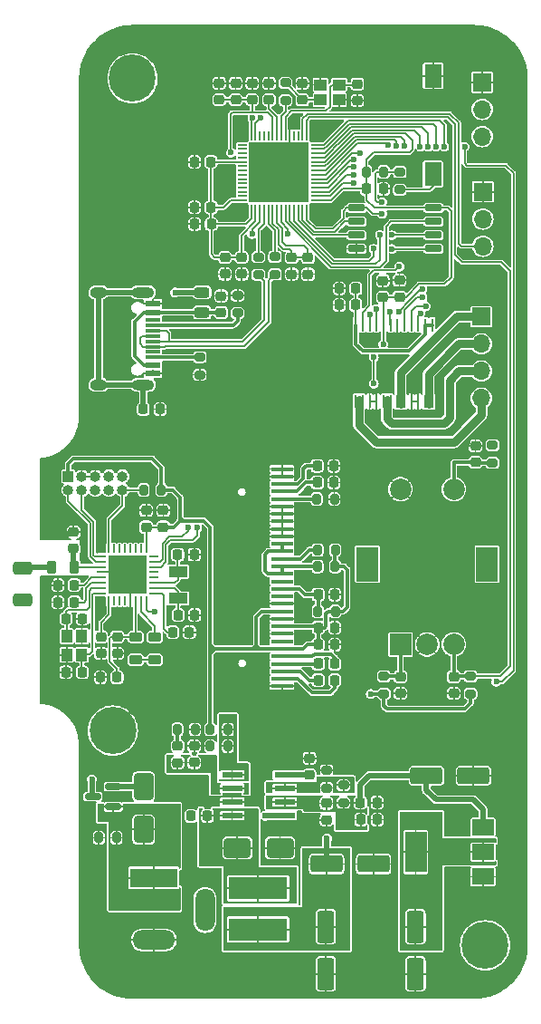
<source format=gbr>
%TF.GenerationSoftware,KiCad,Pcbnew,7.0.2*%
%TF.CreationDate,2023-07-17T10:41:54+03:00*%
%TF.ProjectId,DeskSmartFan,4465736b-536d-4617-9274-46616e2e6b69,rev?*%
%TF.SameCoordinates,Original*%
%TF.FileFunction,Copper,L1,Top*%
%TF.FilePolarity,Positive*%
%FSLAX46Y46*%
G04 Gerber Fmt 4.6, Leading zero omitted, Abs format (unit mm)*
G04 Created by KiCad (PCBNEW 7.0.2) date 2023-07-17 10:41:54*
%MOMM*%
%LPD*%
G01*
G04 APERTURE LIST*
G04 Aperture macros list*
%AMRoundRect*
0 Rectangle with rounded corners*
0 $1 Rounding radius*
0 $2 $3 $4 $5 $6 $7 $8 $9 X,Y pos of 4 corners*
0 Add a 4 corners polygon primitive as box body*
4,1,4,$2,$3,$4,$5,$6,$7,$8,$9,$2,$3,0*
0 Add four circle primitives for the rounded corners*
1,1,$1+$1,$2,$3*
1,1,$1+$1,$4,$5*
1,1,$1+$1,$6,$7*
1,1,$1+$1,$8,$9*
0 Add four rect primitives between the rounded corners*
20,1,$1+$1,$2,$3,$4,$5,0*
20,1,$1+$1,$4,$5,$6,$7,0*
20,1,$1+$1,$6,$7,$8,$9,0*
20,1,$1+$1,$8,$9,$2,$3,0*%
G04 Aperture macros list end*
%TA.AperFunction,SMDPad,CuDef*%
%ADD10RoundRect,0.062500X0.337500X0.062500X-0.337500X0.062500X-0.337500X-0.062500X0.337500X-0.062500X0*%
%TD*%
%TA.AperFunction,SMDPad,CuDef*%
%ADD11RoundRect,0.062500X0.062500X0.337500X-0.062500X0.337500X-0.062500X-0.337500X0.062500X-0.337500X0*%
%TD*%
%TA.AperFunction,SMDPad,CuDef*%
%ADD12R,3.600000X3.600000*%
%TD*%
%TA.AperFunction,SMDPad,CuDef*%
%ADD13RoundRect,0.050000X0.387500X0.050000X-0.387500X0.050000X-0.387500X-0.050000X0.387500X-0.050000X0*%
%TD*%
%TA.AperFunction,SMDPad,CuDef*%
%ADD14RoundRect,0.050000X0.050000X0.387500X-0.050000X0.387500X-0.050000X-0.387500X0.050000X-0.387500X0*%
%TD*%
%TA.AperFunction,SMDPad,CuDef*%
%ADD15R,5.600000X5.600000*%
%TD*%
%TA.AperFunction,SMDPad,CuDef*%
%ADD16RoundRect,0.225000X-0.250000X0.225000X-0.250000X-0.225000X0.250000X-0.225000X0.250000X0.225000X0*%
%TD*%
%TA.AperFunction,ComponentPad*%
%ADD17C,0.700000*%
%TD*%
%TA.AperFunction,ComponentPad*%
%ADD18C,4.400000*%
%TD*%
%TA.AperFunction,ComponentPad*%
%ADD19R,1.700000X1.700000*%
%TD*%
%TA.AperFunction,ComponentPad*%
%ADD20O,1.700000X1.700000*%
%TD*%
%TA.AperFunction,SMDPad,CuDef*%
%ADD21RoundRect,0.225000X0.225000X0.250000X-0.225000X0.250000X-0.225000X-0.250000X0.225000X-0.250000X0*%
%TD*%
%TA.AperFunction,SMDPad,CuDef*%
%ADD22RoundRect,0.200000X0.275000X-0.200000X0.275000X0.200000X-0.275000X0.200000X-0.275000X-0.200000X0*%
%TD*%
%TA.AperFunction,SMDPad,CuDef*%
%ADD23RoundRect,0.225000X-0.225000X-0.250000X0.225000X-0.250000X0.225000X0.250000X-0.225000X0.250000X0*%
%TD*%
%TA.AperFunction,SMDPad,CuDef*%
%ADD24RoundRect,0.225000X0.250000X-0.225000X0.250000X0.225000X-0.250000X0.225000X-0.250000X-0.225000X0*%
%TD*%
%TA.AperFunction,SMDPad,CuDef*%
%ADD25RoundRect,0.200000X-0.275000X0.200000X-0.275000X-0.200000X0.275000X-0.200000X0.275000X0.200000X0*%
%TD*%
%TA.AperFunction,SMDPad,CuDef*%
%ADD26RoundRect,0.150000X0.587500X0.150000X-0.587500X0.150000X-0.587500X-0.150000X0.587500X-0.150000X0*%
%TD*%
%TA.AperFunction,SMDPad,CuDef*%
%ADD27R,1.981200X0.558800*%
%TD*%
%TA.AperFunction,SMDPad,CuDef*%
%ADD28RoundRect,0.200000X0.200000X0.275000X-0.200000X0.275000X-0.200000X-0.275000X0.200000X-0.275000X0*%
%TD*%
%TA.AperFunction,SMDPad,CuDef*%
%ADD29RoundRect,0.218750X-0.218750X-0.256250X0.218750X-0.256250X0.218750X0.256250X-0.218750X0.256250X0*%
%TD*%
%TA.AperFunction,SMDPad,CuDef*%
%ADD30RoundRect,0.250000X-0.650000X1.000000X-0.650000X-1.000000X0.650000X-1.000000X0.650000X1.000000X0*%
%TD*%
%TA.AperFunction,SMDPad,CuDef*%
%ADD31RoundRect,0.250000X-0.650000X0.350000X-0.650000X-0.350000X0.650000X-0.350000X0.650000X0.350000X0*%
%TD*%
%TA.AperFunction,SMDPad,CuDef*%
%ADD32RoundRect,0.250000X-1.250000X-0.550000X1.250000X-0.550000X1.250000X0.550000X-1.250000X0.550000X0*%
%TD*%
%TA.AperFunction,SMDPad,CuDef*%
%ADD33R,2.000000X0.400000*%
%TD*%
%TA.AperFunction,ComponentPad*%
%ADD34R,2.000000X2.000000*%
%TD*%
%TA.AperFunction,ComponentPad*%
%ADD35C,2.000000*%
%TD*%
%TA.AperFunction,ComponentPad*%
%ADD36R,2.000000X3.200000*%
%TD*%
%TA.AperFunction,SMDPad,CuDef*%
%ADD37RoundRect,0.200000X-0.200000X-0.275000X0.200000X-0.275000X0.200000X0.275000X-0.200000X0.275000X0*%
%TD*%
%TA.AperFunction,SMDPad,CuDef*%
%ADD38RoundRect,0.250000X-0.550000X1.250000X-0.550000X-1.250000X0.550000X-1.250000X0.550000X1.250000X0*%
%TD*%
%TA.AperFunction,SMDPad,CuDef*%
%ADD39RoundRect,0.218750X-0.381250X0.218750X-0.381250X-0.218750X0.381250X-0.218750X0.381250X0.218750X0*%
%TD*%
%TA.AperFunction,SMDPad,CuDef*%
%ADD40R,5.500000X2.150000*%
%TD*%
%TA.AperFunction,SMDPad,CuDef*%
%ADD41RoundRect,0.218750X0.381250X-0.218750X0.381250X0.218750X-0.381250X0.218750X-0.381250X-0.218750X0*%
%TD*%
%TA.AperFunction,SMDPad,CuDef*%
%ADD42R,2.000000X1.500000*%
%TD*%
%TA.AperFunction,SMDPad,CuDef*%
%ADD43R,2.000000X3.800000*%
%TD*%
%TA.AperFunction,SMDPad,CuDef*%
%ADD44R,1.800000X1.000000*%
%TD*%
%TA.AperFunction,SMDPad,CuDef*%
%ADD45R,1.150000X1.000000*%
%TD*%
%TA.AperFunction,SMDPad,CuDef*%
%ADD46R,1.600000X2.180000*%
%TD*%
%TA.AperFunction,ComponentPad*%
%ADD47R,1.000000X1.000000*%
%TD*%
%TA.AperFunction,ComponentPad*%
%ADD48O,1.000000X1.000000*%
%TD*%
%TA.AperFunction,SMDPad,CuDef*%
%ADD49RoundRect,0.150000X-0.650000X-0.150000X0.650000X-0.150000X0.650000X0.150000X-0.650000X0.150000X0*%
%TD*%
%TA.AperFunction,ComponentPad*%
%ADD50R,4.400000X1.800000*%
%TD*%
%TA.AperFunction,ComponentPad*%
%ADD51O,4.000000X1.800000*%
%TD*%
%TA.AperFunction,ComponentPad*%
%ADD52O,1.800000X4.000000*%
%TD*%
%TA.AperFunction,SMDPad,CuDef*%
%ADD53RoundRect,0.250000X-1.000000X-0.650000X1.000000X-0.650000X1.000000X0.650000X-1.000000X0.650000X0*%
%TD*%
%TA.AperFunction,SMDPad,CuDef*%
%ADD54RoundRect,0.243750X0.456250X-0.243750X0.456250X0.243750X-0.456250X0.243750X-0.456250X-0.243750X0*%
%TD*%
%TA.AperFunction,SMDPad,CuDef*%
%ADD55R,0.270800X1.161200*%
%TD*%
%TA.AperFunction,SMDPad,CuDef*%
%ADD56R,1.000000X1.150000*%
%TD*%
%TA.AperFunction,SMDPad,CuDef*%
%ADD57R,1.450000X0.600000*%
%TD*%
%TA.AperFunction,SMDPad,CuDef*%
%ADD58R,1.450000X0.300000*%
%TD*%
%TA.AperFunction,ComponentPad*%
%ADD59O,2.100000X1.000000*%
%TD*%
%TA.AperFunction,ComponentPad*%
%ADD60O,1.600000X1.000000*%
%TD*%
%TA.AperFunction,SMDPad,CuDef*%
%ADD61RoundRect,0.218750X-0.218750X-0.381250X0.218750X-0.381250X0.218750X0.381250X-0.218750X0.381250X0*%
%TD*%
%TA.AperFunction,ViaPad*%
%ADD62C,0.600000*%
%TD*%
%TA.AperFunction,ViaPad*%
%ADD63C,0.800000*%
%TD*%
%TA.AperFunction,Conductor*%
%ADD64C,0.150000*%
%TD*%
%TA.AperFunction,Conductor*%
%ADD65C,0.300000*%
%TD*%
%TA.AperFunction,Conductor*%
%ADD66C,0.500000*%
%TD*%
%TA.AperFunction,Conductor*%
%ADD67C,0.200000*%
%TD*%
%TA.AperFunction,Conductor*%
%ADD68C,0.800000*%
%TD*%
G04 APERTURE END LIST*
D10*
%TO.P,U6,1,DEC1*%
%TO.N,Net-(U6-DEC1)*%
X129125000Y-88800000D03*
%TO.P,U6,2,XL1/P0.00*%
%TO.N,/NRF52811/XL1*%
X129125000Y-88300000D03*
%TO.P,U6,3,XL2/P0.01*%
%TO.N,/NRF52811/XL2*%
X129125000Y-87800000D03*
%TO.P,U6,4,AIN2/P0.04*%
%TO.N,unconnected-(U6-AIN2{slash}P0.04-Pad4)*%
X129125000Y-87300000D03*
%TO.P,U6,5,AIN3/P0.05*%
%TO.N,unconnected-(U6-AIN3{slash}P0.05-Pad5)*%
X129125000Y-86800000D03*
%TO.P,U6,6,P0.06*%
%TO.N,/NRF52811/P0.06*%
X129125000Y-86300000D03*
%TO.P,U6,7,P0.09*%
%TO.N,/NRF52811/P0.09*%
X129125000Y-85800000D03*
%TO.P,U6,8,P0.10*%
%TO.N,unconnected-(U6-P0.10-Pad8)*%
X129125000Y-85300000D03*
D11*
%TO.P,U6,9,VDD*%
%TO.N,+3V3*%
X128425000Y-84600000D03*
%TO.P,U6,10,P0.12*%
%TO.N,unconnected-(U6-P0.12-Pad10)*%
X127925000Y-84600000D03*
%TO.P,U6,11,P0.14*%
%TO.N,unconnected-(U6-P0.14-Pad11)*%
X127425000Y-84600000D03*
%TO.P,U6,12,P0.15*%
%TO.N,unconnected-(U6-P0.15-Pad12)*%
X126925000Y-84600000D03*
%TO.P,U6,13,P0.16*%
%TO.N,unconnected-(U6-P0.16-Pad13)*%
X126425000Y-84600000D03*
%TO.P,U6,14,P0.18*%
%TO.N,unconnected-(U6-P0.18-Pad14)*%
X125925000Y-84600000D03*
%TO.P,U6,15,P0.20*%
%TO.N,unconnected-(U6-P0.20-Pad15)*%
X125425000Y-84600000D03*
%TO.P,U6,16,P0.21/~{RESET}*%
%TO.N,/NRF52811/NRESET*%
X124925000Y-84600000D03*
D10*
%TO.P,U6,17,SWDCLK*%
%TO.N,/NRF52811/SWDCLK*%
X124225000Y-85300000D03*
%TO.P,U6,18,SWDIO*%
%TO.N,/NRF52811/SWDIO*%
X124225000Y-85800000D03*
%TO.P,U6,19,ANT*%
%TO.N,Net-(U6-ANT)*%
X124225000Y-86300000D03*
%TO.P,U6,20,VSS*%
%TO.N,GND*%
X124225000Y-86800000D03*
%TO.P,U6,21,DEC2*%
%TO.N,Net-(U6-DEC2)*%
X124225000Y-87300000D03*
%TO.P,U6,22,DEC3*%
%TO.N,Net-(U6-DEC3)*%
X124225000Y-87800000D03*
%TO.P,U6,23,XC1*%
%TO.N,/NRF52811/XC1*%
X124225000Y-88300000D03*
%TO.P,U6,24,XC2*%
%TO.N,/NRF52811/XC2*%
X124225000Y-88800000D03*
D11*
%TO.P,U6,25,VDD*%
%TO.N,+3V3*%
X124925000Y-89500000D03*
%TO.P,U6,26,P0.25*%
%TO.N,unconnected-(U6-P0.25-Pad26)*%
X125425000Y-89500000D03*
%TO.P,U6,27,AIN4/P0.28*%
%TO.N,unconnected-(U6-AIN4{slash}P0.28-Pad27)*%
X125925000Y-89500000D03*
%TO.P,U6,28,AIN6/P0.30*%
%TO.N,unconnected-(U6-AIN6{slash}P0.30-Pad28)*%
X126425000Y-89500000D03*
%TO.P,U6,29,VSS*%
%TO.N,GND*%
X126925000Y-89500000D03*
%TO.P,U6,30,DEC4*%
%TO.N,/NRF52811/DEC4*%
X127425000Y-89500000D03*
%TO.P,U6,31,DCC*%
%TO.N,Net-(U6-DCC)*%
X127925000Y-89500000D03*
%TO.P,U6,32,VDD*%
%TO.N,+3V3*%
X128425000Y-89500000D03*
D12*
%TO.P,U6,33,VSS*%
%TO.N,GND*%
X126675000Y-87050000D03*
%TD*%
D13*
%TO.P,U1,1,IOVDD*%
%TO.N,+3V3*%
X144295000Y-52057500D03*
%TO.P,U1,2,GPIO0*%
%TO.N,/Fan Control/STBY*%
X144295000Y-51657500D03*
%TO.P,U1,3,GPIO1*%
%TO.N,/Fan Control/PWMA*%
X144295000Y-51257500D03*
%TO.P,U1,4,GPIO2*%
%TO.N,/RP2040/GPIO2*%
X144295000Y-50857500D03*
%TO.P,U1,5,GPIO3*%
%TO.N,/RP2040/GPIO3*%
X144295000Y-50457500D03*
%TO.P,U1,6,GPIO4*%
%TO.N,/Fan Control/PWMB*%
X144295000Y-50057500D03*
%TO.P,U1,7,GPIO5*%
%TO.N,/Fan Control/AIN1*%
X144295000Y-49657500D03*
%TO.P,U1,8,GPIO6*%
%TO.N,/RP2040/GPIO6*%
X144295000Y-49257500D03*
%TO.P,U1,9,GPIO7*%
%TO.N,/Fan Control/AIN2*%
X144295000Y-48857500D03*
%TO.P,U1,10,IOVDD*%
%TO.N,+3V3*%
X144295000Y-48457500D03*
%TO.P,U1,11,GPIO8*%
%TO.N,/Fan Control/BIN1*%
X144295000Y-48057500D03*
%TO.P,U1,12,GPIO9*%
%TO.N,/Fan Control/BIN2*%
X144295000Y-47657500D03*
%TO.P,U1,13,GPIO10*%
%TO.N,/RP2040/GPIO10*%
X144295000Y-47257500D03*
%TO.P,U1,14,GPIO11*%
%TO.N,/RP2040/GPIO11*%
X144295000Y-46857500D03*
D14*
%TO.P,U1,15,GPIO12*%
%TO.N,/RP2040/GPIO12*%
X143457500Y-46020000D03*
%TO.P,U1,16,GPIO13*%
%TO.N,/RP2040/GPIO13*%
X143057500Y-46020000D03*
%TO.P,U1,17,GPIO14*%
%TO.N,unconnected-(U1-GPIO14-Pad17)*%
X142657500Y-46020000D03*
%TO.P,U1,18,GPIO15*%
%TO.N,unconnected-(U1-GPIO15-Pad18)*%
X142257500Y-46020000D03*
%TO.P,U1,19,TESTEN*%
%TO.N,GND*%
X141857500Y-46020000D03*
%TO.P,U1,20,XIN*%
%TO.N,/RP2040/XIN*%
X141457500Y-46020000D03*
%TO.P,U1,21,XOUT*%
%TO.N,/RP2040/XOUT*%
X141057500Y-46020000D03*
%TO.P,U1,22,IOVDD*%
%TO.N,+3V3*%
X140657500Y-46020000D03*
%TO.P,U1,23,DVDD*%
%TO.N,+1V1*%
X140257500Y-46020000D03*
%TO.P,U1,24,SWCLK*%
%TO.N,/RP2040/SWCLK*%
X139857500Y-46020000D03*
%TO.P,U1,25,SWD*%
%TO.N,/RP2040/SWD*%
X139457500Y-46020000D03*
%TO.P,U1,26,RUN*%
%TO.N,unconnected-(U1-RUN-Pad26)*%
X139057500Y-46020000D03*
%TO.P,U1,27,GPIO16*%
%TO.N,/NRF52811/P0.06*%
X138657500Y-46020000D03*
%TO.P,U1,28,GPIO17*%
%TO.N,/NRF52811/P0.09*%
X138257500Y-46020000D03*
D13*
%TO.P,U1,29,GPIO18*%
%TO.N,unconnected-(U1-GPIO18-Pad29)*%
X137420000Y-46857500D03*
%TO.P,U1,30,GPIO19*%
%TO.N,unconnected-(U1-GPIO19-Pad30)*%
X137420000Y-47257500D03*
%TO.P,U1,31,GPIO20*%
%TO.N,unconnected-(U1-GPIO20-Pad31)*%
X137420000Y-47657500D03*
%TO.P,U1,32,GPIO21*%
%TO.N,unconnected-(U1-GPIO21-Pad32)*%
X137420000Y-48057500D03*
%TO.P,U1,33,IOVDD*%
%TO.N,+3V3*%
X137420000Y-48457500D03*
%TO.P,U1,34,GPIO22*%
%TO.N,unconnected-(U1-GPIO22-Pad34)*%
X137420000Y-48857500D03*
%TO.P,U1,35,GPIO23*%
%TO.N,unconnected-(U1-GPIO23-Pad35)*%
X137420000Y-49257500D03*
%TO.P,U1,36,GPIO24*%
%TO.N,unconnected-(U1-GPIO24-Pad36)*%
X137420000Y-49657500D03*
%TO.P,U1,37,GPIO25*%
%TO.N,unconnected-(U1-GPIO25-Pad37)*%
X137420000Y-50057500D03*
%TO.P,U1,38,GPIO26_ADC0*%
%TO.N,unconnected-(U1-GPIO26_ADC0-Pad38)*%
X137420000Y-50457500D03*
%TO.P,U1,39,GPIO27_ADC1*%
%TO.N,unconnected-(U1-GPIO27_ADC1-Pad39)*%
X137420000Y-50857500D03*
%TO.P,U1,40,GPIO28_ADC2*%
%TO.N,unconnected-(U1-GPIO28_ADC2-Pad40)*%
X137420000Y-51257500D03*
%TO.P,U1,41,GPIO29_ADC3*%
%TO.N,unconnected-(U1-GPIO29_ADC3-Pad41)*%
X137420000Y-51657500D03*
%TO.P,U1,42,IOVDD*%
%TO.N,+3V3*%
X137420000Y-52057500D03*
D14*
%TO.P,U1,43,ADC_AVDD*%
X138257500Y-52895000D03*
%TO.P,U1,44,VREG_IN*%
X138657500Y-52895000D03*
%TO.P,U1,45,VREG_VOUT*%
%TO.N,+1V1*%
X139057500Y-52895000D03*
%TO.P,U1,46,USB_DM*%
%TO.N,/RP2040/USB_DM*%
X139457500Y-52895000D03*
%TO.P,U1,47,USB_DP*%
%TO.N,/RP2040/USB_DP*%
X139857500Y-52895000D03*
%TO.P,U1,48,USB_VDD*%
%TO.N,+3V3*%
X140257500Y-52895000D03*
%TO.P,U1,49,IOVDD*%
X140657500Y-52895000D03*
%TO.P,U1,50,DVDD*%
%TO.N,+1V1*%
X141057500Y-52895000D03*
%TO.P,U1,51,QSPI_SD3*%
%TO.N,/RP2040/QSPI_SD3*%
X141457500Y-52895000D03*
%TO.P,U1,52,QSPI_SCLK*%
%TO.N,/RP2040/QSPI_SCLK*%
X141857500Y-52895000D03*
%TO.P,U1,53,QSPI_SD0*%
%TO.N,/RP2040/QSPI_SD0*%
X142257500Y-52895000D03*
%TO.P,U1,54,QSPI_SD2*%
%TO.N,/RP2040/QSPI_SD2*%
X142657500Y-52895000D03*
%TO.P,U1,55,QSPI_SD1*%
%TO.N,/RP2040/QSPI_SD1*%
X143057500Y-52895000D03*
%TO.P,U1,56,QSPI_SS*%
%TO.N,/RP2040/QSPI_SS*%
X143457500Y-52895000D03*
D15*
%TO.P,U1,57,GND*%
%TO.N,GND*%
X140857500Y-49457500D03*
%TD*%
D16*
%TO.P,C12,1*%
%TO.N,+3V3*%
X143565000Y-57402500D03*
%TO.P,C12,2*%
%TO.N,GND*%
X143565000Y-58952500D03*
%TD*%
D17*
%TO.P,REF\u002A\u002A,1*%
%TO.N,N/C*%
X125490000Y-40655000D03*
X125973274Y-39488274D03*
X125973274Y-41821726D03*
X127140000Y-39005000D03*
D18*
X127140000Y-40655000D03*
D17*
X127140000Y-42305000D03*
X128306726Y-39488274D03*
X128306726Y-41821726D03*
X128790000Y-40655000D03*
%TD*%
D19*
%TO.P,J5,1,Pin_1*%
%TO.N,/Fan Control/ENGINE_B_2*%
X159790000Y-62925000D03*
D20*
%TO.P,J5,2,Pin_2*%
%TO.N,/Fan Control/ENGINE_B_1*%
X159790000Y-65465000D03*
%TO.P,J5,3,Pin_3*%
%TO.N,/Fan Control/ENGINE_A_2*%
X159790000Y-68005000D03*
%TO.P,J5,4,Pin_4*%
%TO.N,/Fan Control/ENGINE_A_1*%
X159790000Y-70545000D03*
%TD*%
D21*
%TO.P,C50,1*%
%TO.N,GND*%
X132475000Y-92400000D03*
%TO.P,C50,2*%
%TO.N,Net-(U6-DEC1)*%
X130925000Y-92400000D03*
%TD*%
D22*
%TO.P,R9,1*%
%TO.N,/Fan Control/VIN*%
X146887500Y-108340000D03*
%TO.P,R9,2*%
%TO.N,Net-(U3-EN)*%
X146887500Y-106690000D03*
%TD*%
D21*
%TO.P,C36,1*%
%TO.N,/Fan Control/VIN*%
X148040000Y-60275000D03*
%TO.P,C36,2*%
%TO.N,GND*%
X146490000Y-60275000D03*
%TD*%
D23*
%TO.P,C31,1*%
%TO.N,+3V3*%
X144430000Y-76865000D03*
%TO.P,C31,2*%
%TO.N,GND*%
X145980000Y-76865000D03*
%TD*%
D24*
%TO.P,C35,1*%
%TO.N,+3V3*%
X150570000Y-61100000D03*
%TO.P,C35,2*%
%TO.N,GND*%
X150570000Y-59550000D03*
%TD*%
D21*
%TO.P,C37,1*%
%TO.N,/Fan Control/VIN*%
X148035000Y-61825000D03*
%TO.P,C37,2*%
%TO.N,GND*%
X146485000Y-61825000D03*
%TD*%
D23*
%TO.P,C49,1*%
%TO.N,GND*%
X120150000Y-88000000D03*
%TO.P,C49,2*%
%TO.N,Net-(U6-DEC2)*%
X121700000Y-88000000D03*
%TD*%
D22*
%TO.P,R10,1*%
%TO.N,Net-(U3-EN)*%
X145315000Y-106955000D03*
%TO.P,R10,2*%
%TO.N,GND*%
X145315000Y-105305000D03*
%TD*%
D25*
%TO.P,R18,1*%
%TO.N,/RP2040/GPIO11*%
X150660000Y-96510000D03*
%TO.P,R18,2*%
%TO.N,+3V3*%
X150660000Y-98160000D03*
%TD*%
D19*
%TO.P,J3,1,Pin_1*%
%TO.N,GND*%
X159940000Y-51255000D03*
D20*
%TO.P,J3,2,Pin_2*%
%TO.N,+5V*%
X159940000Y-53795000D03*
%TO.P,J3,3,Pin_3*%
%TO.N,/RP2040/GPIO13*%
X159940000Y-56335000D03*
%TD*%
D21*
%TO.P,C8,1*%
%TO.N,+3V3*%
X134515000Y-54265000D03*
%TO.P,C8,2*%
%TO.N,GND*%
X132965000Y-54265000D03*
%TD*%
D26*
%TO.P,Q1,1,G*%
%TO.N,+12V*%
X125335000Y-108715000D03*
%TO.P,Q1,2,S*%
%TO.N,/Fan Control/VIN*%
X125335000Y-106815000D03*
%TO.P,Q1,3,D*%
%TO.N,VBUS*%
X123460000Y-107765000D03*
%TD*%
D23*
%TO.P,C32,1*%
%TO.N,+3V3*%
X144515000Y-93555000D03*
%TO.P,C32,2*%
%TO.N,GND*%
X146065000Y-93555000D03*
%TD*%
D24*
%TO.P,C34,1*%
%TO.N,+3V3*%
X152130000Y-61080000D03*
%TO.P,C34,2*%
%TO.N,GND*%
X152130000Y-59530000D03*
%TD*%
D22*
%TO.P,R5,1*%
%TO.N,Net-(R5-Pad1)*%
X152150000Y-51060000D03*
%TO.P,R5,2*%
%TO.N,/RP2040/QSPI_SS*%
X152150000Y-49410000D03*
%TD*%
D23*
%TO.P,C18,1*%
%TO.N,/Fan Control/VIN*%
X148502500Y-109915000D03*
%TO.P,C18,2*%
%TO.N,GND*%
X150052500Y-109915000D03*
%TD*%
D16*
%TO.P,C53,1*%
%TO.N,+3V3*%
X124200000Y-92825000D03*
%TO.P,C53,2*%
%TO.N,GND*%
X124200000Y-94375000D03*
%TD*%
D19*
%TO.P,J4,1,Pin_1*%
%TO.N,GND*%
X159870000Y-41015000D03*
D20*
%TO.P,J4,2,Pin_2*%
%TO.N,+5V*%
X159870000Y-43555000D03*
%TO.P,J4,3,Pin_3*%
%TO.N,/RP2040/GPIO6*%
X159870000Y-46095000D03*
%TD*%
D23*
%TO.P,C28,1*%
%TO.N,Net-(DS1-~{RES})*%
X144515000Y-88885000D03*
%TO.P,C28,2*%
%TO.N,GND*%
X146065000Y-88885000D03*
%TD*%
D27*
%TO.P,U3,1,BOOT*%
%TO.N,Net-(U3-BOOT)*%
X141391300Y-109540000D03*
%TO.P,U3,2,VIN*%
%TO.N,/Fan Control/VIN*%
X141391300Y-108270000D03*
%TO.P,U3,3,EN*%
%TO.N,Net-(U3-EN)*%
X141391300Y-107000000D03*
%TO.P,U3,4,SS*%
%TO.N,Net-(U3-SS)*%
X141391300Y-105730000D03*
%TO.P,U3,5,VSENSE*%
%TO.N,/Power Control/VSENSE*%
X136463700Y-105730000D03*
%TO.P,U3,6,COMP*%
%TO.N,Net-(U3-COMP)*%
X136463700Y-107000000D03*
%TO.P,U3,7,GND*%
%TO.N,GND*%
X136463700Y-108270000D03*
%TO.P,U3,8,PH*%
%TO.N,/Power Control/BOOT*%
X136463700Y-109540000D03*
%TD*%
D28*
%TO.P,R16,1*%
%TO.N,+3V3*%
X146125000Y-90455000D03*
%TO.P,R16,2*%
%TO.N,Net-(DS1-~{RES})*%
X144475000Y-90455000D03*
%TD*%
D21*
%TO.P,C20,1*%
%TO.N,/Power Control/BOOT*%
X134162500Y-109555000D03*
%TO.P,C20,2*%
%TO.N,Net-(U3-BOOT)*%
X132612500Y-109555000D03*
%TD*%
D29*
%TO.P,L1,1,1*%
%TO.N,Net-(J1-SHIELD)*%
X128152500Y-71555000D03*
%TO.P,L1,2,2*%
%TO.N,GND*%
X129727500Y-71555000D03*
%TD*%
D30*
%TO.P,D1,1,K*%
%TO.N,/Fan Control/VIN*%
X128187500Y-106827500D03*
%TO.P,D1,2,A*%
%TO.N,+12V*%
X128187500Y-110827500D03*
%TD*%
D23*
%TO.P,C5,1*%
%TO.N,+3V3*%
X149065000Y-50975000D03*
%TO.P,C5,2*%
%TO.N,GND*%
X150615000Y-50975000D03*
%TD*%
D31*
%TO.P,AE1,1,FEED*%
%TO.N,Net-(AE1-FEED)*%
X116850000Y-86450000D03*
%TO.P,AE1,2,PCB_Trace*%
%TO.N,GND*%
X116850000Y-89350000D03*
%TD*%
D16*
%TO.P,C1,1*%
%TO.N,GND*%
X135440000Y-60980000D03*
%TO.P,C1,2*%
%TO.N,Net-(C1-Pad2)*%
X135440000Y-62530000D03*
%TD*%
D32*
%TO.P,C21,1*%
%TO.N,/Fan Control/VIN*%
X154637500Y-105805000D03*
%TO.P,C21,2*%
%TO.N,GND*%
X159037500Y-105805000D03*
%TD*%
D33*
%TO.P,DS1,1,GND*%
%TO.N,GND*%
X141140000Y-97455000D03*
%TO.P,DS1,2,C2N*%
%TO.N,Net-(DS1-C2N)*%
X141140000Y-96755000D03*
%TO.P,DS1,3,C2P*%
%TO.N,Net-(DS1-C2P)*%
X141140000Y-96055000D03*
%TO.P,DS1,4,C1P*%
%TO.N,Net-(DS1-C1P)*%
X141140000Y-95355000D03*
%TO.P,DS1,5,C1N*%
%TO.N,Net-(DS1-C1N)*%
X141140000Y-94655000D03*
%TO.P,DS1,6,VBAT*%
%TO.N,+3V3*%
X141140000Y-93955000D03*
%TO.P,DS1,7,NC*%
%TO.N,unconnected-(DS1-NC-Pad7)*%
X141140000Y-93255000D03*
%TO.P,DS1,8,VSS*%
%TO.N,GND*%
X141140000Y-92555000D03*
%TO.P,DS1,9,VDD*%
%TO.N,+3V3*%
X141140000Y-91855000D03*
%TO.P,DS1,10,BS0*%
%TO.N,GND*%
X141140000Y-91155000D03*
%TO.P,DS1,11,BS1*%
%TO.N,+3V3*%
X141140000Y-90455000D03*
%TO.P,DS1,12,BS2*%
%TO.N,GND*%
X141140000Y-89755000D03*
%TO.P,DS1,13,~{CS}*%
%TO.N,unconnected-(DS1-~{CS}-Pad13)*%
X141140000Y-89055000D03*
%TO.P,DS1,14,~{RES}*%
%TO.N,Net-(DS1-~{RES})*%
X141140000Y-88355000D03*
%TO.P,DS1,15,D/~{C}*%
%TO.N,unconnected-(DS1-D{slash}~{C}-Pad15)*%
X141140000Y-87655000D03*
%TO.P,DS1,16,R/~{W}*%
%TO.N,/RP2040/GPIO2*%
X141140000Y-86955000D03*
%TO.P,DS1,17,E/~{RD}*%
X141140000Y-86255000D03*
%TO.P,DS1,18,D0*%
%TO.N,/RP2040/GPIO3*%
X141140000Y-85555000D03*
%TO.P,DS1,19,D1*%
%TO.N,/RP2040/GPIO2*%
X141140000Y-84855000D03*
%TO.P,DS1,20,D2*%
X141140000Y-84155000D03*
%TO.P,DS1,21,D3*%
%TO.N,GND*%
X141140000Y-83455000D03*
%TO.P,DS1,22,D4*%
X141140000Y-82755000D03*
%TO.P,DS1,23,D5*%
X141140000Y-82055000D03*
%TO.P,DS1,24,D6*%
X141140000Y-81355000D03*
%TO.P,DS1,25,D7*%
X141140000Y-80655000D03*
%TO.P,DS1,26,IREF*%
%TO.N,Net-(DS1-IREF)*%
X141140000Y-79955000D03*
%TO.P,DS1,27,VCOMH*%
%TO.N,Net-(DS1-VCOMH)*%
X141140000Y-79255000D03*
%TO.P,DS1,28,VCC*%
%TO.N,+3V3*%
X141140000Y-78555000D03*
%TO.P,DS1,29,VLSS*%
%TO.N,GND*%
X141140000Y-77855000D03*
%TO.P,DS1,30,GND*%
X141140000Y-77155000D03*
%TD*%
D34*
%TO.P,SW2,A,A*%
%TO.N,/RP2040/GPIO11*%
X152220000Y-93545000D03*
D35*
%TO.P,SW2,B,B*%
%TO.N,/RP2040/GPIO12*%
X157220000Y-93545000D03*
%TO.P,SW2,C,C*%
%TO.N,GND*%
X154720000Y-93545000D03*
D36*
%TO.P,SW2,MP*%
%TO.N,N/C*%
X149120000Y-86045000D03*
X160320000Y-86045000D03*
D35*
%TO.P,SW2,S1,S1*%
%TO.N,/RP2040/GPIO10*%
X157220000Y-79045000D03*
%TO.P,SW2,S2,S2*%
%TO.N,GND*%
X152220000Y-79045000D03*
%TD*%
D16*
%TO.P,C7,1*%
%TO.N,+3V3*%
X135810000Y-57395000D03*
%TO.P,C7,2*%
%TO.N,GND*%
X135810000Y-58945000D03*
%TD*%
%TO.P,C45,1*%
%TO.N,GND*%
X121625000Y-83050000D03*
%TO.P,C45,2*%
%TO.N,Net-(U6-ANT)*%
X121625000Y-84600000D03*
%TD*%
D23*
%TO.P,C48,1*%
%TO.N,GND*%
X120175000Y-89600000D03*
%TO.P,C48,2*%
%TO.N,Net-(U6-DEC3)*%
X121725000Y-89600000D03*
%TD*%
D37*
%TO.P,R11,1*%
%TO.N,Net-(C23-Pad2)*%
X131342500Y-101485000D03*
%TO.P,R11,2*%
%TO.N,GND*%
X132992500Y-101485000D03*
%TD*%
D28*
%TO.P,R17,1*%
%TO.N,GND*%
X146030000Y-79955000D03*
%TO.P,R17,2*%
%TO.N,Net-(DS1-IREF)*%
X144380000Y-79955000D03*
%TD*%
D21*
%TO.P,C30,1*%
%TO.N,GND*%
X145975000Y-78415000D03*
%TO.P,C30,2*%
%TO.N,Net-(DS1-VCOMH)*%
X144425000Y-78415000D03*
%TD*%
D25*
%TO.P,R19,1*%
%TO.N,/RP2040/GPIO12*%
X158780000Y-96510000D03*
%TO.P,R19,2*%
%TO.N,+3V3*%
X158780000Y-98160000D03*
%TD*%
D16*
%TO.P,C11,1*%
%TO.N,+3V3*%
X142025000Y-57397500D03*
%TO.P,C11,2*%
%TO.N,GND*%
X142025000Y-58947500D03*
%TD*%
D38*
%TO.P,C22,1*%
%TO.N,+5V*%
X153630000Y-119935000D03*
%TO.P,C22,2*%
%TO.N,GND*%
X153630000Y-124335000D03*
%TD*%
D39*
%TO.P,L4,1,1*%
%TO.N,Net-(U6-DCC)*%
X129225000Y-92837500D03*
%TO.P,L4,2,2*%
%TO.N,Net-(L4-Pad2)*%
X129225000Y-94962500D03*
%TD*%
D24*
%TO.P,C19,1*%
%TO.N,Net-(U3-SS)*%
X143707500Y-105730000D03*
%TO.P,C19,2*%
%TO.N,GND*%
X143707500Y-104180000D03*
%TD*%
D17*
%TO.P,REF\u002A\u002A,1*%
%TO.N,N/C*%
X158490000Y-121655000D03*
X158973274Y-120488274D03*
X158973274Y-122821726D03*
X160140000Y-120005000D03*
D18*
X160140000Y-121655000D03*
D17*
X160140000Y-123305000D03*
X161306726Y-120488274D03*
X161306726Y-122821726D03*
X161790000Y-121655000D03*
%TD*%
D40*
%TO.P,L2,1,1*%
%TO.N,/Power Control/BOOT*%
X138897500Y-116330000D03*
%TO.P,L2,2,2*%
%TO.N,+3V3*%
X138897500Y-120180000D03*
%TD*%
D37*
%TO.P,R12,1*%
%TO.N,+3V3*%
X134422500Y-101485000D03*
%TO.P,R12,2*%
%TO.N,/Power Control/VSENSE*%
X136072500Y-101485000D03*
%TD*%
D38*
%TO.P,C25,1*%
%TO.N,+3V3*%
X145240000Y-119935000D03*
%TO.P,C25,2*%
%TO.N,GND*%
X145240000Y-124335000D03*
%TD*%
D23*
%TO.P,C17,1*%
%TO.N,/Fan Control/VIN*%
X148477500Y-108325000D03*
%TO.P,C17,2*%
%TO.N,GND*%
X150027500Y-108325000D03*
%TD*%
D41*
%TO.P,L5,1,1*%
%TO.N,Net-(L4-Pad2)*%
X127425000Y-94962500D03*
%TO.P,L5,2,2*%
%TO.N,/NRF52811/DEC4*%
X127425000Y-92837500D03*
%TD*%
D25*
%TO.P,R20,1*%
%TO.N,+3V3*%
X160840000Y-74930000D03*
%TO.P,R20,2*%
%TO.N,/RP2040/GPIO10*%
X160840000Y-76580000D03*
%TD*%
D32*
%TO.P,C26,1*%
%TO.N,+3V3*%
X145307500Y-114065000D03*
%TO.P,C26,2*%
%TO.N,GND*%
X149707500Y-114065000D03*
%TD*%
D24*
%TO.P,C23,1*%
%TO.N,Net-(U3-COMP)*%
X131357500Y-104585000D03*
%TO.P,C23,2*%
%TO.N,Net-(C23-Pad2)*%
X131357500Y-103035000D03*
%TD*%
%TO.P,C3,1*%
%TO.N,+1V1*%
X136800000Y-42660000D03*
%TO.P,C3,2*%
%TO.N,GND*%
X136800000Y-41110000D03*
%TD*%
D22*
%TO.P,R3,1*%
%TO.N,Net-(J1-CC1)*%
X136980000Y-62585000D03*
%TO.P,R3,2*%
%TO.N,GND*%
X136980000Y-60935000D03*
%TD*%
D42*
%TO.P,U4,1,GND*%
%TO.N,GND*%
X159947500Y-115245000D03*
%TO.P,U4,2,VO*%
%TO.N,+5V*%
X159947500Y-112945000D03*
D43*
X153647500Y-112945000D03*
D42*
%TO.P,U4,3,VI*%
%TO.N,/Fan Control/VIN*%
X159947500Y-110645000D03*
%TD*%
D37*
%TO.P,R8,1*%
%TO.N,GND*%
X123992500Y-111605000D03*
%TO.P,R8,2*%
%TO.N,+12V*%
X125642500Y-111605000D03*
%TD*%
D21*
%TO.P,C9,1*%
%TO.N,+3V3*%
X134485000Y-48465000D03*
%TO.P,C9,2*%
%TO.N,GND*%
X132935000Y-48465000D03*
%TD*%
D16*
%TO.P,C6,1*%
%TO.N,+3V3*%
X137360000Y-57390000D03*
%TO.P,C6,2*%
%TO.N,GND*%
X137360000Y-58940000D03*
%TD*%
D24*
%TO.P,C13,1*%
%TO.N,Net-(C13-Pad1)*%
X143030000Y-42670000D03*
%TO.P,C13,2*%
%TO.N,GND*%
X143030000Y-41120000D03*
%TD*%
D21*
%TO.P,C14,1*%
%TO.N,+3V3*%
X134505000Y-52715000D03*
%TO.P,C14,2*%
%TO.N,GND*%
X132955000Y-52715000D03*
%TD*%
D25*
%TO.P,R7,1*%
%TO.N,Net-(C13-Pad1)*%
X141480000Y-41070000D03*
%TO.P,R7,2*%
%TO.N,/RP2040/XOUT*%
X141480000Y-42720000D03*
%TD*%
D28*
%TO.P,R6,1*%
%TO.N,/RP2040/QSPI_SS*%
X150665000Y-49395000D03*
%TO.P,R6,2*%
%TO.N,+3V3*%
X149015000Y-49395000D03*
%TD*%
D23*
%TO.P,C44,1*%
%TO.N,/NRF52811/XL2*%
X131375000Y-85150000D03*
%TO.P,C44,2*%
%TO.N,GND*%
X132925000Y-85150000D03*
%TD*%
D25*
%TO.P,R4,1*%
%TO.N,Net-(J1-CC2)*%
X133440000Y-66700000D03*
%TO.P,R4,2*%
%TO.N,GND*%
X133440000Y-68350000D03*
%TD*%
D23*
%TO.P,C47,1*%
%TO.N,GND*%
X124150000Y-96600000D03*
%TO.P,C47,2*%
%TO.N,/NRF52811/DEC4*%
X125700000Y-96600000D03*
%TD*%
D28*
%TO.P,R15,1*%
%TO.N,+3V3*%
X146115000Y-84725000D03*
%TO.P,R15,2*%
%TO.N,/RP2040/GPIO3*%
X144465000Y-84725000D03*
%TD*%
D44*
%TO.P,Y3,1,1*%
%TO.N,/NRF52811/XL1*%
X131400000Y-89250000D03*
%TO.P,Y3,2,2*%
%TO.N,/NRF52811/XL2*%
X131400000Y-86750000D03*
%TD*%
D22*
%TO.P,R2,1*%
%TO.N,/RP2040/USB_D-*%
X138920000Y-58995000D03*
%TO.P,R2,2*%
%TO.N,/RP2040/USB_DM*%
X138920000Y-57345000D03*
%TD*%
D28*
%TO.P,R14,1*%
%TO.N,+3V3*%
X146110000Y-86265000D03*
%TO.P,R14,2*%
%TO.N,/RP2040/GPIO2*%
X144460000Y-86265000D03*
%TD*%
D45*
%TO.P,Y1,1,1*%
%TO.N,Net-(C13-Pad1)*%
X144735000Y-42655000D03*
%TO.P,Y1,2,2*%
%TO.N,GND*%
X146485000Y-42655000D03*
%TO.P,Y1,3,3*%
%TO.N,/RP2040/XIN*%
X146485000Y-41255000D03*
%TO.P,Y1,4,4*%
%TO.N,GND*%
X144735000Y-41255000D03*
%TD*%
D28*
%TO.P,R13,1*%
%TO.N,/Power Control/VSENSE*%
X136072500Y-103035000D03*
%TO.P,R13,2*%
%TO.N,GND*%
X134422500Y-103035000D03*
%TD*%
D46*
%TO.P,SW1,1,1*%
%TO.N,GND*%
X155270000Y-40425000D03*
%TO.P,SW1,2,2*%
%TO.N,Net-(R5-Pad1)*%
X155270000Y-49605000D03*
%TD*%
D23*
%TO.P,C29,1*%
%TO.N,Net-(DS1-C2P)*%
X144525000Y-96895000D03*
%TO.P,C29,2*%
%TO.N,Net-(DS1-C2N)*%
X146075000Y-96895000D03*
%TD*%
D16*
%TO.P,C16,1*%
%TO.N,/Fan Control/VIN*%
X145297500Y-108390000D03*
%TO.P,C16,2*%
%TO.N,GND*%
X145297500Y-109940000D03*
%TD*%
D24*
%TO.P,C10,1*%
%TO.N,+3V3*%
X139920000Y-42660000D03*
%TO.P,C10,2*%
%TO.N,GND*%
X139920000Y-41110000D03*
%TD*%
D47*
%TO.P,J6,1,Pin_1*%
%TO.N,+3V3*%
X121135000Y-77850000D03*
D48*
%TO.P,J6,2,Pin_2*%
%TO.N,/NRF52811/SWDIO*%
X121135000Y-79120000D03*
%TO.P,J6,3,Pin_3*%
%TO.N,GND*%
X122405000Y-77850000D03*
%TO.P,J6,4,Pin_4*%
%TO.N,/NRF52811/SWDCLK*%
X122405000Y-79120000D03*
%TO.P,J6,5,Pin_5*%
%TO.N,GND*%
X123675000Y-77850000D03*
%TO.P,J6,6,Pin_6*%
%TO.N,unconnected-(J6-Pin_6-Pad6)*%
X123675000Y-79120000D03*
%TO.P,J6,7,Pin_7*%
%TO.N,unconnected-(J6-Pin_7-Pad7)*%
X124945000Y-77850000D03*
%TO.P,J6,8,Pin_8*%
%TO.N,unconnected-(J6-Pin_8-Pad8)*%
X124945000Y-79120000D03*
%TO.P,J6,9,Pin_9*%
%TO.N,unconnected-(J6-Pin_9-Pad9)*%
X126215000Y-77850000D03*
%TO.P,J6,10,Pin_10*%
%TO.N,/NRF52811/NRESET*%
X126215000Y-79120000D03*
%TD*%
D16*
%TO.P,C40,1*%
%TO.N,GND*%
X159240000Y-74980000D03*
%TO.P,C40,2*%
%TO.N,/RP2040/GPIO10*%
X159240000Y-76530000D03*
%TD*%
D49*
%TO.P,U2,1,~{CS}*%
%TO.N,/RP2040/QSPI_SS*%
X148110000Y-52760000D03*
%TO.P,U2,2,DO(IO1)*%
%TO.N,/RP2040/QSPI_SD1*%
X148110000Y-54030000D03*
%TO.P,U2,3,IO2*%
%TO.N,/RP2040/QSPI_SD2*%
X148110000Y-55300000D03*
%TO.P,U2,4,GND*%
%TO.N,GND*%
X148110000Y-56570000D03*
%TO.P,U2,5,DI(IO0)*%
%TO.N,/RP2040/QSPI_SD0*%
X155310000Y-56570000D03*
%TO.P,U2,6,CLK*%
%TO.N,/RP2040/QSPI_SCLK*%
X155310000Y-55300000D03*
%TO.P,U2,7,IO3*%
%TO.N,/RP2040/QSPI_SD3*%
X155310000Y-54030000D03*
%TO.P,U2,8,VCC*%
%TO.N,+3V3*%
X155310000Y-52760000D03*
%TD*%
D24*
%TO.P,C4,1*%
%TO.N,+1V1*%
X135250000Y-42650000D03*
%TO.P,C4,2*%
%TO.N,GND*%
X135250000Y-41100000D03*
%TD*%
%TO.P,C51,1*%
%TO.N,+3V3*%
X130025000Y-82575000D03*
%TO.P,C51,2*%
%TO.N,GND*%
X130025000Y-81025000D03*
%TD*%
D23*
%TO.P,C33,1*%
%TO.N,+3V3*%
X144515000Y-91975000D03*
%TO.P,C33,2*%
%TO.N,GND*%
X146065000Y-91975000D03*
%TD*%
D16*
%TO.P,C39,1*%
%TO.N,/RP2040/GPIO12*%
X157220000Y-96550000D03*
%TO.P,C39,2*%
%TO.N,GND*%
X157220000Y-98100000D03*
%TD*%
D24*
%TO.P,C46,1*%
%TO.N,GND*%
X125725000Y-94375000D03*
%TO.P,C46,2*%
%TO.N,/NRF52811/DEC4*%
X125725000Y-92825000D03*
%TD*%
D23*
%TO.P,C43,1*%
%TO.N,/NRF52811/XL1*%
X131425000Y-90800000D03*
%TO.P,C43,2*%
%TO.N,GND*%
X132975000Y-90800000D03*
%TD*%
D24*
%TO.P,C24,1*%
%TO.N,Net-(U3-COMP)*%
X132927500Y-104580000D03*
%TO.P,C24,2*%
%TO.N,GND*%
X132927500Y-103030000D03*
%TD*%
D50*
%TO.P,J2,1*%
%TO.N,+12V*%
X129140000Y-115355000D03*
D51*
%TO.P,J2,2*%
%TO.N,GND*%
X129140000Y-121155000D03*
D52*
%TO.P,J2,3*%
%TO.N,N/C*%
X133940000Y-118355000D03*
%TD*%
D53*
%TO.P,D2,1,K*%
%TO.N,/Power Control/BOOT*%
X136947500Y-112555000D03*
%TO.P,D2,2,A*%
%TO.N,GND*%
X140947500Y-112555000D03*
%TD*%
D21*
%TO.P,C27,1*%
%TO.N,Net-(DS1-C1N)*%
X146055000Y-95345000D03*
%TO.P,C27,2*%
%TO.N,Net-(DS1-C1P)*%
X144505000Y-95345000D03*
%TD*%
%TO.P,C42,1*%
%TO.N,/NRF52811/XC2*%
X122450000Y-96150000D03*
%TO.P,C42,2*%
%TO.N,GND*%
X120900000Y-96150000D03*
%TD*%
D24*
%TO.P,C2,1*%
%TO.N,+1V1*%
X138350000Y-42650000D03*
%TO.P,C2,2*%
%TO.N,GND*%
X138350000Y-41100000D03*
%TD*%
D23*
%TO.P,C41,1*%
%TO.N,/NRF52811/XC1*%
X120925000Y-91150000D03*
%TO.P,C41,2*%
%TO.N,GND*%
X122475000Y-91150000D03*
%TD*%
D17*
%TO.P,REF\u002A\u002A,1*%
%TO.N,N/C*%
X123650000Y-101600000D03*
X124133274Y-100433274D03*
X124133274Y-102766726D03*
X125300000Y-99950000D03*
D18*
X125300000Y-101600000D03*
D17*
X125300000Y-103250000D03*
X126466726Y-100433274D03*
X126466726Y-102766726D03*
X126950000Y-101600000D03*
%TD*%
D54*
%TO.P,F1,1*%
%TO.N,Net-(C1-Pad2)*%
X133660000Y-62532500D03*
%TO.P,F1,2*%
%TO.N,VBUS*%
X133660000Y-60657500D03*
%TD*%
D28*
%TO.P,R21,1*%
%TO.N,+3V3*%
X129850000Y-79100000D03*
%TO.P,R21,2*%
%TO.N,/NRF52811/NRESET*%
X128200000Y-79100000D03*
%TD*%
D24*
%TO.P,C38,1*%
%TO.N,GND*%
X152230000Y-98100000D03*
%TO.P,C38,2*%
%TO.N,/RP2040/GPIO11*%
X152230000Y-96550000D03*
%TD*%
D55*
%TO.P,U5,1,AO1*%
%TO.N,/Fan Control/ENGINE_A_1*%
X148035000Y-70845000D03*
%TO.P,U5,2,AO1*%
X148684999Y-70845000D03*
%TO.P,U5,3,PGND1*%
%TO.N,GND*%
X149334997Y-70845000D03*
%TO.P,U5,4,PGND1*%
X149984998Y-70845000D03*
%TO.P,U5,5,AO2*%
%TO.N,/Fan Control/ENGINE_A_2*%
X150634997Y-70845000D03*
%TO.P,U5,6,AO2*%
X151284998Y-70845000D03*
%TO.P,U5,7,BO2*%
%TO.N,/Fan Control/ENGINE_B_2*%
X151934997Y-70845000D03*
%TO.P,U5,8,BO2*%
X152584998Y-70845000D03*
%TO.P,U5,9,PGND2*%
%TO.N,GND*%
X153234997Y-70845000D03*
%TO.P,U5,10,PGND2*%
X153884998Y-70845000D03*
%TO.P,U5,11,BO1*%
%TO.N,/Fan Control/ENGINE_B_1*%
X154534997Y-70845000D03*
%TO.P,U5,12,BO1*%
X155184998Y-70845000D03*
%TO.P,U5,13,VM2*%
%TO.N,/Fan Control/VIN*%
X155184998Y-63695002D03*
%TO.P,U5,14,VM3*%
X154534999Y-63695002D03*
%TO.P,U5,15,PWMB*%
%TO.N,/Fan Control/PWMB*%
X153884998Y-63695002D03*
%TO.P,U5,16,BIN2*%
%TO.N,/Fan Control/BIN2*%
X153235000Y-63695002D03*
%TO.P,U5,17,BIN1*%
%TO.N,/Fan Control/BIN1*%
X152584998Y-63695002D03*
%TO.P,U5,18,GND*%
%TO.N,GND*%
X151935000Y-63695002D03*
%TO.P,U5,19,STBY*%
%TO.N,/Fan Control/STBY*%
X151285001Y-63695002D03*
%TO.P,U5,20,VCC*%
%TO.N,+3V3*%
X150635000Y-63695002D03*
%TO.P,U5,21,AIN1*%
%TO.N,/Fan Control/AIN1*%
X149985001Y-63695002D03*
%TO.P,U5,22,AIN2*%
%TO.N,/Fan Control/AIN2*%
X149335000Y-63695002D03*
%TO.P,U5,23,PWMA*%
%TO.N,/Fan Control/PWMA*%
X148685001Y-63695002D03*
%TO.P,U5,24,VM1*%
%TO.N,/Fan Control/VIN*%
X148035000Y-63695002D03*
%TD*%
D56*
%TO.P,Y2,1,1*%
%TO.N,/NRF52811/XC1*%
X121000000Y-92775000D03*
%TO.P,Y2,2,2*%
%TO.N,GND*%
X121000000Y-94525000D03*
%TO.P,Y2,3,3*%
%TO.N,/NRF52811/XC2*%
X122400000Y-94525000D03*
%TO.P,Y2,4,4*%
%TO.N,GND*%
X122400000Y-92775000D03*
%TD*%
D22*
%TO.P,R1,1*%
%TO.N,/RP2040/USB_D+*%
X140470000Y-58970000D03*
%TO.P,R1,2*%
%TO.N,/RP2040/USB_DP*%
X140470000Y-57320000D03*
%TD*%
D24*
%TO.P,C52,1*%
%TO.N,+3V3*%
X128425000Y-82575000D03*
%TO.P,C52,2*%
%TO.N,GND*%
X128425000Y-81025000D03*
%TD*%
D57*
%TO.P,J1,A1,GND*%
%TO.N,GND*%
X129055000Y-61725000D03*
%TO.P,J1,A4,VBUS*%
%TO.N,Net-(C1-Pad2)*%
X129055000Y-62525000D03*
D58*
%TO.P,J1,A5,CC1*%
%TO.N,Net-(J1-CC1)*%
X129055000Y-63725000D03*
%TO.P,J1,A6,D+*%
%TO.N,/RP2040/USB_D+*%
X129055000Y-64725000D03*
%TO.P,J1,A7,D-*%
%TO.N,/RP2040/USB_D-*%
X129055000Y-65225000D03*
%TO.P,J1,A8,SBU1*%
%TO.N,unconnected-(J1-SBU1-PadA8)*%
X129055000Y-66225000D03*
D57*
%TO.P,J1,A9,VBUS*%
%TO.N,Net-(C1-Pad2)*%
X129055000Y-67425000D03*
%TO.P,J1,A12,GND*%
%TO.N,GND*%
X129055000Y-68225000D03*
%TO.P,J1,B1,GND*%
X129055000Y-68225000D03*
%TO.P,J1,B4,VBUS*%
%TO.N,Net-(C1-Pad2)*%
X129055000Y-67425000D03*
D58*
%TO.P,J1,B5,CC2*%
%TO.N,Net-(J1-CC2)*%
X129055000Y-66725000D03*
%TO.P,J1,B6,D+*%
%TO.N,/RP2040/USB_D+*%
X129055000Y-65725000D03*
%TO.P,J1,B7,D-*%
%TO.N,/RP2040/USB_D-*%
X129055000Y-64225000D03*
%TO.P,J1,B8,SBU2*%
%TO.N,unconnected-(J1-SBU2-PadB8)*%
X129055000Y-63225000D03*
D57*
%TO.P,J1,B9,VBUS*%
%TO.N,Net-(C1-Pad2)*%
X129055000Y-62525000D03*
%TO.P,J1,B12,GND*%
%TO.N,GND*%
X129055000Y-61725000D03*
D59*
%TO.P,J1,S1,SHIELD*%
%TO.N,Net-(J1-SHIELD)*%
X128140000Y-60655000D03*
D60*
X123960000Y-60655000D03*
D59*
X128140000Y-69295000D03*
D60*
X123960000Y-69295000D03*
%TD*%
D16*
%TO.P,C15,1*%
%TO.N,/RP2040/XIN*%
X148180000Y-41180000D03*
%TO.P,C15,2*%
%TO.N,GND*%
X148180000Y-42730000D03*
%TD*%
D61*
%TO.P,L3,1,1*%
%TO.N,Net-(AE1-FEED)*%
X119562500Y-86300000D03*
%TO.P,L3,2,2*%
%TO.N,Net-(U6-ANT)*%
X121687500Y-86300000D03*
%TD*%
D62*
%TO.N,GND*%
X143000000Y-51500000D03*
X142000000Y-51500000D03*
X141000000Y-51500000D03*
X140000000Y-51500000D03*
X139000000Y-51500000D03*
X139000000Y-50500000D03*
X140000000Y-50500000D03*
X141000000Y-50500000D03*
X142000000Y-50500000D03*
X143000000Y-50500000D03*
X143000000Y-49500000D03*
X142000000Y-49500000D03*
X141000000Y-49500000D03*
X140000000Y-49500000D03*
X139000000Y-49500000D03*
X139000000Y-48500000D03*
X140000000Y-48500000D03*
X141000000Y-48500000D03*
X142000000Y-48500000D03*
X143000000Y-48500000D03*
X143000000Y-47500000D03*
X142000000Y-47500000D03*
X141000000Y-47500000D03*
X140000000Y-47500000D03*
X139000000Y-47500000D03*
X125500000Y-88250000D03*
X126250000Y-88250000D03*
X127000000Y-88250000D03*
X127750000Y-88250000D03*
X127750000Y-87500000D03*
X127000000Y-87500000D03*
X126250000Y-87500000D03*
X125500000Y-87500000D03*
X125500000Y-86750000D03*
X126250000Y-86750000D03*
X127000000Y-86750000D03*
X127750000Y-86750000D03*
X127750000Y-86000000D03*
X127000000Y-86000000D03*
X126250000Y-86000000D03*
X125500000Y-86000000D03*
X125890000Y-91210000D03*
X156740000Y-65155000D03*
X118800000Y-76400000D03*
X118800000Y-77100000D03*
X155940000Y-68555000D03*
X158540000Y-74655000D03*
X153840000Y-68955000D03*
X118800000Y-93800000D03*
X153740000Y-73755000D03*
X153140000Y-69355000D03*
X147440000Y-73555000D03*
X157740000Y-66955000D03*
X148440000Y-74555000D03*
X147440000Y-72855000D03*
X153540000Y-72055000D03*
X144140000Y-45785000D03*
X157240000Y-64655000D03*
X157240000Y-109895000D03*
X149940000Y-73355000D03*
X144930000Y-45795000D03*
X145670000Y-45055000D03*
X153840000Y-75555000D03*
X152940000Y-73755000D03*
X157740000Y-70155000D03*
X154860000Y-51875000D03*
X160540000Y-72555000D03*
X137620000Y-44565000D03*
X118800000Y-87500000D03*
X152340000Y-75555000D03*
X150040000Y-72455000D03*
X118800000Y-95200000D03*
X160040000Y-73155000D03*
X145680000Y-53595000D03*
X118800000Y-97300000D03*
X118800000Y-88200000D03*
X150240000Y-75555000D03*
X153840000Y-69655000D03*
X136880000Y-52825000D03*
X118800000Y-77800000D03*
X155940000Y-69255000D03*
X160640000Y-71755000D03*
X137580000Y-53575000D03*
X118800000Y-91700000D03*
X155240000Y-66655000D03*
X118800000Y-78500000D03*
X154340000Y-72055000D03*
X148940000Y-75055000D03*
D63*
X116850000Y-89350000D03*
D62*
X124400000Y-81450000D03*
X155940000Y-75555000D03*
X151340000Y-73755000D03*
X118800000Y-88900000D03*
X118800000Y-90300000D03*
X157740000Y-70955000D03*
X144170000Y-45025000D03*
X118800000Y-83400000D03*
X118800000Y-80600000D03*
X154240000Y-67655000D03*
X144140000Y-52815000D03*
X155940000Y-70655000D03*
X158240000Y-68855000D03*
X158040000Y-75255000D03*
X157140000Y-67355000D03*
X120200000Y-83400000D03*
X135130000Y-50425000D03*
X118800000Y-82700000D03*
X154540000Y-75555000D03*
X135970000Y-55785000D03*
X144900000Y-53595000D03*
X144920000Y-45045000D03*
X137610000Y-45355000D03*
X151640000Y-75555000D03*
X150540000Y-73755000D03*
X155740000Y-72055000D03*
X154740000Y-67155000D03*
X118800000Y-79900000D03*
X118800000Y-82000000D03*
X149340000Y-72155000D03*
X123950000Y-90800000D03*
X119500000Y-83400000D03*
X136870000Y-46095000D03*
X151600000Y-64975000D03*
X151440000Y-57345000D03*
X157840000Y-64155000D03*
X118800000Y-98700000D03*
X144140000Y-53595000D03*
X155940000Y-69955000D03*
X149510000Y-65205000D03*
X157740000Y-71755000D03*
X157540000Y-73155000D03*
X152140000Y-73755000D03*
X156640000Y-51855000D03*
X156140000Y-73755000D03*
X158440000Y-66955000D03*
X157340000Y-75555000D03*
X118800000Y-96600000D03*
X152040000Y-72055000D03*
X145660000Y-52835000D03*
X118800000Y-79200000D03*
X147440000Y-72155000D03*
X159040000Y-74155000D03*
X149540000Y-75455000D03*
X156940000Y-73655000D03*
X149440000Y-72855000D03*
X118800000Y-91000000D03*
X147940000Y-74055000D03*
X118800000Y-98000000D03*
X156240000Y-65655000D03*
X119500000Y-87500000D03*
X155340000Y-73755000D03*
X118800000Y-92400000D03*
X118800000Y-93100000D03*
X155740000Y-66155000D03*
X120900000Y-83400000D03*
X136880000Y-53575000D03*
X156420000Y-58725000D03*
X137590000Y-52835000D03*
X144890000Y-52805000D03*
X156440000Y-67955000D03*
X150940000Y-75555000D03*
X136860000Y-45355000D03*
X137610000Y-46085000D03*
X155940000Y-71355000D03*
X118800000Y-94500000D03*
X155240000Y-75555000D03*
X159540000Y-73655000D03*
X152840000Y-72055000D03*
X118800000Y-95900000D03*
X136860000Y-44565000D03*
X157740000Y-72455000D03*
X154540000Y-73755000D03*
X156640000Y-75555000D03*
X153140000Y-68555000D03*
X155040000Y-72055000D03*
X153040000Y-75555000D03*
X157740000Y-69355000D03*
X118800000Y-89600000D03*
X118800000Y-81300000D03*
X153840000Y-68255000D03*
%TO.N,+1V1*%
X136350000Y-47600000D03*
X141704500Y-55205000D03*
X138330000Y-55215000D03*
%TO.N,+3V3*%
X129186158Y-90491906D03*
X149440000Y-98155000D03*
X150610000Y-65495000D03*
X158780000Y-98160000D03*
X146115000Y-84725000D03*
X134485000Y-48465000D03*
X149730000Y-66724500D03*
X139920000Y-42660000D03*
X144430000Y-76865000D03*
X150570000Y-61100000D03*
X160840000Y-74930000D03*
X137360000Y-57305000D03*
X144515000Y-93555000D03*
X143565000Y-57402500D03*
X124200000Y-92825000D03*
X128425000Y-82575000D03*
X149730000Y-69185000D03*
X145340000Y-111655000D03*
X142025000Y-57397500D03*
%TO.N,/Fan Control/VIN*%
X148040000Y-60275000D03*
X128187500Y-106827500D03*
X154637500Y-105805000D03*
%TO.N,Net-(U3-BOOT)*%
X132612500Y-109555000D03*
X139540000Y-109555000D03*
%TO.N,+5V*%
X159947500Y-112945000D03*
%TO.N,/RP2040/GPIO11*%
X158220000Y-47045000D03*
X156315500Y-47055000D03*
X161190000Y-97034500D03*
%TO.N,/RP2040/GPIO10*%
X155566980Y-47016647D03*
%TO.N,/RP2040/GPIO2*%
X147819795Y-48953125D03*
X144460000Y-86265000D03*
%TO.N,/RP2040/GPIO3*%
X144465000Y-84725000D03*
X147881557Y-48206171D03*
%TO.N,VBUS*%
X123340000Y-106155000D03*
X131140000Y-60655000D03*
%TO.N,/RP2040/GPIO6*%
X151821496Y-46932785D03*
%TO.N,/RP2040/QSPI_SS*%
X150510000Y-52235000D03*
X150510000Y-53284500D03*
%TO.N,/Fan Control/STBY*%
X147870000Y-50450500D03*
X151270000Y-62465000D03*
%TO.N,/Fan Control/PWMA*%
X147820595Y-49702627D03*
X152110000Y-58255000D03*
%TO.N,/Fan Control/PWMB*%
X148409961Y-47674623D03*
X154100000Y-62605000D03*
%TO.N,/Fan Control/AIN1*%
X151070000Y-46919500D03*
X149940362Y-62219413D03*
%TO.N,/Fan Control/AIN2*%
X152060000Y-62435000D03*
X154264500Y-60385024D03*
X149345220Y-62675000D03*
X152570999Y-46932785D03*
%TO.N,/Fan Control/BIN1*%
X154068457Y-47021455D03*
X154289122Y-61134122D03*
%TO.N,/Fan Control/BIN2*%
X154590000Y-61935000D03*
X154817779Y-47037900D03*
%TO.N,/RP2040/QSPI_SCLK*%
X151424500Y-55305000D03*
X150300000Y-55295000D03*
%TO.N,/RP2040/QSPI_SD0*%
X149710000Y-56575000D03*
X151424500Y-56585000D03*
%TO.N,/NRF52811/P0.06*%
X139115097Y-44379500D03*
X133200000Y-82649500D03*
%TO.N,/NRF52811/P0.09*%
X138365594Y-44379500D03*
X132350000Y-82599500D03*
%TD*%
D64*
%TO.N,GND*%
X141857500Y-47357500D02*
X142000000Y-47500000D01*
X141857500Y-46020000D02*
X141857500Y-47357500D01*
X127000000Y-88375000D02*
X126675000Y-88050000D01*
X127000000Y-88250000D02*
X127000000Y-88375000D01*
X126875000Y-88250000D02*
X127000000Y-88250000D01*
X125500000Y-86875000D02*
X125675000Y-87050000D01*
X125500000Y-86750000D02*
X125500000Y-86875000D01*
X125375000Y-86750000D02*
X125500000Y-86750000D01*
X125425000Y-86800000D02*
X125375000Y-86750000D01*
X126925000Y-88300000D02*
X126875000Y-88250000D01*
X126925000Y-89500000D02*
X126925000Y-88300000D01*
X124225000Y-86800000D02*
X125425000Y-86800000D01*
D65*
%TO.N,Net-(C1-Pad2)*%
X133660000Y-62532500D02*
X135437500Y-62532500D01*
X129055000Y-62525000D02*
X133652500Y-62525000D01*
X127340000Y-66569695D02*
X127340000Y-63380305D01*
X133652500Y-62525000D02*
X133660000Y-62532500D01*
X128195305Y-62525000D02*
X129055000Y-62525000D01*
X127340000Y-63380305D02*
X128195305Y-62525000D01*
X135437500Y-62532500D02*
X135440000Y-62530000D01*
X129055000Y-67425000D02*
X128195305Y-67425000D01*
X128195305Y-67425000D02*
X127340000Y-66569695D01*
D64*
%TO.N,+1V1*%
X139057500Y-53937500D02*
X139057500Y-54041764D01*
X136800000Y-42660000D02*
X136810000Y-42650000D01*
X136350000Y-47600000D02*
X136300000Y-47550000D01*
X140257500Y-46020000D02*
X140257500Y-44272500D01*
X141057500Y-52895000D02*
X141057500Y-54118236D01*
X140257500Y-44272500D02*
X139840000Y-43855000D01*
X138780000Y-43855000D02*
X138490000Y-43855000D01*
X139840000Y-43855000D02*
X138780000Y-43855000D01*
X136810000Y-42650000D02*
X138350000Y-42650000D01*
X138350000Y-43715000D02*
X138350000Y-43725000D01*
X138350000Y-43725000D02*
X138220000Y-43855000D01*
X141704500Y-54765236D02*
X141704500Y-55205000D01*
X136300000Y-44015000D02*
X136460000Y-43855000D01*
X138350000Y-43715000D02*
X138350000Y-42650000D01*
X136790000Y-42650000D02*
X136800000Y-42660000D01*
X135250000Y-42650000D02*
X136790000Y-42650000D01*
X138780000Y-43855000D02*
X138220000Y-43855000D01*
X139057500Y-52895000D02*
X139057500Y-53937500D01*
X138490000Y-43855000D02*
X138350000Y-43715000D01*
X139057500Y-54041764D02*
X138330000Y-54769264D01*
X138330000Y-54769264D02*
X138330000Y-55215000D01*
X136300000Y-47550000D02*
X136300000Y-44015000D01*
X141057500Y-54118236D02*
X141704500Y-54765236D01*
X136460000Y-43855000D02*
X138220000Y-43855000D01*
%TO.N,+3V3*%
X140657500Y-54142500D02*
X141180000Y-54665000D01*
X140657500Y-46020000D02*
X140657500Y-44248236D01*
D65*
X158780000Y-99015000D02*
X158240000Y-99555000D01*
X146110000Y-86265000D02*
X146110000Y-84730000D01*
D64*
X145717500Y-52057500D02*
X146800000Y-50975000D01*
X143560000Y-57397500D02*
X143565000Y-57402500D01*
X135815000Y-57390000D02*
X135810000Y-57395000D01*
D65*
X141140000Y-90455000D02*
X139240000Y-90455000D01*
D64*
X144295000Y-52057500D02*
X145717500Y-52057500D01*
D65*
X134422500Y-93600000D02*
X134422500Y-82622500D01*
D64*
X152745000Y-61080000D02*
X153964976Y-59860024D01*
D65*
X121135000Y-77850000D02*
X121135000Y-76665000D01*
X134422500Y-82622500D02*
X133800000Y-82000000D01*
D64*
X150570000Y-61100000D02*
X150590000Y-61080000D01*
D65*
X144515000Y-91975000D02*
X144515000Y-93555000D01*
X146950000Y-86265000D02*
X146110000Y-86265000D01*
X146110000Y-84730000D02*
X146115000Y-84725000D01*
D64*
X136337500Y-52057500D02*
X135680000Y-52715000D01*
X156655000Y-52760000D02*
X155310000Y-52760000D01*
D65*
X143140000Y-93955000D02*
X143540000Y-93555000D01*
D64*
X152660000Y-45795000D02*
X147817056Y-45795000D01*
X150635000Y-63695002D02*
X150635000Y-61165000D01*
X137420000Y-52057500D02*
X136337500Y-52057500D01*
D65*
X158240000Y-99555000D02*
X150940000Y-99555000D01*
D64*
X147817056Y-45795000D02*
X145154556Y-48457500D01*
X138657500Y-52895000D02*
X138657500Y-54017500D01*
D65*
X141140000Y-93955000D02*
X143140000Y-93955000D01*
X146840000Y-90455000D02*
X147240000Y-90055000D01*
X121135000Y-76665000D02*
X121600000Y-76200000D01*
X121600000Y-76200000D02*
X129000000Y-76200000D01*
D64*
X140840000Y-54790736D02*
X140840000Y-56165000D01*
X138657500Y-54017500D02*
X137360000Y-55315000D01*
D65*
X139240000Y-90455000D02*
X138740000Y-90955000D01*
D64*
X149730000Y-69185000D02*
X149730000Y-66724500D01*
D65*
X138740000Y-93655000D02*
X139040000Y-93955000D01*
X141140000Y-91855000D02*
X144395000Y-91855000D01*
X139040000Y-93955000D02*
X141140000Y-93955000D01*
D64*
X135680000Y-52715000D02*
X134505000Y-52715000D01*
X142025000Y-57397500D02*
X143560000Y-57397500D01*
X140257500Y-52895000D02*
X140257500Y-54208236D01*
D65*
X158780000Y-98160000D02*
X158780000Y-99015000D01*
D64*
X137360000Y-57390000D02*
X137360000Y-57305000D01*
D65*
X142603604Y-78555000D02*
X143140000Y-78018604D01*
D64*
X142020000Y-57392500D02*
X142025000Y-57397500D01*
D65*
X131600000Y-79800000D02*
X131600000Y-81700000D01*
D64*
X137360000Y-55315000D02*
X137360000Y-57305000D01*
D65*
X134700000Y-93877500D02*
X134422500Y-93600000D01*
D64*
X150635000Y-65470000D02*
X150610000Y-65495000D01*
D65*
X145240000Y-91855000D02*
X145240000Y-90655000D01*
X134700000Y-93955000D02*
X134700000Y-93877500D01*
D64*
X153319228Y-46454228D02*
X152660000Y-45795000D01*
X129186158Y-90491906D02*
X128591906Y-90491906D01*
D65*
X131900000Y-82000000D02*
X131600000Y-82000000D01*
D64*
X141180000Y-54665000D02*
X141180000Y-55965000D01*
X134812500Y-48457500D02*
X134805000Y-48465000D01*
X124200000Y-92825000D02*
X124200000Y-91500000D01*
X128425000Y-90325000D02*
X128425000Y-89500000D01*
D65*
X138740000Y-93955000D02*
X139040000Y-93955000D01*
D64*
X155310000Y-52760000D02*
X149805000Y-52760000D01*
X142020000Y-56765000D02*
X142020000Y-57392500D01*
X149015000Y-49395000D02*
X149015000Y-48240000D01*
D65*
X150660000Y-98160000D02*
X149445000Y-98160000D01*
D64*
X124200000Y-91500000D02*
X124925000Y-90775000D01*
D65*
X134422500Y-94772500D02*
X134422500Y-93600000D01*
X134867500Y-93955000D02*
X134422500Y-94400000D01*
X141140000Y-78555000D02*
X142603604Y-78555000D01*
D66*
X145307500Y-111687500D02*
X145340000Y-111655000D01*
D64*
X156354976Y-59860024D02*
X157000000Y-59215000D01*
X140657500Y-52895000D02*
X140657500Y-54142500D01*
X134505000Y-52715000D02*
X134505000Y-54255000D01*
X140257500Y-54208236D02*
X140840000Y-54790736D01*
D65*
X145440000Y-90455000D02*
X146125000Y-90455000D01*
D64*
X134840000Y-57395000D02*
X134515000Y-57070000D01*
X149015000Y-48240000D02*
X149690000Y-47565000D01*
D65*
X134422500Y-94772500D02*
X134422500Y-94400000D01*
X134422500Y-94400000D02*
X134422500Y-94077500D01*
D64*
X150635000Y-63695002D02*
X150635000Y-65470000D01*
D65*
X131600000Y-81700000D02*
X131600000Y-82000000D01*
X138440000Y-93955000D02*
X138740000Y-93955000D01*
D64*
X152130000Y-61080000D02*
X152745000Y-61080000D01*
D65*
X131025000Y-82575000D02*
X130025000Y-82575000D01*
X129000000Y-76200000D02*
X129850000Y-77050000D01*
D64*
X149690000Y-47565000D02*
X153070000Y-47565000D01*
X141180000Y-55965000D02*
X141480000Y-56265000D01*
X140840000Y-56165000D02*
X141280000Y-56605000D01*
D65*
X143140000Y-78018604D02*
X143140000Y-77145000D01*
X146125000Y-90455000D02*
X146840000Y-90455000D01*
D64*
X128425000Y-82575000D02*
X130025000Y-82575000D01*
D65*
X131900000Y-82000000D02*
X131600000Y-81700000D01*
D64*
X141480000Y-56265000D02*
X143230000Y-56265000D01*
X137420000Y-48457500D02*
X134812500Y-48457500D01*
X124925000Y-90775000D02*
X124925000Y-89500000D01*
X137360000Y-57390000D02*
X135815000Y-57390000D01*
D65*
X138740000Y-90955000D02*
X138740000Y-93555000D01*
D64*
X150590000Y-61080000D02*
X152130000Y-61080000D01*
X146800000Y-50975000D02*
X149065000Y-50975000D01*
D65*
X134422500Y-101485000D02*
X134422500Y-94772500D01*
X138740000Y-93655000D02*
X138440000Y-93955000D01*
X129850000Y-77050000D02*
X129850000Y-79100000D01*
D64*
X143565000Y-56600000D02*
X143565000Y-57402500D01*
D65*
X145120000Y-91975000D02*
X145240000Y-91855000D01*
D64*
X157000000Y-53105000D02*
X156655000Y-52760000D01*
D65*
X143420000Y-76865000D02*
X144430000Y-76865000D01*
X144395000Y-91855000D02*
X144515000Y-91975000D01*
X149445000Y-98160000D02*
X149440000Y-98155000D01*
X138740000Y-93555000D02*
X138740000Y-93655000D01*
D64*
X149015000Y-50925000D02*
X149065000Y-50975000D01*
X141280000Y-56605000D02*
X141860000Y-56605000D01*
X128425000Y-84600000D02*
X128425000Y-82575000D01*
X143230000Y-56265000D02*
X143565000Y-56600000D01*
X138257500Y-52895000D02*
X138257500Y-53777500D01*
D65*
X134900000Y-93955000D02*
X134867500Y-93955000D01*
D64*
X135810000Y-57395000D02*
X134840000Y-57395000D01*
D65*
X130900000Y-79100000D02*
X131600000Y-79800000D01*
X143540000Y-93555000D02*
X144515000Y-93555000D01*
D64*
X149805000Y-52760000D02*
X149065000Y-52020000D01*
D65*
X134422500Y-94077500D02*
X134545000Y-93955000D01*
D64*
X134505000Y-54255000D02*
X134515000Y-54265000D01*
X128591906Y-90491906D02*
X128425000Y-90325000D01*
X139920000Y-43510736D02*
X139920000Y-42660000D01*
D65*
X145240000Y-90655000D02*
X145440000Y-90455000D01*
D64*
X153070000Y-47565000D02*
X153319228Y-47315772D01*
D65*
X150660000Y-99275000D02*
X150660000Y-98160000D01*
X144515000Y-91975000D02*
X145120000Y-91975000D01*
X147240000Y-90055000D02*
X147240000Y-86555000D01*
X131600000Y-82000000D02*
X131025000Y-82575000D01*
D64*
X137770000Y-54265000D02*
X134515000Y-54265000D01*
D65*
X133800000Y-82000000D02*
X131900000Y-82000000D01*
D64*
X150635000Y-61165000D02*
X150570000Y-61100000D01*
X134505000Y-52715000D02*
X134485000Y-52695000D01*
X149015000Y-49395000D02*
X149015000Y-50925000D01*
X138257500Y-53777500D02*
X137770000Y-54265000D01*
X145154556Y-48457500D02*
X144295000Y-48457500D01*
D66*
X145307500Y-114065000D02*
X145307500Y-111687500D01*
D65*
X147240000Y-86555000D02*
X146950000Y-86265000D01*
D64*
X149065000Y-52020000D02*
X149065000Y-50975000D01*
D65*
X134700000Y-93955000D02*
X134900000Y-93955000D01*
D64*
X134485000Y-52695000D02*
X134485000Y-48465000D01*
X141860000Y-56605000D02*
X142020000Y-56765000D01*
X153964976Y-59860024D02*
X156354976Y-59860024D01*
X153319228Y-47315772D02*
X153319228Y-46454228D01*
X157000000Y-59215000D02*
X157000000Y-53105000D01*
D65*
X138740000Y-93555000D02*
X138740000Y-93955000D01*
X150940000Y-99555000D02*
X150660000Y-99275000D01*
D64*
X134515000Y-57070000D02*
X134515000Y-54265000D01*
D65*
X134545000Y-93955000D02*
X134700000Y-93955000D01*
X129850000Y-79100000D02*
X130900000Y-79100000D01*
X143140000Y-77145000D02*
X143420000Y-76865000D01*
D64*
X140657500Y-44248236D02*
X139920000Y-43510736D01*
D65*
X134900000Y-93955000D02*
X138440000Y-93955000D01*
D64*
%TO.N,Net-(C13-Pad1)*%
X144735000Y-42655000D02*
X143045000Y-42655000D01*
X143030000Y-42620000D02*
X141480000Y-41070000D01*
X143045000Y-42655000D02*
X143030000Y-42670000D01*
X143030000Y-42670000D02*
X143030000Y-42620000D01*
%TO.N,/RP2040/XIN*%
X148105000Y-41255000D02*
X148180000Y-41180000D01*
X145820000Y-41255000D02*
X146485000Y-41255000D01*
X141457500Y-44277500D02*
X142040000Y-43695000D01*
X146485000Y-41255000D02*
X148105000Y-41255000D01*
X145630000Y-43305000D02*
X145630000Y-41445000D01*
X145630000Y-41445000D02*
X145820000Y-41255000D01*
X142040000Y-43695000D02*
X145240000Y-43695000D01*
X145240000Y-43695000D02*
X145630000Y-43305000D01*
X141457500Y-46020000D02*
X141457500Y-44277500D01*
D66*
%TO.N,/Fan Control/VIN*%
X148477500Y-108325000D02*
X148477500Y-106617500D01*
X125335000Y-106815000D02*
X128175000Y-106815000D01*
X159947500Y-108962500D02*
X159020000Y-108035000D01*
X159947500Y-110645000D02*
X159947500Y-108962500D01*
D65*
X148680000Y-66125000D02*
X148035000Y-65480000D01*
X148035000Y-65480000D02*
X148035000Y-63695002D01*
D66*
X149290000Y-105805000D02*
X154637500Y-105805000D01*
X154637500Y-107162500D02*
X154637500Y-105805000D01*
D64*
X148035000Y-61825000D02*
X148035000Y-60280000D01*
D65*
X154534999Y-63695002D02*
X154534999Y-64580001D01*
X155184998Y-63695002D02*
X154534999Y-63695002D01*
D64*
X148035000Y-60280000D02*
X148040000Y-60275000D01*
X148035000Y-63695002D02*
X148035000Y-61825000D01*
D65*
X154534999Y-64580001D02*
X152990000Y-66125000D01*
D66*
X159020000Y-108035000D02*
X155510000Y-108035000D01*
D65*
X152990000Y-66125000D02*
X148680000Y-66125000D01*
D66*
X128175000Y-106815000D02*
X128187500Y-106827500D01*
X148477500Y-106617500D02*
X149290000Y-105805000D01*
X155510000Y-108035000D02*
X154637500Y-107162500D01*
%TO.N,Net-(U3-SS)*%
X141391300Y-105730000D02*
X143707500Y-105730000D01*
D65*
%TO.N,/Power Control/BOOT*%
X134177500Y-109540000D02*
X134162500Y-109555000D01*
D66*
%TO.N,Net-(U3-BOOT)*%
X139555000Y-109540000D02*
X139540000Y-109555000D01*
X141391300Y-109540000D02*
X139555000Y-109540000D01*
D65*
%TO.N,Net-(C23-Pad2)*%
X131342500Y-103020000D02*
X131357500Y-103035000D01*
X131342500Y-101485000D02*
X131342500Y-103020000D01*
%TO.N,Net-(DS1-C1N)*%
X141140000Y-94655000D02*
X143977538Y-94655000D01*
X145740000Y-94455000D02*
X146055000Y-94770000D01*
X143977538Y-94655000D02*
X144177538Y-94455000D01*
X146055000Y-94770000D02*
X146055000Y-95345000D01*
X144177538Y-94455000D02*
X145740000Y-94455000D01*
%TO.N,Net-(DS1-C1P)*%
X144495000Y-95355000D02*
X144505000Y-95345000D01*
X141140000Y-95355000D02*
X144495000Y-95355000D01*
%TO.N,Net-(DS1-~{RES})*%
X143270000Y-88885000D02*
X144515000Y-88885000D01*
X144515000Y-88885000D02*
X144515000Y-90415000D01*
X144515000Y-90415000D02*
X144475000Y-90455000D01*
X141140000Y-88355000D02*
X142740000Y-88355000D01*
X142740000Y-88355000D02*
X143270000Y-88885000D01*
%TO.N,Net-(DS1-C2P)*%
X143680000Y-96895000D02*
X144525000Y-96895000D01*
X141140000Y-96055000D02*
X142840000Y-96055000D01*
X142840000Y-96055000D02*
X143680000Y-96895000D01*
%TO.N,Net-(DS1-C2N)*%
X145640000Y-98055000D02*
X146075000Y-97620000D01*
X142640000Y-96755000D02*
X143940000Y-98055000D01*
X146075000Y-97620000D02*
X146075000Y-96895000D01*
X141140000Y-96755000D02*
X142640000Y-96755000D01*
X143940000Y-98055000D02*
X145640000Y-98055000D01*
%TO.N,Net-(DS1-VCOMH)*%
X143380000Y-78415000D02*
X144425000Y-78415000D01*
X141140000Y-79255000D02*
X142540000Y-79255000D01*
X142540000Y-79255000D02*
X143380000Y-78415000D01*
D64*
%TO.N,/RP2040/GPIO11*%
X162070000Y-48805000D02*
X162810000Y-49545000D01*
X155900000Y-44595000D02*
X156315500Y-45010500D01*
X158440000Y-48805000D02*
X162070000Y-48805000D01*
X147320000Y-44595000D02*
X155900000Y-44595000D01*
X145057500Y-46857500D02*
X147320000Y-44595000D01*
X158220000Y-48585000D02*
X158440000Y-48805000D01*
X161750500Y-97034500D02*
X161190000Y-97034500D01*
X162810000Y-49545000D02*
X162810000Y-95975000D01*
X144295000Y-46857500D02*
X145057500Y-46857500D01*
D65*
X150660000Y-96510000D02*
X152190000Y-96510000D01*
X152230000Y-96550000D02*
X152220000Y-96540000D01*
X152190000Y-96510000D02*
X152230000Y-96550000D01*
D64*
X162810000Y-95975000D02*
X161750500Y-97034500D01*
D65*
X152220000Y-96540000D02*
X152220000Y-93545000D01*
D64*
X156315500Y-45010500D02*
X156315500Y-47055000D01*
X158220000Y-47045000D02*
X158220000Y-48585000D01*
%TO.N,/RP2040/GPIO12*%
X156650000Y-44295000D02*
X157300000Y-44945000D01*
X162510000Y-95575000D02*
X161575000Y-96510000D01*
D65*
X157260000Y-96510000D02*
X157220000Y-96550000D01*
X158780000Y-96510000D02*
X157260000Y-96510000D01*
D64*
X157300000Y-44945000D02*
X157300000Y-57165000D01*
X157980000Y-57845000D02*
X161670000Y-57845000D01*
X143457500Y-44577500D02*
X143740000Y-44295000D01*
X161575000Y-96510000D02*
X158780000Y-96510000D01*
X162510000Y-58685000D02*
X162510000Y-95575000D01*
X161670000Y-57845000D02*
X162510000Y-58685000D01*
X157300000Y-57165000D02*
X157980000Y-57845000D01*
X143457500Y-46020000D02*
X143457500Y-44577500D01*
X143740000Y-44295000D02*
X156650000Y-44295000D01*
D65*
X157220000Y-96550000D02*
X157220000Y-93545000D01*
%TO.N,/RP2040/GPIO10*%
X159290000Y-76580000D02*
X159240000Y-76530000D01*
X157265000Y-76530000D02*
X157220000Y-76575000D01*
X157220000Y-76575000D02*
X157220000Y-79045000D01*
D64*
X155380000Y-44995000D02*
X155566980Y-45181980D01*
X145081764Y-47257500D02*
X145407132Y-46932132D01*
X155566980Y-45181980D02*
X155566980Y-47016647D01*
D65*
X159240000Y-76530000D02*
X157265000Y-76530000D01*
D64*
X145407132Y-46932132D02*
X147444264Y-44895000D01*
X147820000Y-44895000D02*
X154290000Y-44895000D01*
X154290000Y-44895000D02*
X155280000Y-44895000D01*
D65*
X160840000Y-76580000D02*
X159290000Y-76580000D01*
D64*
X144295000Y-47257500D02*
X145081764Y-47257500D01*
X147444264Y-44895000D02*
X147820000Y-44895000D01*
X155280000Y-44895000D02*
X155380000Y-44995000D01*
D65*
%TO.N,/RP2040/GPIO2*%
X141140000Y-86255000D02*
X144450000Y-86255000D01*
X141140000Y-84855000D02*
X139840000Y-84855000D01*
X139840000Y-86955000D02*
X141140000Y-86955000D01*
D64*
X145457500Y-50857500D02*
X147361875Y-48953125D01*
X144295000Y-50857500D02*
X145457500Y-50857500D01*
D65*
X139540000Y-85155000D02*
X139540000Y-86655000D01*
X139840000Y-84855000D02*
X139540000Y-85155000D01*
X144450000Y-86255000D02*
X144460000Y-86265000D01*
X141140000Y-84155000D02*
X141140000Y-84855000D01*
X141140000Y-86955000D02*
X141140000Y-86255000D01*
D64*
X147361875Y-48953125D02*
X147819795Y-48953125D01*
D65*
X139540000Y-86655000D02*
X139840000Y-86955000D01*
%TO.N,/RP2040/GPIO3*%
X142840000Y-85555000D02*
X143670000Y-84725000D01*
D64*
X147608829Y-48206171D02*
X145357500Y-50457500D01*
X145357500Y-50457500D02*
X144295000Y-50457500D01*
X147881557Y-48206171D02*
X147608829Y-48206171D01*
D65*
X143670000Y-84725000D02*
X144465000Y-84725000D01*
X141140000Y-85555000D02*
X142840000Y-85555000D01*
%TO.N,Net-(DS1-IREF)*%
X141140000Y-79955000D02*
X144380000Y-79955000D01*
D66*
%TO.N,VBUS*%
X123340000Y-106155000D02*
X123340000Y-107645000D01*
X123340000Y-107645000D02*
X123460000Y-107765000D01*
X133660000Y-60657500D02*
X131142500Y-60657500D01*
X131142500Y-60657500D02*
X131140000Y-60655000D01*
D65*
%TO.N,Net-(J1-CC1)*%
X136980000Y-63315000D02*
X136980000Y-62585000D01*
X129055000Y-63725000D02*
X136570000Y-63725000D01*
X136570000Y-63725000D02*
X136980000Y-63315000D01*
D67*
%TO.N,/RP2040/USB_D+*%
X127840000Y-64955000D02*
X128070000Y-64725000D01*
X139920001Y-59519999D02*
X139920001Y-63393199D01*
X127840000Y-65455000D02*
X127840000Y-64955000D01*
X128070000Y-64725000D02*
X129055000Y-64725000D01*
X139920001Y-63393199D02*
X137613200Y-65700000D01*
X137613200Y-65700000D02*
X130167501Y-65700000D01*
X130142501Y-65725000D02*
X129055000Y-65725000D01*
X129055000Y-65725000D02*
X128110000Y-65725000D01*
X140470000Y-58970000D02*
X139920001Y-59519999D01*
X130167501Y-65700000D02*
X130142501Y-65725000D01*
X128110000Y-65725000D02*
X127840000Y-65455000D01*
%TO.N,/RP2040/USB_D-*%
X130142501Y-65225000D02*
X129055000Y-65225000D01*
X130167501Y-65250000D02*
X130142501Y-65225000D01*
X137426800Y-65250000D02*
X130540000Y-65250000D01*
D64*
X130540000Y-64455000D02*
X130540000Y-65250000D01*
D67*
X139469999Y-59544999D02*
X139469999Y-63206801D01*
D64*
X130310000Y-64225000D02*
X130540000Y-64455000D01*
D67*
X138920000Y-58995000D02*
X139469999Y-59544999D01*
X139469999Y-63206801D02*
X137426800Y-65250000D01*
D64*
X129055000Y-64225000D02*
X130310000Y-64225000D01*
D67*
X130540000Y-65250000D02*
X130167501Y-65250000D01*
D65*
%TO.N,Net-(J1-CC2)*%
X133415000Y-66725000D02*
X133440000Y-66700000D01*
X129055000Y-66725000D02*
X133415000Y-66725000D01*
D66*
%TO.N,Net-(J1-SHIELD)*%
X128152500Y-69307500D02*
X128140000Y-69295000D01*
X123960000Y-60655000D02*
X128140000Y-60655000D01*
X123960000Y-60655000D02*
X123960000Y-69295000D01*
X128152500Y-71555000D02*
X128152500Y-69307500D01*
X128140000Y-69295000D02*
X123960000Y-69295000D01*
D64*
%TO.N,/RP2040/GPIO6*%
X146377792Y-48082792D02*
X148065584Y-46395000D01*
X151821496Y-46556496D02*
X151821496Y-46932785D01*
X148065584Y-46395000D02*
X149174264Y-46395000D01*
X144295000Y-49257500D02*
X145203084Y-49257500D01*
X151660000Y-46395000D02*
X151790000Y-46525000D01*
X145203084Y-49257500D02*
X146377792Y-48082792D01*
X151790000Y-46525000D02*
X151821496Y-46556496D01*
X149174264Y-46395000D02*
X151660000Y-46395000D01*
D68*
%TO.N,/Fan Control/ENGINE_B_2*%
X159790000Y-62925000D02*
X157470000Y-62925000D01*
X157470000Y-62925000D02*
X152240000Y-68155000D01*
X152240000Y-68155000D02*
X152240000Y-71055000D01*
%TO.N,/Fan Control/ENGINE_B_1*%
X157680000Y-65465000D02*
X154840000Y-68305000D01*
X154840000Y-68305000D02*
X154840000Y-71055000D01*
X159790000Y-65465000D02*
X157680000Y-65465000D01*
%TO.N,/Fan Control/ENGINE_A_2*%
X159790000Y-68005000D02*
X157690000Y-68005000D01*
X150940000Y-72455000D02*
X150940000Y-70655000D01*
X156840000Y-72355000D02*
X156290000Y-72905000D01*
X156290000Y-72905000D02*
X151390000Y-72905000D01*
X156840000Y-68855000D02*
X156840000Y-72355000D01*
X157690000Y-68005000D02*
X156840000Y-68855000D01*
X151390000Y-72905000D02*
X150940000Y-72455000D01*
%TO.N,/Fan Control/ENGINE_A_1*%
X159790000Y-72105000D02*
X158390000Y-73505000D01*
X158390000Y-73507082D02*
X157242082Y-74655000D01*
X159790000Y-70545000D02*
X159790000Y-72105000D01*
X148340000Y-73055000D02*
X148340000Y-70655000D01*
X157242082Y-74655000D02*
X149940000Y-74655000D01*
X158390000Y-73505000D02*
X158390000Y-73507082D01*
X149940000Y-74655000D02*
X148340000Y-73055000D01*
D64*
%TO.N,/RP2040/USB_DP*%
X139857500Y-54232500D02*
X139857500Y-52895000D01*
X140470000Y-54845000D02*
X139857500Y-54232500D01*
X140470000Y-57320000D02*
X140470000Y-54845000D01*
%TO.N,/RP2040/USB_DM*%
X139457500Y-54247500D02*
X139457500Y-52895000D01*
X138920000Y-54785000D02*
X139457500Y-54247500D01*
X138920000Y-57345000D02*
X138920000Y-54785000D01*
%TO.N,Net-(R5-Pad1)*%
X152150000Y-51060000D02*
X154935000Y-51060000D01*
X155270000Y-50725000D02*
X155270000Y-49605000D01*
X154935000Y-51060000D02*
X155270000Y-50725000D01*
%TO.N,/RP2040/QSPI_SS*%
X146890000Y-53750736D02*
X146890000Y-53025000D01*
X145940736Y-54700000D02*
X146890000Y-53750736D01*
X152150000Y-49410000D02*
X152135000Y-49395000D01*
X149840000Y-52065000D02*
X149840000Y-49555000D01*
X147155000Y-52760000D02*
X148110000Y-52760000D01*
X149840000Y-49555000D02*
X150000000Y-49395000D01*
X143457500Y-53901180D02*
X144256320Y-54700000D01*
X148110000Y-52760000D02*
X149065000Y-52760000D01*
X150000000Y-49395000D02*
X150665000Y-49395000D01*
X149589500Y-53284500D02*
X150510000Y-53284500D01*
X150010000Y-52235000D02*
X149840000Y-52065000D01*
X149310000Y-53005000D02*
X149589500Y-53284500D01*
X152135000Y-49395000D02*
X150665000Y-49395000D01*
X149065000Y-52760000D02*
X149310000Y-53005000D01*
X143457500Y-52895000D02*
X143457500Y-53901180D01*
X144256320Y-54700000D02*
X145940736Y-54700000D01*
X150510000Y-52235000D02*
X150010000Y-52235000D01*
X146890000Y-53025000D02*
X147155000Y-52760000D01*
%TO.N,/RP2040/XOUT*%
X141480000Y-43715000D02*
X141480000Y-42720000D01*
X141057500Y-44137500D02*
X141480000Y-43715000D01*
X141057500Y-46020000D02*
X141057500Y-44137500D01*
%TO.N,/Fan Control/STBY*%
X151270000Y-62465000D02*
X151270000Y-63680001D01*
X146834500Y-50450500D02*
X147870000Y-50450500D01*
X145627500Y-51657500D02*
X145770000Y-51515000D01*
X151270000Y-63680001D02*
X151285001Y-63695002D01*
X145770000Y-51515000D02*
X146834500Y-50450500D01*
X144295000Y-51657500D02*
X145627500Y-51657500D01*
%TO.N,/Fan Control/PWMA*%
X148685001Y-62539999D02*
X149320000Y-61905000D01*
X144295000Y-51257500D02*
X145603236Y-51257500D01*
X147158109Y-49702627D02*
X147820595Y-49702627D01*
X151770000Y-58595000D02*
X152110000Y-58255000D01*
X149320000Y-61905000D02*
X149320000Y-59005000D01*
X148685001Y-63695002D02*
X148685001Y-62539999D01*
X145603236Y-51257500D02*
X146137868Y-50722868D01*
X146137868Y-50722868D02*
X147158109Y-49702627D01*
X149320000Y-59005000D02*
X149730000Y-58595000D01*
X149730000Y-58595000D02*
X151770000Y-58595000D01*
%TO.N,/Fan Control/PWMB*%
X153884998Y-62820002D02*
X153884998Y-63695002D01*
X148409961Y-47674623D02*
X147670642Y-47674623D01*
X154100000Y-62605000D02*
X153884998Y-62820002D01*
X145287765Y-50057500D02*
X144295000Y-50057500D01*
X147670642Y-47674623D02*
X145287765Y-50057500D01*
%TO.N,/Fan Control/AIN1*%
X148226001Y-46695000D02*
X150880000Y-46695000D01*
X145263501Y-49657500D02*
X148226001Y-46695000D01*
X149985001Y-62264052D02*
X149940362Y-62219413D01*
X150880000Y-46695000D02*
X151070000Y-46885000D01*
X151070000Y-46885000D02*
X151070000Y-46919500D01*
X144295000Y-49657500D02*
X145263501Y-49657500D01*
X149985001Y-63695002D02*
X149985001Y-62264052D01*
%TO.N,/Fan Control/AIN2*%
X149050000Y-46095000D02*
X152240000Y-46095000D01*
X144295000Y-48857500D02*
X145178820Y-48857500D01*
X152060000Y-62426472D02*
X152060000Y-62435000D01*
X149345220Y-62675000D02*
X149335000Y-62685220D01*
X149335000Y-62685220D02*
X149335000Y-63695002D01*
X152570999Y-46425999D02*
X152570999Y-46932785D01*
X152510000Y-46365000D02*
X152570999Y-46425999D01*
X153090736Y-61395736D02*
X152060000Y-62426472D01*
X145178820Y-48857500D02*
X145454556Y-48581764D01*
X154264500Y-60385024D02*
X154101448Y-60385024D01*
X145454556Y-48581764D02*
X147941320Y-46095000D01*
X152240000Y-46095000D02*
X152510000Y-46365000D01*
X147941320Y-46095000D02*
X149050000Y-46095000D01*
X154101448Y-60385024D02*
X153090736Y-61395736D01*
%TO.N,/Fan Control/BIN1*%
X153776614Y-61134122D02*
X152584998Y-62325738D01*
X154068457Y-46073457D02*
X154068457Y-47021455D01*
X148380000Y-45495000D02*
X153490000Y-45495000D01*
X147692792Y-45495000D02*
X148380000Y-45495000D01*
X154289122Y-61134122D02*
X153776614Y-61134122D01*
X146280000Y-46907792D02*
X146416396Y-46771396D01*
X146416396Y-46771396D02*
X147692792Y-45495000D01*
X144295000Y-48057500D02*
X145130292Y-48057500D01*
X145130292Y-48057500D02*
X145636396Y-47551396D01*
X153490000Y-45495000D02*
X153580000Y-45585000D01*
X152584998Y-62325738D02*
X152584998Y-63695002D01*
X153580000Y-45585000D02*
X154068457Y-46073457D01*
X145636396Y-47551396D02*
X146280000Y-46907792D01*
%TO.N,/Fan Control/BIN2*%
X147568528Y-45195000D02*
X148560000Y-45195000D01*
X145106028Y-47657500D02*
X145381764Y-47381764D01*
X153710000Y-61935000D02*
X153235000Y-62410000D01*
X153235000Y-62410000D02*
X153235000Y-63695002D01*
X144295000Y-47657500D02*
X145106028Y-47657500D01*
X154220000Y-45195000D02*
X154817779Y-45792779D01*
X154590000Y-61935000D02*
X153710000Y-61935000D01*
X145381764Y-47381764D02*
X147568528Y-45195000D01*
X154817779Y-45792779D02*
X154817779Y-47037900D01*
X148560000Y-45195000D02*
X154060000Y-45195000D01*
X154060000Y-45195000D02*
X154220000Y-45195000D01*
%TO.N,/RP2040/QSPI_SD3*%
X141457500Y-52895000D02*
X141457500Y-54022500D01*
X150300000Y-58295000D02*
X150900000Y-57695000D01*
X150900000Y-57695000D02*
X150900000Y-54475000D01*
X150900000Y-54475000D02*
X151345000Y-54030000D01*
X145730000Y-58295000D02*
X150300000Y-58295000D01*
X141457500Y-54022500D02*
X145730000Y-58295000D01*
X151345000Y-54030000D02*
X155310000Y-54030000D01*
%TO.N,/RP2040/QSPI_SCLK*%
X150300000Y-57595000D02*
X150300000Y-55295000D01*
X149900000Y-57995000D02*
X150300000Y-57595000D01*
X151424500Y-55305000D02*
X155305000Y-55305000D01*
X141857500Y-52895000D02*
X141857500Y-53998236D01*
X155305000Y-55305000D02*
X155310000Y-55300000D01*
X145854264Y-57995000D02*
X149900000Y-57995000D01*
X141857500Y-53998236D02*
X145854264Y-57995000D01*
%TO.N,/RP2040/QSPI_SD0*%
X149710000Y-57305000D02*
X149710000Y-56575000D01*
X149320000Y-57695000D02*
X149710000Y-57305000D01*
X151424500Y-56585000D02*
X155295000Y-56585000D01*
X142257500Y-53973972D02*
X145978528Y-57695000D01*
X142257500Y-52895000D02*
X142257500Y-53973972D01*
X155295000Y-56585000D02*
X155310000Y-56570000D01*
X145978528Y-57695000D02*
X149320000Y-57695000D01*
%TO.N,/RP2040/QSPI_SD2*%
X142657500Y-53949708D02*
X144007792Y-55300000D01*
X144007792Y-55300000D02*
X148110000Y-55300000D01*
X142657500Y-52895000D02*
X142657500Y-53949708D01*
%TO.N,/RP2040/QSPI_SD1*%
X143057500Y-52895000D02*
X143057500Y-53925444D01*
X144132056Y-55000000D02*
X146065000Y-55000000D01*
X143057500Y-53925444D02*
X144132056Y-55000000D01*
X147035000Y-54030000D02*
X148110000Y-54030000D01*
X146065000Y-55000000D02*
X147035000Y-54030000D01*
%TO.N,/RP2040/GPIO13*%
X157660000Y-44795000D02*
X157660000Y-56085000D01*
X143057500Y-46020000D02*
X143057500Y-44427500D01*
X157910000Y-56335000D02*
X159940000Y-56335000D01*
X143057500Y-44427500D02*
X143490000Y-43995000D01*
X156860000Y-43995000D02*
X157660000Y-44795000D01*
X143490000Y-43995000D02*
X156860000Y-43995000D01*
X157660000Y-56085000D02*
X157910000Y-56335000D01*
D66*
%TO.N,Net-(AE1-FEED)*%
X116900000Y-86350000D02*
X119512500Y-86350000D01*
X119512500Y-86350000D02*
X119562500Y-86300000D01*
D64*
%TO.N,/NRF52811/XC1*%
X124225000Y-88300000D02*
X123300000Y-88300000D01*
X121000000Y-92775000D02*
X121000000Y-91225000D01*
X120925000Y-90475000D02*
X120925000Y-91150000D01*
X123100000Y-90100000D02*
X122900000Y-90300000D01*
X122900000Y-90300000D02*
X121100000Y-90300000D01*
X121100000Y-90300000D02*
X120925000Y-90475000D01*
X123100000Y-88500000D02*
X123100000Y-90100000D01*
X121000000Y-91225000D02*
X120925000Y-91150000D01*
X123300000Y-88300000D02*
X123100000Y-88500000D01*
%TO.N,/NRF52811/XC2*%
X123125000Y-94475000D02*
X122400000Y-94475000D01*
X122400000Y-96100000D02*
X122450000Y-96150000D01*
X123500000Y-88800000D02*
X123400000Y-88900000D01*
X124225000Y-88800000D02*
X123500000Y-88800000D01*
X122400000Y-94525000D02*
X122400000Y-96100000D01*
X123400000Y-94200000D02*
X123125000Y-94475000D01*
X123400000Y-88900000D02*
X123400000Y-94200000D01*
%TO.N,/NRF52811/XL1*%
X131100000Y-88300000D02*
X131400000Y-88600000D01*
X129125000Y-88300000D02*
X131100000Y-88300000D01*
X131400000Y-90775000D02*
X131400000Y-89250000D01*
X131400000Y-88600000D02*
X131400000Y-89250000D01*
X131425000Y-90800000D02*
X131400000Y-90775000D01*
%TO.N,/NRF52811/XL2*%
X131375000Y-86725000D02*
X131400000Y-86750000D01*
X131375000Y-85150000D02*
X131375000Y-86725000D01*
X129125000Y-87800000D02*
X131100000Y-87800000D01*
X131100000Y-87800000D02*
X131400000Y-87500000D01*
X131400000Y-87500000D02*
X131400000Y-86750000D01*
D66*
%TO.N,Net-(U6-ANT)*%
X121625000Y-86237500D02*
X121687500Y-86300000D01*
D64*
X124225000Y-86300000D02*
X121687500Y-86300000D01*
D66*
X121625000Y-84600000D02*
X121625000Y-86237500D01*
D64*
%TO.N,/NRF52811/DEC4*%
X125175000Y-92825000D02*
X125725000Y-92825000D01*
X125025000Y-92975000D02*
X125175000Y-92825000D01*
X125700000Y-96600000D02*
X125700000Y-95800000D01*
X127425000Y-92837500D02*
X125737500Y-92837500D01*
X125700000Y-95800000D02*
X125025000Y-95125000D01*
X127425000Y-89500000D02*
X127425000Y-92837500D01*
X125025000Y-95125000D02*
X125025000Y-92975000D01*
X125737500Y-92837500D02*
X125725000Y-92825000D01*
%TO.N,Net-(U6-DEC3)*%
X122600000Y-89600000D02*
X122800000Y-89400000D01*
X122800000Y-88300000D02*
X123300000Y-87800000D01*
X121725000Y-89600000D02*
X122600000Y-89600000D01*
X123300000Y-87800000D02*
X124225000Y-87800000D01*
X122800000Y-89400000D02*
X122800000Y-88300000D01*
%TO.N,Net-(U6-DEC2)*%
X122600000Y-88000000D02*
X123300000Y-87300000D01*
X121700000Y-88000000D02*
X122600000Y-88000000D01*
X123300000Y-87300000D02*
X124225000Y-87300000D01*
%TO.N,Net-(U6-DEC1)*%
X129125000Y-88800000D02*
X129900000Y-88800000D01*
X129900000Y-88800000D02*
X130100000Y-89000000D01*
X130100000Y-89000000D02*
X130100000Y-92100000D01*
X130400000Y-92400000D02*
X130925000Y-92400000D01*
X130100000Y-92100000D02*
X130400000Y-92400000D01*
%TO.N,/NRF52811/SWDIO*%
X123675736Y-85800000D02*
X123200000Y-85324264D01*
X123200000Y-85324264D02*
X123200000Y-82200000D01*
X124225000Y-85800000D02*
X123675736Y-85800000D01*
X121135000Y-80135000D02*
X121135000Y-79120000D01*
X123200000Y-82200000D02*
X121135000Y-80135000D01*
%TO.N,/NRF52811/SWDCLK*%
X123500000Y-82075736D02*
X122405000Y-80980736D01*
X123500000Y-85200000D02*
X123500000Y-82075736D01*
X124225000Y-85300000D02*
X123600000Y-85300000D01*
X123600000Y-85300000D02*
X123500000Y-85200000D01*
X122405000Y-80980736D02*
X122405000Y-79120000D01*
%TO.N,/NRF52811/NRESET*%
X126215000Y-79120000D02*
X128180000Y-79120000D01*
X126215000Y-80585000D02*
X126215000Y-79120000D01*
X128180000Y-79120000D02*
X128200000Y-79100000D01*
X124925000Y-84600000D02*
X124925000Y-81875000D01*
X124925000Y-81875000D02*
X126215000Y-80585000D01*
%TO.N,Net-(U6-DCC)*%
X129225000Y-91825000D02*
X129225000Y-92837500D01*
X127925000Y-90525000D02*
X129225000Y-91825000D01*
X127925000Y-89500000D02*
X127925000Y-90525000D01*
%TO.N,Net-(L4-Pad2)*%
X129225000Y-94962500D02*
X127425000Y-94962500D01*
%TO.N,/NRF52811/P0.06*%
X129800000Y-86300000D02*
X129125000Y-86300000D01*
X138657500Y-44837097D02*
X139115097Y-44379500D01*
X133200000Y-82649500D02*
X133200000Y-83400000D01*
X130250000Y-85850000D02*
X129800000Y-86300000D01*
X130700000Y-83800000D02*
X130250000Y-84250000D01*
X133200000Y-83400000D02*
X132800000Y-83800000D01*
X138657500Y-46020000D02*
X138657500Y-44837097D01*
X130250000Y-84250000D02*
X130250000Y-85850000D01*
X132800000Y-83800000D02*
X130700000Y-83800000D01*
%TO.N,/NRF52811/P0.09*%
X132350000Y-82950000D02*
X132350000Y-82599500D01*
X129950000Y-84125736D02*
X130575736Y-83500000D01*
X130575736Y-83500000D02*
X131800000Y-83500000D01*
X138257500Y-46020000D02*
X138257500Y-44487594D01*
X138257500Y-44487594D02*
X138365594Y-44379500D01*
X129950000Y-85550000D02*
X129950000Y-84125736D01*
X131800000Y-83500000D02*
X132350000Y-82950000D01*
X129700000Y-85800000D02*
X129950000Y-85550000D01*
X129125000Y-85800000D02*
X129700000Y-85800000D01*
%TD*%
%TA.AperFunction,Conductor*%
%TO.N,Net-(U3-EN)*%
G36*
X147863138Y-105922593D02*
G01*
X147888858Y-105967142D01*
X147890000Y-105980200D01*
X147890000Y-107329800D01*
X147872407Y-107378138D01*
X147827858Y-107403858D01*
X147814800Y-107405000D01*
X145980508Y-107405000D01*
X145932170Y-107387407D01*
X145906450Y-107342858D01*
X145912949Y-107296773D01*
X145932420Y-107256942D01*
X145942400Y-107188448D01*
X145942400Y-107031200D01*
X144687600Y-107031200D01*
X144687600Y-107188448D01*
X144697579Y-107256942D01*
X144717051Y-107296773D01*
X144722475Y-107347926D01*
X144693749Y-107390598D01*
X144649492Y-107405000D01*
X142603934Y-107405000D01*
X142555596Y-107387407D01*
X142529876Y-107342858D01*
X142530179Y-107315129D01*
X142534300Y-107294412D01*
X142534300Y-107076200D01*
X140248300Y-107076200D01*
X140248300Y-107294412D01*
X140252421Y-107315129D01*
X140244596Y-107365970D01*
X140205922Y-107399887D01*
X140178666Y-107405000D01*
X139715200Y-107405000D01*
X139666862Y-107387407D01*
X139641142Y-107342858D01*
X139640000Y-107329800D01*
X139640000Y-106923800D01*
X140248300Y-106923800D01*
X141315100Y-106923800D01*
X141315100Y-106568200D01*
X141467500Y-106568200D01*
X141467500Y-106923800D01*
X142534300Y-106923800D01*
X142534300Y-106878800D01*
X144687600Y-106878800D01*
X145238800Y-106878800D01*
X145238800Y-106402600D01*
X145391200Y-106402600D01*
X145391200Y-106878800D01*
X145942400Y-106878800D01*
X145942400Y-106766200D01*
X146260100Y-106766200D01*
X146260100Y-106923448D01*
X146270079Y-106991942D01*
X146321734Y-107097604D01*
X146404895Y-107180765D01*
X146510557Y-107232420D01*
X146579051Y-107242400D01*
X146811300Y-107242400D01*
X146811300Y-106766200D01*
X146963700Y-106766200D01*
X146963700Y-107242400D01*
X147195949Y-107242400D01*
X147264442Y-107232420D01*
X147370104Y-107180765D01*
X147453265Y-107097604D01*
X147504920Y-106991942D01*
X147514900Y-106923448D01*
X147514900Y-106766200D01*
X146963700Y-106766200D01*
X146811300Y-106766200D01*
X146260100Y-106766200D01*
X145942400Y-106766200D01*
X145942400Y-106721551D01*
X145932420Y-106653057D01*
X145913228Y-106613800D01*
X146260100Y-106613800D01*
X146811300Y-106613800D01*
X146811300Y-106137600D01*
X146963700Y-106137600D01*
X146963700Y-106613800D01*
X147514900Y-106613800D01*
X147514900Y-106456551D01*
X147504920Y-106388057D01*
X147453265Y-106282395D01*
X147370104Y-106199234D01*
X147264442Y-106147579D01*
X147195949Y-106137600D01*
X146963700Y-106137600D01*
X146811300Y-106137600D01*
X146579051Y-106137600D01*
X146510557Y-106147579D01*
X146404895Y-106199234D01*
X146321734Y-106282395D01*
X146270079Y-106388057D01*
X146260100Y-106456551D01*
X146260100Y-106613800D01*
X145913228Y-106613800D01*
X145880765Y-106547395D01*
X145797604Y-106464234D01*
X145691942Y-106412579D01*
X145623449Y-106402600D01*
X145391200Y-106402600D01*
X145238800Y-106402600D01*
X145006551Y-106402600D01*
X144938057Y-106412579D01*
X144832395Y-106464234D01*
X144749234Y-106547395D01*
X144697579Y-106653057D01*
X144687600Y-106721551D01*
X144687600Y-106878800D01*
X142534300Y-106878800D01*
X142534300Y-106705587D01*
X142525458Y-106661136D01*
X142491773Y-106610726D01*
X142441363Y-106577041D01*
X142396913Y-106568200D01*
X141467500Y-106568200D01*
X141315100Y-106568200D01*
X140385687Y-106568200D01*
X140341236Y-106577041D01*
X140290826Y-106610726D01*
X140257141Y-106661136D01*
X140248300Y-106705587D01*
X140248300Y-106923800D01*
X139640000Y-106923800D01*
X139640000Y-106480200D01*
X139657593Y-106431862D01*
X139702142Y-106406142D01*
X139715200Y-106405000D01*
X144390000Y-106405000D01*
X144390000Y-105980200D01*
X144407593Y-105931862D01*
X144452142Y-105906142D01*
X144465200Y-105905000D01*
X147814800Y-105905000D01*
X147863138Y-105922593D01*
G37*
%TD.AperFunction*%
%TD*%
%TA.AperFunction,Conductor*%
%TO.N,/Fan Control/VIN*%
G36*
X144954718Y-107672593D02*
G01*
X144980438Y-107717142D01*
X144971505Y-107767800D01*
X144939408Y-107797759D01*
X144825168Y-107853608D01*
X144736108Y-107942668D01*
X144680787Y-108055827D01*
X144670100Y-108129183D01*
X144670100Y-108313800D01*
X145924899Y-108313800D01*
X145924899Y-108129182D01*
X145914212Y-108055827D01*
X145858891Y-107942668D01*
X145769831Y-107853608D01*
X145655592Y-107797759D01*
X145619893Y-107760723D01*
X145616352Y-107709405D01*
X145646627Y-107667817D01*
X145688620Y-107655000D01*
X146477164Y-107655000D01*
X146525502Y-107672593D01*
X146551222Y-107717142D01*
X146542289Y-107767800D01*
X146510191Y-107797759D01*
X146404895Y-107849234D01*
X146321734Y-107932395D01*
X146270079Y-108038057D01*
X146260100Y-108106551D01*
X146260100Y-108263800D01*
X147514900Y-108263800D01*
X147514900Y-108106551D01*
X147504920Y-108038057D01*
X147453265Y-107932395D01*
X147370104Y-107849234D01*
X147264809Y-107797759D01*
X147229109Y-107760724D01*
X147225568Y-107709406D01*
X147255842Y-107667818D01*
X147297836Y-107655000D01*
X147957229Y-107655000D01*
X148005567Y-107672593D01*
X148031287Y-107717142D01*
X148022354Y-107767800D01*
X148010403Y-107783374D01*
X147941108Y-107852668D01*
X147885787Y-107965827D01*
X147875100Y-108039183D01*
X147875100Y-108248800D01*
X148478500Y-108248800D01*
X148526838Y-108266393D01*
X148552558Y-108310942D01*
X148553700Y-108324000D01*
X148553700Y-108952399D01*
X148738317Y-108952399D01*
X148811672Y-108941712D01*
X148924831Y-108886391D01*
X149011626Y-108799597D01*
X149058246Y-108777857D01*
X149107933Y-108791171D01*
X149137438Y-108833308D01*
X149140000Y-108852771D01*
X149140000Y-109362228D01*
X149122407Y-109410566D01*
X149077858Y-109436286D01*
X149027200Y-109427353D01*
X149011626Y-109415403D01*
X148949829Y-109353607D01*
X148836672Y-109298287D01*
X148763317Y-109287600D01*
X148578700Y-109287600D01*
X148578700Y-110542399D01*
X148763317Y-110542399D01*
X148836672Y-110531712D01*
X148949831Y-110476391D01*
X149011626Y-110414597D01*
X149058246Y-110392857D01*
X149107933Y-110406171D01*
X149137438Y-110448308D01*
X149140000Y-110467771D01*
X149140000Y-110829800D01*
X149122407Y-110878138D01*
X149077858Y-110903858D01*
X149064800Y-110905000D01*
X146215200Y-110905000D01*
X146166862Y-110887407D01*
X146141142Y-110842858D01*
X146140000Y-110829800D01*
X146140000Y-109991200D01*
X147900101Y-109991200D01*
X147900101Y-110200817D01*
X147910787Y-110274172D01*
X147966108Y-110387331D01*
X148055168Y-110476391D01*
X148168327Y-110531712D01*
X148241682Y-110542399D01*
X148426300Y-110542399D01*
X148426300Y-109991200D01*
X147900101Y-109991200D01*
X146140000Y-109991200D01*
X146140000Y-109838800D01*
X147900100Y-109838800D01*
X148426300Y-109838800D01*
X148426300Y-109287600D01*
X148241682Y-109287600D01*
X148168327Y-109298287D01*
X148055168Y-109353608D01*
X147966108Y-109442668D01*
X147910787Y-109555827D01*
X147900100Y-109629183D01*
X147900100Y-109838800D01*
X146140000Y-109838800D01*
X146140000Y-109155000D01*
X143215200Y-109155000D01*
X143166862Y-109137407D01*
X143141142Y-109092858D01*
X143140000Y-109079800D01*
X143140000Y-108905000D01*
X139715200Y-108905000D01*
X139666862Y-108887407D01*
X139641142Y-108842858D01*
X139640000Y-108829800D01*
X139640000Y-108346200D01*
X140248300Y-108346200D01*
X140248300Y-108564412D01*
X140257141Y-108608863D01*
X140290826Y-108659273D01*
X140341236Y-108692958D01*
X140385687Y-108701800D01*
X141315100Y-108701800D01*
X141315100Y-108346200D01*
X141467500Y-108346200D01*
X141467500Y-108701800D01*
X142396913Y-108701800D01*
X142441363Y-108692958D01*
X142491773Y-108659273D01*
X142525458Y-108608863D01*
X142534300Y-108564412D01*
X142534300Y-108466200D01*
X144670101Y-108466200D01*
X144670101Y-108650817D01*
X144680787Y-108724172D01*
X144736108Y-108837331D01*
X144825168Y-108926391D01*
X144938327Y-108981712D01*
X145011682Y-108992399D01*
X145221300Y-108992399D01*
X145221300Y-108466200D01*
X145373700Y-108466200D01*
X145373700Y-108992399D01*
X145583317Y-108992399D01*
X145656672Y-108981712D01*
X145769831Y-108926391D01*
X145858891Y-108837331D01*
X145914212Y-108724172D01*
X145924900Y-108650816D01*
X145924900Y-108466200D01*
X145373700Y-108466200D01*
X145221300Y-108466200D01*
X144670101Y-108466200D01*
X142534300Y-108466200D01*
X142534300Y-108416200D01*
X146260100Y-108416200D01*
X146260100Y-108573448D01*
X146270079Y-108641942D01*
X146321734Y-108747604D01*
X146404895Y-108830765D01*
X146510557Y-108882420D01*
X146579051Y-108892400D01*
X146811300Y-108892400D01*
X146811300Y-108416200D01*
X146963700Y-108416200D01*
X146963700Y-108892400D01*
X147195949Y-108892400D01*
X147264442Y-108882420D01*
X147370104Y-108830765D01*
X147453265Y-108747604D01*
X147504920Y-108641942D01*
X147514900Y-108573448D01*
X147514900Y-108416200D01*
X146963700Y-108416200D01*
X146811300Y-108416200D01*
X146260100Y-108416200D01*
X142534300Y-108416200D01*
X142534300Y-108401200D01*
X147875101Y-108401200D01*
X147875101Y-108610817D01*
X147885787Y-108684172D01*
X147941108Y-108797331D01*
X148030168Y-108886391D01*
X148143327Y-108941712D01*
X148216682Y-108952399D01*
X148401300Y-108952399D01*
X148401300Y-108401200D01*
X147875101Y-108401200D01*
X142534300Y-108401200D01*
X142534300Y-108346200D01*
X141467500Y-108346200D01*
X141315100Y-108346200D01*
X140248300Y-108346200D01*
X139640000Y-108346200D01*
X139640000Y-108193800D01*
X140248300Y-108193800D01*
X141315100Y-108193800D01*
X141315100Y-107838200D01*
X141467500Y-107838200D01*
X141467500Y-108193800D01*
X142534300Y-108193800D01*
X142534300Y-107975587D01*
X142525458Y-107931136D01*
X142491773Y-107880726D01*
X142441363Y-107847041D01*
X142396913Y-107838200D01*
X141467500Y-107838200D01*
X141315100Y-107838200D01*
X140385687Y-107838200D01*
X140341236Y-107847041D01*
X140290826Y-107880726D01*
X140257141Y-107931136D01*
X140248300Y-107975587D01*
X140248300Y-108193800D01*
X139640000Y-108193800D01*
X139640000Y-107730200D01*
X139657593Y-107681862D01*
X139702142Y-107656142D01*
X139715200Y-107655000D01*
X144906380Y-107655000D01*
X144954718Y-107672593D01*
G37*
%TD.AperFunction*%
%TD*%
%TA.AperFunction,Conductor*%
%TO.N,/Power Control/BOOT*%
G36*
X133721989Y-108872593D02*
G01*
X133747709Y-108917142D01*
X133738776Y-108967800D01*
X133722396Y-108983087D01*
X133724043Y-108984734D01*
X133626108Y-109082668D01*
X133570787Y-109195827D01*
X133560100Y-109269183D01*
X133560100Y-109478800D01*
X134764899Y-109478800D01*
X134764899Y-109463800D01*
X135320700Y-109463800D01*
X136387500Y-109463800D01*
X136387500Y-109108200D01*
X136539900Y-109108200D01*
X136539900Y-109463800D01*
X137606700Y-109463800D01*
X137606700Y-109245587D01*
X137597858Y-109201136D01*
X137564173Y-109150726D01*
X137513763Y-109117041D01*
X137469313Y-109108200D01*
X136539900Y-109108200D01*
X136387500Y-109108200D01*
X135458087Y-109108200D01*
X135413636Y-109117041D01*
X135363226Y-109150726D01*
X135329541Y-109201136D01*
X135320700Y-109245587D01*
X135320700Y-109463800D01*
X134764899Y-109463800D01*
X134764899Y-109269182D01*
X134754212Y-109195827D01*
X134698891Y-109082668D01*
X134600957Y-108984734D01*
X134603406Y-108982284D01*
X134582623Y-108960724D01*
X134579081Y-108909406D01*
X134609354Y-108867818D01*
X134651349Y-108855000D01*
X138864800Y-108855000D01*
X138913138Y-108872593D01*
X138938858Y-108917142D01*
X138940000Y-108930200D01*
X138940000Y-114355000D01*
X142464800Y-114355000D01*
X142513138Y-114372593D01*
X142538858Y-114417142D01*
X142540000Y-114430200D01*
X142540000Y-117679800D01*
X142522407Y-117728138D01*
X142477858Y-117753858D01*
X142464800Y-117755000D01*
X135715200Y-117755000D01*
X135666862Y-117737407D01*
X135641142Y-117692858D01*
X135640000Y-117679800D01*
X135640000Y-116406200D01*
X135995100Y-116406200D01*
X135995100Y-117420012D01*
X136003941Y-117464463D01*
X136037626Y-117514873D01*
X136088036Y-117548558D01*
X136132487Y-117557400D01*
X138821300Y-117557400D01*
X138821300Y-116406200D01*
X138973700Y-116406200D01*
X138973700Y-117557400D01*
X141662513Y-117557400D01*
X141706963Y-117548558D01*
X141757373Y-117514873D01*
X141791058Y-117464463D01*
X141799900Y-117420012D01*
X141799900Y-116406200D01*
X138973700Y-116406200D01*
X138821300Y-116406200D01*
X135995100Y-116406200D01*
X135640000Y-116406200D01*
X135640000Y-116253800D01*
X135995100Y-116253800D01*
X138821300Y-116253800D01*
X138821300Y-115102600D01*
X138973700Y-115102600D01*
X138973700Y-116253800D01*
X141799900Y-116253800D01*
X141799900Y-115239987D01*
X141791058Y-115195536D01*
X141757373Y-115145126D01*
X141706963Y-115111441D01*
X141662513Y-115102600D01*
X138973700Y-115102600D01*
X138821300Y-115102600D01*
X136132487Y-115102600D01*
X136088036Y-115111441D01*
X136037626Y-115145126D01*
X136003941Y-115195536D01*
X135995100Y-115239987D01*
X135995100Y-116253800D01*
X135640000Y-116253800D01*
X135640000Y-114255000D01*
X133415200Y-114255000D01*
X133366862Y-114237407D01*
X133341142Y-114192858D01*
X133340000Y-114179800D01*
X133340000Y-112631200D01*
X135545100Y-112631200D01*
X135545100Y-113236670D01*
X135560024Y-113330899D01*
X135617893Y-113444473D01*
X135708026Y-113534606D01*
X135821600Y-113592475D01*
X135915829Y-113607400D01*
X136871300Y-113607400D01*
X136871300Y-112631200D01*
X137023700Y-112631200D01*
X137023700Y-113607400D01*
X137979171Y-113607400D01*
X138073399Y-113592475D01*
X138186973Y-113534606D01*
X138277106Y-113444473D01*
X138334975Y-113330899D01*
X138349900Y-113236670D01*
X138349900Y-112631200D01*
X137023700Y-112631200D01*
X136871300Y-112631200D01*
X135545100Y-112631200D01*
X133340000Y-112631200D01*
X133340000Y-112478800D01*
X135545100Y-112478800D01*
X136871300Y-112478800D01*
X136871300Y-111502600D01*
X137023700Y-111502600D01*
X137023700Y-112478800D01*
X138349900Y-112478800D01*
X138349900Y-111873329D01*
X138334975Y-111779100D01*
X138277106Y-111665526D01*
X138186973Y-111575393D01*
X138073399Y-111517524D01*
X137979171Y-111502600D01*
X137023700Y-111502600D01*
X136871300Y-111502600D01*
X135915829Y-111502600D01*
X135821600Y-111517524D01*
X135708026Y-111575393D01*
X135617893Y-111665526D01*
X135560024Y-111779100D01*
X135545100Y-111873329D01*
X135545100Y-112478800D01*
X133340000Y-112478800D01*
X133340000Y-109631200D01*
X133560101Y-109631200D01*
X133560101Y-109840817D01*
X133570787Y-109914172D01*
X133626108Y-110027331D01*
X133715168Y-110116391D01*
X133828327Y-110171712D01*
X133901682Y-110182399D01*
X134086300Y-110182399D01*
X134086300Y-109631200D01*
X134238700Y-109631200D01*
X134238700Y-110182399D01*
X134423317Y-110182399D01*
X134496672Y-110171712D01*
X134609831Y-110116391D01*
X134698891Y-110027331D01*
X134754212Y-109914172D01*
X134764900Y-109840816D01*
X134764900Y-109631200D01*
X134238700Y-109631200D01*
X134086300Y-109631200D01*
X133560101Y-109631200D01*
X133340000Y-109631200D01*
X133340000Y-109616200D01*
X135320700Y-109616200D01*
X135320700Y-109834412D01*
X135329541Y-109878863D01*
X135363226Y-109929273D01*
X135413636Y-109962958D01*
X135458087Y-109971800D01*
X136387500Y-109971800D01*
X136387500Y-109616200D01*
X136539900Y-109616200D01*
X136539900Y-109971800D01*
X137469313Y-109971800D01*
X137513763Y-109962958D01*
X137564173Y-109929273D01*
X137597858Y-109878863D01*
X137606700Y-109834412D01*
X137606700Y-109616200D01*
X136539900Y-109616200D01*
X136387500Y-109616200D01*
X135320700Y-109616200D01*
X133340000Y-109616200D01*
X133340000Y-108930200D01*
X133357593Y-108881862D01*
X133402142Y-108856142D01*
X133415200Y-108855000D01*
X133673651Y-108855000D01*
X133721989Y-108872593D01*
G37*
%TD.AperFunction*%
%TD*%
%TA.AperFunction,Conductor*%
%TO.N,Net-(U3-COMP)*%
G36*
X131004491Y-103872593D02*
G01*
X131030211Y-103917142D01*
X131021278Y-103967800D01*
X130989181Y-103997759D01*
X130885168Y-104048608D01*
X130796108Y-104137668D01*
X130740787Y-104250827D01*
X130730100Y-104324183D01*
X130730100Y-104508800D01*
X131984899Y-104508800D01*
X131984899Y-104324182D01*
X131974212Y-104250827D01*
X131918891Y-104137668D01*
X131829831Y-104048608D01*
X131725819Y-103997759D01*
X131690120Y-103960723D01*
X131686579Y-103909405D01*
X131716853Y-103867817D01*
X131758847Y-103855000D01*
X132515925Y-103855000D01*
X132564263Y-103872593D01*
X132589983Y-103917142D01*
X132581050Y-103967800D01*
X132548953Y-103997759D01*
X132455168Y-104043608D01*
X132366108Y-104132668D01*
X132310787Y-104245827D01*
X132300100Y-104319183D01*
X132300100Y-104503800D01*
X133554899Y-104503800D01*
X133554899Y-104319182D01*
X133544212Y-104245827D01*
X133488891Y-104132668D01*
X133399831Y-104043608D01*
X133306047Y-103997759D01*
X133270348Y-103960723D01*
X133266807Y-103909405D01*
X133297082Y-103867817D01*
X133339075Y-103855000D01*
X134964800Y-103855000D01*
X135013138Y-103872593D01*
X135038858Y-103917142D01*
X135040000Y-103930200D01*
X135040000Y-106455000D01*
X135348384Y-106455000D01*
X135396722Y-106472593D01*
X135422442Y-106517142D01*
X135413509Y-106567800D01*
X135390164Y-106592726D01*
X135363226Y-106610726D01*
X135329541Y-106661136D01*
X135320700Y-106705587D01*
X135320700Y-106923800D01*
X137606700Y-106923800D01*
X137606700Y-106705587D01*
X137597858Y-106661136D01*
X137564173Y-106610726D01*
X137537236Y-106592726D01*
X137506820Y-106551242D01*
X137510185Y-106499912D01*
X137545757Y-106462755D01*
X137579016Y-106455000D01*
X137964800Y-106455000D01*
X138013138Y-106472593D01*
X138038858Y-106517142D01*
X138040000Y-106530200D01*
X138040000Y-107479800D01*
X138022407Y-107528138D01*
X137977858Y-107553858D01*
X137964800Y-107555000D01*
X137564050Y-107555000D01*
X137515712Y-107537407D01*
X137489992Y-107492858D01*
X137498925Y-107442200D01*
X137522270Y-107417274D01*
X137564173Y-107389273D01*
X137597858Y-107338863D01*
X137606700Y-107294412D01*
X137606700Y-107076200D01*
X135320700Y-107076200D01*
X135320700Y-107294412D01*
X135329541Y-107338863D01*
X135363226Y-107389273D01*
X135405130Y-107417274D01*
X135435546Y-107458758D01*
X135432181Y-107510088D01*
X135396609Y-107547245D01*
X135363350Y-107555000D01*
X134515200Y-107555000D01*
X134466862Y-107537407D01*
X134441142Y-107492858D01*
X134440000Y-107479800D01*
X134440000Y-105555000D01*
X130415200Y-105555000D01*
X130366862Y-105537407D01*
X130341142Y-105492858D01*
X130340000Y-105479800D01*
X130340000Y-104661200D01*
X130730101Y-104661200D01*
X130730101Y-104845817D01*
X130740787Y-104919172D01*
X130796108Y-105032331D01*
X130885168Y-105121391D01*
X130998327Y-105176712D01*
X131071682Y-105187399D01*
X131281299Y-105187399D01*
X131281300Y-104661200D01*
X131433700Y-104661200D01*
X131433700Y-105187399D01*
X131643317Y-105187399D01*
X131716672Y-105176712D01*
X131829831Y-105121391D01*
X131918891Y-105032331D01*
X131974212Y-104919172D01*
X131984900Y-104845816D01*
X131984900Y-104661200D01*
X131433700Y-104661200D01*
X131281300Y-104661200D01*
X130730101Y-104661200D01*
X130340000Y-104661200D01*
X130340000Y-104656200D01*
X132300101Y-104656200D01*
X132300101Y-104840817D01*
X132310787Y-104914172D01*
X132366108Y-105027331D01*
X132455168Y-105116391D01*
X132568327Y-105171712D01*
X132641682Y-105182399D01*
X132851300Y-105182399D01*
X132851300Y-104656200D01*
X133003700Y-104656200D01*
X133003700Y-105182399D01*
X133213317Y-105182399D01*
X133286672Y-105171712D01*
X133399831Y-105116391D01*
X133488891Y-105027331D01*
X133544212Y-104914172D01*
X133554900Y-104840816D01*
X133554900Y-104656200D01*
X133003700Y-104656200D01*
X132851300Y-104656200D01*
X132300101Y-104656200D01*
X130340000Y-104656200D01*
X130340000Y-103930200D01*
X130357593Y-103881862D01*
X130402142Y-103856142D01*
X130415200Y-103855000D01*
X130956153Y-103855000D01*
X131004491Y-103872593D01*
G37*
%TD.AperFunction*%
%TD*%
%TA.AperFunction,Conductor*%
%TO.N,+3V3*%
G36*
X147513138Y-112572593D02*
G01*
X147538858Y-112617142D01*
X147540000Y-112630200D01*
X147540000Y-122079800D01*
X147522407Y-122128138D01*
X147477858Y-122153858D01*
X147464800Y-122155000D01*
X135715200Y-122155000D01*
X135666862Y-122137407D01*
X135641142Y-122092858D01*
X135640000Y-122079800D01*
X135640000Y-120256200D01*
X135995100Y-120256200D01*
X135995100Y-121270012D01*
X136003941Y-121314463D01*
X136037626Y-121364873D01*
X136088036Y-121398558D01*
X136132487Y-121407400D01*
X138821300Y-121407400D01*
X138821300Y-120256200D01*
X138973700Y-120256200D01*
X138973700Y-121407400D01*
X141662513Y-121407400D01*
X141706963Y-121398558D01*
X141757373Y-121364873D01*
X141791058Y-121314463D01*
X141799900Y-121270012D01*
X141799900Y-120256200D01*
X138973700Y-120256200D01*
X138821300Y-120256200D01*
X135995100Y-120256200D01*
X135640000Y-120256200D01*
X135640000Y-120103800D01*
X135995100Y-120103800D01*
X138821300Y-120103800D01*
X138821300Y-118952600D01*
X138973700Y-118952600D01*
X138973700Y-120103800D01*
X141799900Y-120103800D01*
X141799900Y-120011200D01*
X144287600Y-120011200D01*
X144287600Y-121216670D01*
X144302524Y-121310899D01*
X144360393Y-121424473D01*
X144450526Y-121514606D01*
X144564100Y-121572475D01*
X144658329Y-121587400D01*
X145163800Y-121587400D01*
X145163800Y-120011200D01*
X145316200Y-120011200D01*
X145316200Y-121587400D01*
X145821671Y-121587400D01*
X145915899Y-121572475D01*
X146029473Y-121514606D01*
X146119606Y-121424473D01*
X146177475Y-121310899D01*
X146192400Y-121216670D01*
X146192400Y-120011200D01*
X145316200Y-120011200D01*
X145163800Y-120011200D01*
X144287600Y-120011200D01*
X141799900Y-120011200D01*
X141799900Y-119858800D01*
X144287600Y-119858800D01*
X145163800Y-119858800D01*
X145163800Y-118282600D01*
X145316200Y-118282600D01*
X145316200Y-119858800D01*
X146192400Y-119858800D01*
X146192400Y-118653329D01*
X146177475Y-118559100D01*
X146119606Y-118445526D01*
X146029473Y-118355393D01*
X145915899Y-118297524D01*
X145821671Y-118282600D01*
X145316200Y-118282600D01*
X145163800Y-118282600D01*
X144658329Y-118282600D01*
X144564100Y-118297524D01*
X144450526Y-118355393D01*
X144360393Y-118445526D01*
X144302524Y-118559100D01*
X144287600Y-118653329D01*
X144287600Y-119858800D01*
X141799900Y-119858800D01*
X141799900Y-119089987D01*
X141791058Y-119045536D01*
X141757373Y-118995126D01*
X141706963Y-118961441D01*
X141662513Y-118952600D01*
X138973700Y-118952600D01*
X138821300Y-118952600D01*
X136132487Y-118952600D01*
X136088036Y-118961441D01*
X136037626Y-118995126D01*
X136003941Y-119045536D01*
X135995100Y-119089987D01*
X135995100Y-120103800D01*
X135640000Y-120103800D01*
X135640000Y-118130200D01*
X135657593Y-118081862D01*
X135702142Y-118056142D01*
X135715200Y-118055000D01*
X143040000Y-118055000D01*
X143040000Y-114141200D01*
X143655100Y-114141200D01*
X143655100Y-114646670D01*
X143670024Y-114740899D01*
X143727893Y-114854473D01*
X143818026Y-114944606D01*
X143931600Y-115002475D01*
X144025829Y-115017400D01*
X145231300Y-115017400D01*
X145231300Y-114141200D01*
X145383700Y-114141200D01*
X145383700Y-115017400D01*
X146589171Y-115017400D01*
X146683399Y-115002475D01*
X146796973Y-114944606D01*
X146887106Y-114854473D01*
X146944975Y-114740899D01*
X146959900Y-114646670D01*
X146959900Y-114141200D01*
X145383700Y-114141200D01*
X145231300Y-114141200D01*
X143655100Y-114141200D01*
X143040000Y-114141200D01*
X143040000Y-113988800D01*
X143655100Y-113988800D01*
X145231300Y-113988800D01*
X145231300Y-113112600D01*
X145383700Y-113112600D01*
X145383700Y-113988800D01*
X146959900Y-113988800D01*
X146959900Y-113483329D01*
X146944975Y-113389100D01*
X146887106Y-113275526D01*
X146796973Y-113185393D01*
X146683399Y-113127524D01*
X146589171Y-113112600D01*
X145383700Y-113112600D01*
X145231300Y-113112600D01*
X144025829Y-113112600D01*
X143931600Y-113127524D01*
X143818026Y-113185393D01*
X143727893Y-113275526D01*
X143670024Y-113389100D01*
X143655100Y-113483329D01*
X143655100Y-113988800D01*
X143040000Y-113988800D01*
X143040000Y-112630200D01*
X143057593Y-112581862D01*
X143102142Y-112556142D01*
X143115200Y-112555000D01*
X147464800Y-112555000D01*
X147513138Y-112572593D01*
G37*
%TD.AperFunction*%
%TD*%
%TA.AperFunction,Conductor*%
%TO.N,/Power Control/VSENSE*%
G36*
X136913138Y-100072593D02*
G01*
X136938858Y-100117142D01*
X136940000Y-100130200D01*
X136940000Y-104655000D01*
X137964800Y-104655000D01*
X138013138Y-104672593D01*
X138038858Y-104717142D01*
X138040000Y-104730200D01*
X138040000Y-106221900D01*
X138022407Y-106270238D01*
X137977858Y-106295958D01*
X137964800Y-106297100D01*
X137579016Y-106297100D01*
X137576871Y-106297346D01*
X137576866Y-106297347D01*
X137545303Y-106300978D01*
X137545295Y-106300979D01*
X137543160Y-106301225D01*
X137541079Y-106301710D01*
X137541063Y-106301713D01*
X137509901Y-106308980D01*
X137508918Y-106309230D01*
X137501587Y-106311154D01*
X137447309Y-106344090D01*
X137408299Y-106355000D01*
X135518401Y-106355000D01*
X135475268Y-106341400D01*
X135450725Y-106324214D01*
X135402390Y-106306623D01*
X135402389Y-106306622D01*
X135402387Y-106306622D01*
X135348384Y-106297100D01*
X135348382Y-106297100D01*
X135315200Y-106297100D01*
X135266862Y-106279507D01*
X135241142Y-106234958D01*
X135240000Y-106221900D01*
X135240000Y-106177626D01*
X135257593Y-106129288D01*
X135302142Y-106103568D01*
X135352800Y-106112501D01*
X135356980Y-106115100D01*
X135413636Y-106152958D01*
X135458087Y-106161800D01*
X136387500Y-106161800D01*
X136387500Y-105806200D01*
X136539900Y-105806200D01*
X136539900Y-106161800D01*
X137469313Y-106161800D01*
X137513763Y-106152958D01*
X137564173Y-106119273D01*
X137597858Y-106068863D01*
X137606700Y-106024412D01*
X137606700Y-105806200D01*
X136539900Y-105806200D01*
X136387500Y-105806200D01*
X136387500Y-105298200D01*
X136539900Y-105298200D01*
X136539900Y-105653800D01*
X137606700Y-105653800D01*
X137606700Y-105435587D01*
X137597858Y-105391136D01*
X137564173Y-105340726D01*
X137513763Y-105307041D01*
X137469313Y-105298200D01*
X136539900Y-105298200D01*
X136387500Y-105298200D01*
X135458087Y-105298200D01*
X135413634Y-105307042D01*
X135356979Y-105344899D01*
X135307014Y-105357126D01*
X135260879Y-105334375D01*
X135240161Y-105287292D01*
X135240000Y-105282373D01*
X135240000Y-103111200D01*
X135520100Y-103111200D01*
X135520100Y-103343448D01*
X135530079Y-103411942D01*
X135581734Y-103517604D01*
X135664895Y-103600765D01*
X135770557Y-103652420D01*
X135839051Y-103662400D01*
X135996300Y-103662400D01*
X135996300Y-103111200D01*
X136148700Y-103111200D01*
X136148700Y-103662400D01*
X136305949Y-103662400D01*
X136374442Y-103652420D01*
X136480104Y-103600765D01*
X136563265Y-103517604D01*
X136614920Y-103411942D01*
X136624900Y-103343448D01*
X136624900Y-103111200D01*
X136148700Y-103111200D01*
X135996300Y-103111200D01*
X135520100Y-103111200D01*
X135240000Y-103111200D01*
X135240000Y-102958800D01*
X135520100Y-102958800D01*
X135996300Y-102958800D01*
X135996300Y-102407600D01*
X136148700Y-102407600D01*
X136148700Y-102958800D01*
X136624900Y-102958800D01*
X136624900Y-102726551D01*
X136614920Y-102658057D01*
X136563265Y-102552395D01*
X136480104Y-102469234D01*
X136374442Y-102417579D01*
X136305949Y-102407600D01*
X136148700Y-102407600D01*
X135996300Y-102407600D01*
X135839051Y-102407600D01*
X135770557Y-102417579D01*
X135664895Y-102469234D01*
X135581734Y-102552395D01*
X135530079Y-102658057D01*
X135520100Y-102726551D01*
X135520100Y-102958800D01*
X135240000Y-102958800D01*
X135240000Y-101561200D01*
X135520100Y-101561200D01*
X135520100Y-101793448D01*
X135530079Y-101861942D01*
X135581734Y-101967604D01*
X135664895Y-102050765D01*
X135770557Y-102102420D01*
X135839051Y-102112400D01*
X135996300Y-102112400D01*
X135996300Y-101561200D01*
X136148700Y-101561200D01*
X136148700Y-102112400D01*
X136305949Y-102112400D01*
X136374442Y-102102420D01*
X136480104Y-102050765D01*
X136563265Y-101967604D01*
X136614920Y-101861942D01*
X136624900Y-101793448D01*
X136624900Y-101561200D01*
X136148700Y-101561200D01*
X135996300Y-101561200D01*
X135520100Y-101561200D01*
X135240000Y-101561200D01*
X135240000Y-101408800D01*
X135520100Y-101408800D01*
X135996300Y-101408800D01*
X135996300Y-100857600D01*
X136148700Y-100857600D01*
X136148700Y-101408800D01*
X136624900Y-101408800D01*
X136624900Y-101176551D01*
X136614920Y-101108057D01*
X136563265Y-101002395D01*
X136480104Y-100919234D01*
X136374442Y-100867579D01*
X136305949Y-100857600D01*
X136148700Y-100857600D01*
X135996300Y-100857600D01*
X135839051Y-100857600D01*
X135770557Y-100867579D01*
X135664895Y-100919234D01*
X135581734Y-101002395D01*
X135530079Y-101108057D01*
X135520100Y-101176551D01*
X135520100Y-101408800D01*
X135240000Y-101408800D01*
X135240000Y-100130200D01*
X135257593Y-100081862D01*
X135302142Y-100056142D01*
X135315200Y-100055000D01*
X136864800Y-100055000D01*
X136913138Y-100072593D01*
G37*
%TD.AperFunction*%
%TD*%
%TA.AperFunction,Conductor*%
%TO.N,+12V*%
G36*
X124422333Y-108422593D02*
G01*
X124448053Y-108467142D01*
X124448694Y-108488865D01*
X124445351Y-108517682D01*
X124445100Y-108522025D01*
X124445100Y-108638800D01*
X126224900Y-108638800D01*
X126224900Y-108522025D01*
X126224648Y-108517682D01*
X126221306Y-108488865D01*
X126233212Y-108438822D01*
X126274500Y-108408140D01*
X126296005Y-108405000D01*
X131564800Y-108405000D01*
X131613138Y-108422593D01*
X131638858Y-108467142D01*
X131640000Y-108480200D01*
X131640000Y-114418504D01*
X131622407Y-114466842D01*
X131577858Y-114492562D01*
X131527200Y-114483629D01*
X131494135Y-114444224D01*
X131491045Y-114433175D01*
X131483558Y-114395536D01*
X131449873Y-114345126D01*
X131399463Y-114311441D01*
X131355013Y-114302600D01*
X129216200Y-114302600D01*
X129216200Y-114955000D01*
X129063800Y-114955000D01*
X129063800Y-114302600D01*
X126924987Y-114302600D01*
X126880536Y-114311441D01*
X126830126Y-114345126D01*
X126796441Y-114395536D01*
X126787600Y-114439987D01*
X126787600Y-115278800D01*
X127447083Y-115278800D01*
X127435014Y-115355000D01*
X127447083Y-115431200D01*
X126787600Y-115431200D01*
X126787600Y-116270012D01*
X126796441Y-116314463D01*
X126830126Y-116364873D01*
X126880536Y-116398558D01*
X126924987Y-116407400D01*
X129063800Y-116407400D01*
X129063800Y-115755000D01*
X129216200Y-115755000D01*
X129216200Y-116407400D01*
X131355013Y-116407400D01*
X131399463Y-116398558D01*
X131449873Y-116364873D01*
X131483558Y-116314463D01*
X131491045Y-116276825D01*
X131517730Y-116232848D01*
X131566440Y-116216313D01*
X131614382Y-116234956D01*
X131639125Y-116280055D01*
X131640000Y-116291495D01*
X131640000Y-118329800D01*
X131622407Y-118378138D01*
X131577858Y-118403858D01*
X131564800Y-118405000D01*
X124965200Y-118405000D01*
X124916862Y-118387407D01*
X124891142Y-118342858D01*
X124890000Y-118329800D01*
X124890000Y-111681200D01*
X125090100Y-111681200D01*
X125090100Y-111913448D01*
X125100079Y-111981942D01*
X125151734Y-112087604D01*
X125234895Y-112170765D01*
X125340557Y-112222420D01*
X125409051Y-112232400D01*
X125566300Y-112232400D01*
X125566300Y-111681200D01*
X125718700Y-111681200D01*
X125718700Y-112232400D01*
X125875949Y-112232400D01*
X125944442Y-112222420D01*
X126050104Y-112170765D01*
X126133265Y-112087604D01*
X126184920Y-111981942D01*
X126194900Y-111913448D01*
X126194900Y-111681200D01*
X125718700Y-111681200D01*
X125566300Y-111681200D01*
X125090100Y-111681200D01*
X124890000Y-111681200D01*
X124890000Y-111528800D01*
X125090100Y-111528800D01*
X125566300Y-111528800D01*
X125566300Y-110977600D01*
X125718700Y-110977600D01*
X125718700Y-111528800D01*
X126194900Y-111528800D01*
X126194900Y-111296551D01*
X126184920Y-111228057D01*
X126133265Y-111122395D01*
X126050104Y-111039234D01*
X125944442Y-110987579D01*
X125875949Y-110977600D01*
X125718700Y-110977600D01*
X125566300Y-110977600D01*
X125409051Y-110977600D01*
X125340557Y-110987579D01*
X125234895Y-111039234D01*
X125151734Y-111122395D01*
X125100079Y-111228057D01*
X125090100Y-111296551D01*
X125090100Y-111528800D01*
X124890000Y-111528800D01*
X124890000Y-110903700D01*
X127135100Y-110903700D01*
X127135100Y-111859170D01*
X127150024Y-111953399D01*
X127207893Y-112066973D01*
X127298026Y-112157106D01*
X127411600Y-112214975D01*
X127505829Y-112229900D01*
X128111300Y-112229900D01*
X128111300Y-110903700D01*
X128263700Y-110903700D01*
X128263700Y-112229900D01*
X128869171Y-112229900D01*
X128963399Y-112214975D01*
X129076973Y-112157106D01*
X129167106Y-112066973D01*
X129224975Y-111953399D01*
X129239900Y-111859170D01*
X129239900Y-110903700D01*
X128263700Y-110903700D01*
X128111300Y-110903700D01*
X127135100Y-110903700D01*
X124890000Y-110903700D01*
X124890000Y-110751300D01*
X127135100Y-110751300D01*
X128111300Y-110751300D01*
X128111300Y-109425100D01*
X128263700Y-109425100D01*
X128263700Y-110751300D01*
X129239900Y-110751300D01*
X129239900Y-109795829D01*
X129224975Y-109701600D01*
X129167106Y-109588026D01*
X129076973Y-109497893D01*
X128963399Y-109440024D01*
X128869171Y-109425100D01*
X128263700Y-109425100D01*
X128111300Y-109425100D01*
X127505829Y-109425100D01*
X127411600Y-109440024D01*
X127298026Y-109497893D01*
X127207893Y-109588026D01*
X127150024Y-109701600D01*
X127135100Y-109795829D01*
X127135100Y-110751300D01*
X124890000Y-110751300D01*
X124890000Y-110155000D01*
X123965200Y-110155000D01*
X123916862Y-110137407D01*
X123891142Y-110092858D01*
X123890000Y-110079800D01*
X123890000Y-108791200D01*
X124445100Y-108791200D01*
X124445100Y-108907974D01*
X124445350Y-108912315D01*
X124448033Y-108935434D01*
X124493699Y-109038857D01*
X124573642Y-109118800D01*
X124677065Y-109164466D01*
X124700184Y-109167149D01*
X124704526Y-109167400D01*
X125258800Y-109167400D01*
X125258800Y-108791200D01*
X125411200Y-108791200D01*
X125411200Y-109167400D01*
X125965474Y-109167400D01*
X125969815Y-109167149D01*
X125992934Y-109164466D01*
X126096357Y-109118800D01*
X126176300Y-109038857D01*
X126221966Y-108935434D01*
X126224649Y-108912315D01*
X126224900Y-108907974D01*
X126224900Y-108791200D01*
X125411200Y-108791200D01*
X125258800Y-108791200D01*
X124445100Y-108791200D01*
X123890000Y-108791200D01*
X123890000Y-108480200D01*
X123907593Y-108431862D01*
X123952142Y-108406142D01*
X123965200Y-108405000D01*
X124373995Y-108405000D01*
X124422333Y-108422593D01*
G37*
%TD.AperFunction*%
%TD*%
%TA.AperFunction,Conductor*%
%TO.N,+5V*%
G36*
X156113138Y-109172593D02*
G01*
X156138858Y-109217142D01*
X156140000Y-109230199D01*
X156140000Y-111655000D01*
X161114800Y-111655000D01*
X161163138Y-111672593D01*
X161188858Y-111717142D01*
X161190000Y-111730200D01*
X161190000Y-112035713D01*
X161172407Y-112084051D01*
X161127858Y-112109771D01*
X161077200Y-112100838D01*
X161068015Y-112092236D01*
X161006963Y-112051441D01*
X160962513Y-112042600D01*
X160023700Y-112042600D01*
X160023700Y-113847400D01*
X160962513Y-113847400D01*
X161006963Y-113838558D01*
X161069810Y-113796564D01*
X161071193Y-113798634D01*
X161093758Y-113782090D01*
X161145087Y-113785455D01*
X161182245Y-113821027D01*
X161190000Y-113854286D01*
X161190000Y-114079800D01*
X161172407Y-114128138D01*
X161127858Y-114153858D01*
X161114800Y-114155000D01*
X156140000Y-114155000D01*
X156140000Y-122079800D01*
X156122407Y-122128138D01*
X156077858Y-122153858D01*
X156064800Y-122155000D01*
X152215200Y-122155000D01*
X152166862Y-122137407D01*
X152141142Y-122092858D01*
X152140000Y-122079800D01*
X152140000Y-120011200D01*
X152677600Y-120011200D01*
X152677600Y-121216670D01*
X152692524Y-121310899D01*
X152750393Y-121424473D01*
X152840526Y-121514606D01*
X152954100Y-121572475D01*
X153048329Y-121587400D01*
X153553800Y-121587400D01*
X153553800Y-120011200D01*
X153706200Y-120011200D01*
X153706200Y-121587400D01*
X154211671Y-121587400D01*
X154305899Y-121572475D01*
X154419473Y-121514606D01*
X154509606Y-121424473D01*
X154567475Y-121310899D01*
X154582400Y-121216670D01*
X154582400Y-120011200D01*
X153706200Y-120011200D01*
X153553800Y-120011200D01*
X152677600Y-120011200D01*
X152140000Y-120011200D01*
X152140000Y-119858800D01*
X152677600Y-119858800D01*
X153553800Y-119858800D01*
X153553800Y-118282600D01*
X153706200Y-118282600D01*
X153706200Y-119858800D01*
X154582400Y-119858800D01*
X154582400Y-118653329D01*
X154567475Y-118559100D01*
X154509606Y-118445526D01*
X154419473Y-118355393D01*
X154305899Y-118297524D01*
X154211671Y-118282600D01*
X153706200Y-118282600D01*
X153553800Y-118282600D01*
X153048329Y-118282600D01*
X152954100Y-118297524D01*
X152840526Y-118355393D01*
X152750393Y-118445526D01*
X152692524Y-118559100D01*
X152677600Y-118653329D01*
X152677600Y-119858800D01*
X152140000Y-119858800D01*
X152140000Y-113021200D01*
X152495100Y-113021200D01*
X152495100Y-114860012D01*
X152503941Y-114904463D01*
X152537626Y-114954873D01*
X152588036Y-114988558D01*
X152632487Y-114997400D01*
X153571300Y-114997400D01*
X153571300Y-113021200D01*
X153723700Y-113021200D01*
X153723700Y-114997400D01*
X154662513Y-114997400D01*
X154706963Y-114988558D01*
X154757373Y-114954873D01*
X154791058Y-114904463D01*
X154799900Y-114860012D01*
X154799900Y-113021200D01*
X158795100Y-113021200D01*
X158795100Y-113710012D01*
X158803941Y-113754463D01*
X158837626Y-113804873D01*
X158888036Y-113838558D01*
X158932487Y-113847400D01*
X159871300Y-113847400D01*
X159871300Y-113021200D01*
X158795100Y-113021200D01*
X154799900Y-113021200D01*
X153723700Y-113021200D01*
X153571300Y-113021200D01*
X152495100Y-113021200D01*
X152140000Y-113021200D01*
X152140000Y-112868800D01*
X152495100Y-112868800D01*
X153571300Y-112868800D01*
X153571300Y-110892600D01*
X153723700Y-110892600D01*
X153723700Y-112868800D01*
X154799900Y-112868800D01*
X158795100Y-112868800D01*
X159871300Y-112868800D01*
X159871300Y-112042600D01*
X158932487Y-112042600D01*
X158888036Y-112051441D01*
X158837626Y-112085126D01*
X158803941Y-112135536D01*
X158795100Y-112179987D01*
X158795100Y-112868800D01*
X154799900Y-112868800D01*
X154799900Y-111029987D01*
X154791058Y-110985536D01*
X154757373Y-110935126D01*
X154706963Y-110901441D01*
X154662513Y-110892600D01*
X153723700Y-110892600D01*
X153571300Y-110892600D01*
X152632487Y-110892600D01*
X152588036Y-110901441D01*
X152537626Y-110935126D01*
X152503941Y-110985536D01*
X152495100Y-111029987D01*
X152495100Y-112868800D01*
X152140000Y-112868800D01*
X152140000Y-109230200D01*
X152157593Y-109181862D01*
X152202142Y-109156142D01*
X152215200Y-109155000D01*
X156064800Y-109155000D01*
X156113138Y-109172593D01*
G37*
%TD.AperFunction*%
%TD*%
%TA.AperFunction,Conductor*%
%TO.N,GND*%
G36*
X149690286Y-64333580D02*
G01*
X149722526Y-64360632D01*
X149739367Y-64385836D01*
X149789942Y-64419630D01*
X149798813Y-64421394D01*
X149834544Y-64428502D01*
X150135457Y-64428501D01*
X150180059Y-64419630D01*
X150230635Y-64385836D01*
X150247474Y-64360633D01*
X150288956Y-64330217D01*
X150340286Y-64333581D01*
X150372526Y-64360634D01*
X150394426Y-64393409D01*
X150407100Y-64435188D01*
X150407100Y-65045970D01*
X150389507Y-65094308D01*
X150372556Y-65109232D01*
X150310365Y-65149199D01*
X150225078Y-65247626D01*
X150170977Y-65366089D01*
X150156756Y-65464999D01*
X150152443Y-65495000D01*
X150160430Y-65550550D01*
X150170977Y-65623909D01*
X150212879Y-65715660D01*
X150216956Y-65766938D01*
X150187118Y-65808840D01*
X150144475Y-65822100D01*
X148836614Y-65822100D01*
X148788276Y-65804507D01*
X148783440Y-65800074D01*
X148359926Y-65376560D01*
X148338186Y-65329940D01*
X148337900Y-65323386D01*
X148337900Y-64458727D01*
X148355493Y-64410389D01*
X148400042Y-64384669D01*
X148450700Y-64393602D01*
X148454868Y-64396194D01*
X148489943Y-64419630D01*
X148534544Y-64428502D01*
X148835457Y-64428501D01*
X148880059Y-64419630D01*
X148930635Y-64385836D01*
X148947474Y-64360633D01*
X148988956Y-64330217D01*
X149040286Y-64333581D01*
X149072526Y-64360634D01*
X149089365Y-64385836D01*
X149139941Y-64419630D01*
X149148812Y-64421394D01*
X149184543Y-64428502D01*
X149485456Y-64428501D01*
X149530058Y-64419630D01*
X149580634Y-64385836D01*
X149597475Y-64360631D01*
X149638957Y-64330216D01*
X149690286Y-64333580D01*
G37*
%TD.AperFunction*%
%TA.AperFunction,Conductor*%
G36*
X151984338Y-63636395D02*
G01*
X152010058Y-63680944D01*
X152011200Y-63694002D01*
X152011200Y-64428002D01*
X152085413Y-64428002D01*
X152129863Y-64419160D01*
X152180273Y-64385475D01*
X152197173Y-64360185D01*
X152238657Y-64329769D01*
X152289986Y-64333134D01*
X152322225Y-64360186D01*
X152339364Y-64385836D01*
X152389939Y-64419630D01*
X152398810Y-64421394D01*
X152434541Y-64428502D01*
X152735454Y-64428501D01*
X152780056Y-64419630D01*
X152830632Y-64385836D01*
X152847472Y-64360632D01*
X152888956Y-64330215D01*
X152940286Y-64333580D01*
X152972525Y-64360632D01*
X152989366Y-64385836D01*
X153039941Y-64419630D01*
X153048812Y-64421394D01*
X153084543Y-64428502D01*
X153385456Y-64428501D01*
X153430058Y-64419630D01*
X153480634Y-64385836D01*
X153497474Y-64360634D01*
X153538956Y-64330218D01*
X153590286Y-64333583D01*
X153622525Y-64360635D01*
X153639364Y-64385836D01*
X153689939Y-64419630D01*
X153698810Y-64421394D01*
X153734541Y-64428502D01*
X154035454Y-64428501D01*
X154070289Y-64421572D01*
X154121128Y-64429397D01*
X154155045Y-64468071D01*
X154156167Y-64519499D01*
X154138132Y-64548501D01*
X152886561Y-65800074D01*
X152839941Y-65821814D01*
X152833387Y-65822100D01*
X151075525Y-65822100D01*
X151027187Y-65804507D01*
X151001467Y-65759958D01*
X151007121Y-65715660D01*
X151010140Y-65709049D01*
X151049023Y-65623909D01*
X151067557Y-65495000D01*
X151049023Y-65366091D01*
X150994921Y-65247626D01*
X150994920Y-65247625D01*
X150994920Y-65247624D01*
X150909636Y-65149201D01*
X150897442Y-65141364D01*
X150866291Y-65100429D01*
X150862900Y-65078103D01*
X150862900Y-64435189D01*
X150875573Y-64393411D01*
X150885947Y-64377884D01*
X150897474Y-64360633D01*
X150938956Y-64330217D01*
X150990285Y-64333580D01*
X151022526Y-64360632D01*
X151039367Y-64385836D01*
X151089942Y-64419630D01*
X151098813Y-64421394D01*
X151134544Y-64428502D01*
X151435457Y-64428501D01*
X151480059Y-64419630D01*
X151530635Y-64385836D01*
X151547774Y-64360184D01*
X151589256Y-64329768D01*
X151640586Y-64333132D01*
X151672826Y-64360184D01*
X151689726Y-64385475D01*
X151740136Y-64419160D01*
X151784587Y-64428002D01*
X151858800Y-64428002D01*
X151858800Y-63694002D01*
X151876393Y-63645664D01*
X151920942Y-63619944D01*
X151934000Y-63618802D01*
X151936000Y-63618802D01*
X151984338Y-63636395D01*
G37*
%TD.AperFunction*%
%TA.AperFunction,Conductor*%
G36*
X136806619Y-48702993D02*
G01*
X136832339Y-48747542D01*
X136832036Y-48775268D01*
X136829600Y-48787516D01*
X136829600Y-48787517D01*
X136829600Y-48927484D01*
X136841371Y-48986667D01*
X136860785Y-49015722D01*
X136873011Y-49065687D01*
X136860785Y-49099278D01*
X136841371Y-49128332D01*
X136829600Y-49187515D01*
X136829600Y-49327484D01*
X136841371Y-49386667D01*
X136860785Y-49415722D01*
X136873011Y-49465687D01*
X136860785Y-49499278D01*
X136841371Y-49528332D01*
X136829600Y-49587515D01*
X136829600Y-49727484D01*
X136841371Y-49786667D01*
X136860785Y-49815722D01*
X136873011Y-49865687D01*
X136860785Y-49899278D01*
X136841371Y-49928332D01*
X136829600Y-49987515D01*
X136829600Y-50127484D01*
X136841371Y-50186667D01*
X136860785Y-50215722D01*
X136873011Y-50265687D01*
X136860785Y-50299278D01*
X136841371Y-50328332D01*
X136829600Y-50387515D01*
X136829600Y-50527484D01*
X136841371Y-50586667D01*
X136860785Y-50615722D01*
X136873011Y-50665687D01*
X136860785Y-50699278D01*
X136841371Y-50728332D01*
X136829600Y-50787515D01*
X136829600Y-50927484D01*
X136841371Y-50986667D01*
X136860785Y-51015722D01*
X136873011Y-51065687D01*
X136860785Y-51099278D01*
X136841371Y-51128332D01*
X136829600Y-51187515D01*
X136829600Y-51327484D01*
X136841371Y-51386667D01*
X136860785Y-51415722D01*
X136873011Y-51465687D01*
X136860785Y-51499278D01*
X136841371Y-51528332D01*
X136829600Y-51587515D01*
X136829600Y-51587516D01*
X136829600Y-51727484D01*
X136832035Y-51739729D01*
X136824211Y-51790570D01*
X136785537Y-51824487D01*
X136758281Y-51829600D01*
X136345428Y-51829600D01*
X136341491Y-51829497D01*
X136301051Y-51827376D01*
X136278097Y-51836188D01*
X136266786Y-51839538D01*
X136242735Y-51844650D01*
X136235825Y-51849671D01*
X136218582Y-51859033D01*
X136210604Y-51862096D01*
X136193213Y-51879486D01*
X136184244Y-51887146D01*
X136164353Y-51901598D01*
X136160082Y-51908996D01*
X136148134Y-51924565D01*
X135607626Y-52465074D01*
X135561006Y-52486814D01*
X135554452Y-52487100D01*
X135181382Y-52487100D01*
X135133044Y-52469507D01*
X135107324Y-52424958D01*
X135106968Y-52422741D01*
X135097198Y-52355681D01*
X135041805Y-52242373D01*
X134952626Y-52153194D01*
X134839318Y-52097801D01*
X134777257Y-52088759D01*
X134731961Y-52064380D01*
X134712933Y-52016589D01*
X134712900Y-52014345D01*
X134712900Y-49162739D01*
X134730493Y-49114401D01*
X134775042Y-49088681D01*
X134777192Y-49088334D01*
X134819319Y-49082198D01*
X134932625Y-49026806D01*
X135021806Y-48937625D01*
X135077198Y-48824319D01*
X135087900Y-48750863D01*
X135087900Y-48750862D01*
X135088061Y-48749758D01*
X135112439Y-48704462D01*
X135160230Y-48685434D01*
X135162475Y-48685400D01*
X136758281Y-48685400D01*
X136806619Y-48702993D01*
G37*
%TD.AperFunction*%
%TA.AperFunction,Conductor*%
G36*
X148436956Y-51220493D02*
G01*
X148462676Y-51265042D01*
X148463032Y-51267259D01*
X148472801Y-51334318D01*
X148528194Y-51447626D01*
X148617373Y-51536805D01*
X148730681Y-51592198D01*
X148772742Y-51598326D01*
X148818038Y-51622704D01*
X148837066Y-51670495D01*
X148837100Y-51672740D01*
X148837100Y-52012062D01*
X148836997Y-52015998D01*
X148834876Y-52056447D01*
X148843688Y-52079400D01*
X148847040Y-52090716D01*
X148852152Y-52114766D01*
X148857169Y-52121672D01*
X148866535Y-52138921D01*
X148869597Y-52146896D01*
X148886986Y-52164285D01*
X148894644Y-52173251D01*
X148907126Y-52190431D01*
X148908337Y-52192097D01*
X148922517Y-52241544D01*
X148901595Y-52288537D01*
X148855362Y-52311088D01*
X148838834Y-52310999D01*
X148807389Y-52307350D01*
X148807372Y-52307349D01*
X148805226Y-52307100D01*
X147414774Y-52307100D01*
X147412628Y-52307348D01*
X147412610Y-52307350D01*
X147389449Y-52310038D01*
X147285856Y-52355779D01*
X147205779Y-52435855D01*
X147184175Y-52484783D01*
X147148555Y-52521895D01*
X147128783Y-52525949D01*
X147095589Y-52538690D01*
X147084279Y-52542040D01*
X147060233Y-52547151D01*
X147053327Y-52552169D01*
X147036083Y-52561532D01*
X147028103Y-52564595D01*
X147010709Y-52581989D01*
X147001740Y-52589649D01*
X146981853Y-52604098D01*
X146977583Y-52611494D01*
X146965635Y-52627063D01*
X146734456Y-52858242D01*
X146731602Y-52860952D01*
X146701505Y-52888051D01*
X146691506Y-52910510D01*
X146685878Y-52920875D01*
X146672483Y-52941502D01*
X146671148Y-52949935D01*
X146665574Y-52968754D01*
X146662100Y-52976557D01*
X146662100Y-53001152D01*
X146661174Y-53012916D01*
X146657328Y-53037192D01*
X146659538Y-53045437D01*
X146662100Y-53064901D01*
X146662100Y-53625188D01*
X146644507Y-53673526D01*
X146640074Y-53678362D01*
X145868362Y-54450074D01*
X145821742Y-54471814D01*
X145815188Y-54472100D01*
X144381867Y-54472100D01*
X144333529Y-54454507D01*
X144328693Y-54450074D01*
X143707426Y-53828806D01*
X143685686Y-53782186D01*
X143685400Y-53775632D01*
X143685400Y-53404276D01*
X143698073Y-53362498D01*
X143698628Y-53361668D01*
X143710400Y-53302484D01*
X143710400Y-52487516D01*
X143705792Y-52464351D01*
X143713617Y-52413513D01*
X143737768Y-52387155D01*
X143767373Y-52367373D01*
X143787155Y-52337768D01*
X143828639Y-52307351D01*
X143864350Y-52305792D01*
X143887516Y-52310400D01*
X143887518Y-52310400D01*
X144702485Y-52310400D01*
X144725651Y-52305792D01*
X144761668Y-52298628D01*
X144762498Y-52298073D01*
X144804276Y-52285400D01*
X145709564Y-52285400D01*
X145713500Y-52285503D01*
X145753948Y-52287623D01*
X145776906Y-52278808D01*
X145788206Y-52275461D01*
X145812266Y-52270348D01*
X145819174Y-52265328D01*
X145836420Y-52255964D01*
X145844396Y-52252903D01*
X145861790Y-52235508D01*
X145870749Y-52227856D01*
X145890646Y-52213401D01*
X145894917Y-52206002D01*
X145906862Y-52190435D01*
X146872372Y-51224926D01*
X146918993Y-51203186D01*
X146925547Y-51202900D01*
X148388618Y-51202900D01*
X148436956Y-51220493D01*
G37*
%TD.AperFunction*%
%TA.AperFunction,Conductor*%
G36*
X154362621Y-53005493D02*
G01*
X154383075Y-53032725D01*
X154405779Y-53084144D01*
X154405780Y-53084145D01*
X154485855Y-53164220D01*
X154589450Y-53209962D01*
X154611148Y-53212479D01*
X154612610Y-53212649D01*
X154612611Y-53212649D01*
X154614774Y-53212900D01*
X154616952Y-53212900D01*
X156003048Y-53212900D01*
X156005226Y-53212900D01*
X156030550Y-53209962D01*
X156134145Y-53164220D01*
X156214220Y-53084145D01*
X156231312Y-53045437D01*
X156236925Y-53032725D01*
X156272544Y-52995612D01*
X156305717Y-52987900D01*
X156529453Y-52987900D01*
X156577791Y-53005493D01*
X156582627Y-53009926D01*
X156750074Y-53177373D01*
X156771814Y-53223993D01*
X156772100Y-53230547D01*
X156772100Y-59089452D01*
X156754507Y-59137790D01*
X156750074Y-59142626D01*
X156282602Y-59610098D01*
X156235982Y-59631838D01*
X156229428Y-59632124D01*
X153972912Y-59632124D01*
X153968976Y-59632021D01*
X153967168Y-59631926D01*
X153928527Y-59629900D01*
X153905565Y-59638714D01*
X153894255Y-59642064D01*
X153870209Y-59647175D01*
X153863303Y-59652193D01*
X153846059Y-59661556D01*
X153838079Y-59664619D01*
X153820685Y-59682013D01*
X153811716Y-59689673D01*
X153791829Y-59704122D01*
X153787559Y-59711518D01*
X153775611Y-59727087D01*
X152824897Y-60677801D01*
X152778277Y-60699541D01*
X152728590Y-60686227D01*
X152704164Y-60657654D01*
X152692684Y-60634172D01*
X152691806Y-60632375D01*
X152691805Y-60632374D01*
X152691805Y-60632373D01*
X152602626Y-60543194D01*
X152489318Y-60487801D01*
X152415864Y-60477100D01*
X151844134Y-60477100D01*
X151770681Y-60487801D01*
X151657373Y-60543194D01*
X151568194Y-60632373D01*
X151512801Y-60745681D01*
X151506674Y-60787742D01*
X151482296Y-60833038D01*
X151434505Y-60852066D01*
X151432260Y-60852100D01*
X151264826Y-60852100D01*
X151216488Y-60834507D01*
X151190768Y-60789958D01*
X151190412Y-60787741D01*
X151187198Y-60765681D01*
X151131805Y-60652373D01*
X151042626Y-60563194D01*
X150929318Y-60507801D01*
X150855864Y-60497100D01*
X150284134Y-60497100D01*
X150210681Y-60507801D01*
X150097373Y-60563194D01*
X150008194Y-60652373D01*
X149952801Y-60765681D01*
X149942100Y-60839135D01*
X149942100Y-61360865D01*
X149952801Y-61434318D01*
X150008194Y-61547626D01*
X150097373Y-61636805D01*
X150102794Y-61639455D01*
X150138495Y-61676489D01*
X150142038Y-61727807D01*
X150111765Y-61769396D01*
X150061842Y-61781796D01*
X150048583Y-61779169D01*
X150005479Y-61766513D01*
X149875245Y-61766513D01*
X149857291Y-61771785D01*
X149750287Y-61803204D01*
X149663756Y-61858814D01*
X149613580Y-61870146D01*
X149567858Y-61846574D01*
X149547985Y-61799129D01*
X149547900Y-61795551D01*
X149547900Y-59626200D01*
X149942601Y-59626200D01*
X149942601Y-59810817D01*
X149953287Y-59884172D01*
X150008608Y-59997331D01*
X150097668Y-60086391D01*
X150210827Y-60141712D01*
X150284182Y-60152399D01*
X150493800Y-60152399D01*
X150493800Y-59626200D01*
X150646200Y-59626200D01*
X150646200Y-60152399D01*
X150855817Y-60152399D01*
X150929172Y-60141712D01*
X151042331Y-60086391D01*
X151131391Y-59997331D01*
X151186712Y-59884172D01*
X151197400Y-59810816D01*
X151197400Y-59626200D01*
X150646200Y-59626200D01*
X150493800Y-59626200D01*
X149942601Y-59626200D01*
X149547900Y-59626200D01*
X149547900Y-59606200D01*
X151502601Y-59606200D01*
X151502601Y-59790817D01*
X151513287Y-59864172D01*
X151568608Y-59977331D01*
X151657668Y-60066391D01*
X151770827Y-60121712D01*
X151844182Y-60132399D01*
X152053800Y-60132399D01*
X152053800Y-59606200D01*
X152206200Y-59606200D01*
X152206200Y-60132399D01*
X152415817Y-60132399D01*
X152489172Y-60121712D01*
X152602331Y-60066391D01*
X152691391Y-59977331D01*
X152746712Y-59864172D01*
X152757400Y-59790816D01*
X152757400Y-59606200D01*
X152206200Y-59606200D01*
X152053800Y-59606200D01*
X151502601Y-59606200D01*
X149547900Y-59606200D01*
X149547900Y-59130547D01*
X149565493Y-59082209D01*
X149569926Y-59077373D01*
X149802373Y-58844926D01*
X149848993Y-58823186D01*
X149855547Y-58822900D01*
X150162721Y-58822900D01*
X150211059Y-58840493D01*
X150236779Y-58885042D01*
X150227846Y-58935700D01*
X150195749Y-58965659D01*
X150097668Y-59013608D01*
X150008608Y-59102668D01*
X149953287Y-59215827D01*
X149942600Y-59289183D01*
X149942600Y-59473800D01*
X151197399Y-59473800D01*
X151197399Y-59289182D01*
X151186712Y-59215827D01*
X151131391Y-59102668D01*
X151042331Y-59013608D01*
X150944251Y-58965659D01*
X150908552Y-58928623D01*
X150905011Y-58877305D01*
X150935285Y-58835717D01*
X150977279Y-58822900D01*
X151681811Y-58822900D01*
X151730149Y-58840493D01*
X151755869Y-58885042D01*
X151746936Y-58935700D01*
X151714839Y-58965659D01*
X151657668Y-58993608D01*
X151568608Y-59082668D01*
X151513287Y-59195827D01*
X151502600Y-59269183D01*
X151502600Y-59453800D01*
X152053800Y-59453800D01*
X152053800Y-58927600D01*
X152206200Y-58927600D01*
X152206200Y-59453800D01*
X152757399Y-59453800D01*
X152757399Y-59269182D01*
X152746712Y-59195827D01*
X152691391Y-59082668D01*
X152602331Y-58993608D01*
X152489172Y-58938287D01*
X152415817Y-58927600D01*
X152206200Y-58927600D01*
X152053800Y-58927600D01*
X151941247Y-58927600D01*
X151892909Y-58910007D01*
X151867189Y-58865458D01*
X151876122Y-58814800D01*
X151888072Y-58799227D01*
X151914283Y-58773015D01*
X151923249Y-58765356D01*
X151943146Y-58750901D01*
X151947417Y-58743502D01*
X151959362Y-58727935D01*
X151962712Y-58724585D01*
X152009331Y-58702846D01*
X152037069Y-58705605D01*
X152044883Y-58707900D01*
X152044884Y-58707900D01*
X152175116Y-58707900D01*
X152175117Y-58707900D01*
X152300076Y-58671208D01*
X152409636Y-58600799D01*
X152494921Y-58502374D01*
X152549023Y-58383909D01*
X152567557Y-58255000D01*
X152549023Y-58126091D01*
X152494921Y-58007626D01*
X152409636Y-57909201D01*
X152300076Y-57838792D01*
X152300075Y-57838791D01*
X152300074Y-57838791D01*
X152227060Y-57817352D01*
X152175117Y-57802100D01*
X152044883Y-57802100D01*
X152008192Y-57812873D01*
X151919925Y-57838791D01*
X151888394Y-57859055D01*
X151810364Y-57909201D01*
X151810363Y-57909201D01*
X151810363Y-57909202D01*
X151725078Y-58007626D01*
X151670977Y-58126089D01*
X151652443Y-58255000D01*
X151656210Y-58281199D01*
X151645674Y-58331548D01*
X151605239Y-58363346D01*
X151581775Y-58367100D01*
X150731747Y-58367100D01*
X150683409Y-58349507D01*
X150657689Y-58304958D01*
X150666622Y-58254300D01*
X150678569Y-58238729D01*
X151055567Y-57861730D01*
X151058364Y-57859076D01*
X151088494Y-57831949D01*
X151098496Y-57809480D01*
X151104126Y-57799112D01*
X151117516Y-57778497D01*
X151118850Y-57770068D01*
X151124429Y-57751237D01*
X151127900Y-57743442D01*
X151127900Y-57718846D01*
X151128826Y-57707083D01*
X151132671Y-57682804D01*
X151130462Y-57674559D01*
X151127900Y-57655099D01*
X151127900Y-57070385D01*
X151145493Y-57022047D01*
X151190042Y-56996327D01*
X151224287Y-56998231D01*
X151234422Y-57001207D01*
X151234424Y-57001208D01*
X151359383Y-57037900D01*
X151359384Y-57037900D01*
X151489616Y-57037900D01*
X151489617Y-57037900D01*
X151614576Y-57001208D01*
X151724136Y-56930799D01*
X151803805Y-56838854D01*
X151848756Y-56813845D01*
X151860638Y-56812900D01*
X154320906Y-56812900D01*
X154369244Y-56830493D01*
X154389698Y-56857725D01*
X154405778Y-56894143D01*
X154405779Y-56894144D01*
X154405780Y-56894145D01*
X154485855Y-56974220D01*
X154589450Y-57019962D01*
X154611148Y-57022479D01*
X154612610Y-57022649D01*
X154612611Y-57022649D01*
X154614774Y-57022900D01*
X154616952Y-57022900D01*
X156003048Y-57022900D01*
X156005226Y-57022900D01*
X156030550Y-57019962D01*
X156134145Y-56974220D01*
X156214220Y-56894145D01*
X156259962Y-56790550D01*
X156262900Y-56765226D01*
X156262900Y-56374774D01*
X156259962Y-56349450D01*
X156214220Y-56245855D01*
X156134145Y-56165780D01*
X156030550Y-56120038D01*
X156007389Y-56117350D01*
X156007372Y-56117349D01*
X156005226Y-56117100D01*
X154614774Y-56117100D01*
X154612628Y-56117348D01*
X154612610Y-56117350D01*
X154589449Y-56120038D01*
X154485854Y-56165780D01*
X154405780Y-56245854D01*
X154376452Y-56312276D01*
X154340833Y-56349388D01*
X154307660Y-56357100D01*
X151860638Y-56357100D01*
X151812300Y-56339507D01*
X151803805Y-56331145D01*
X151724136Y-56239201D01*
X151671982Y-56205684D01*
X151614576Y-56168792D01*
X151614575Y-56168791D01*
X151614574Y-56168791D01*
X151511062Y-56138397D01*
X151489617Y-56132100D01*
X151359383Y-56132100D01*
X151224286Y-56171768D01*
X151172950Y-56168505D01*
X151135721Y-56133008D01*
X151127900Y-56099614D01*
X151127900Y-55790385D01*
X151145493Y-55742047D01*
X151190042Y-55716327D01*
X151224287Y-55718231D01*
X151234422Y-55721207D01*
X151234424Y-55721208D01*
X151359383Y-55757900D01*
X151359384Y-55757900D01*
X151489616Y-55757900D01*
X151489617Y-55757900D01*
X151614576Y-55721208D01*
X151724136Y-55650799D01*
X151803805Y-55558854D01*
X151848756Y-55533845D01*
X151860638Y-55532900D01*
X154316491Y-55532900D01*
X154364829Y-55550493D01*
X154385283Y-55577725D01*
X154405779Y-55624144D01*
X154405780Y-55624145D01*
X154485855Y-55704220D01*
X154589450Y-55749962D01*
X154611148Y-55752479D01*
X154612610Y-55752649D01*
X154612611Y-55752649D01*
X154614774Y-55752900D01*
X154616952Y-55752900D01*
X156003048Y-55752900D01*
X156005226Y-55752900D01*
X156030550Y-55749962D01*
X156134145Y-55704220D01*
X156214220Y-55624145D01*
X156259962Y-55520550D01*
X156262900Y-55495226D01*
X156262900Y-55104774D01*
X156259962Y-55079450D01*
X156214220Y-54975855D01*
X156134145Y-54895780D01*
X156030550Y-54850038D01*
X156007389Y-54847350D01*
X156007372Y-54847349D01*
X156005226Y-54847100D01*
X154614774Y-54847100D01*
X154612628Y-54847348D01*
X154612610Y-54847350D01*
X154589449Y-54850038D01*
X154485854Y-54895780D01*
X154405780Y-54975854D01*
X154380868Y-55032275D01*
X154345249Y-55069388D01*
X154312076Y-55077100D01*
X151860638Y-55077100D01*
X151812300Y-55059507D01*
X151803805Y-55051145D01*
X151753222Y-54992769D01*
X151724136Y-54959201D01*
X151614576Y-54888792D01*
X151614575Y-54888791D01*
X151614574Y-54888791D01*
X151509887Y-54858052D01*
X151489617Y-54852100D01*
X151359383Y-54852100D01*
X151224286Y-54891768D01*
X151172950Y-54888505D01*
X151135721Y-54853008D01*
X151127900Y-54819614D01*
X151127900Y-54600548D01*
X151145493Y-54552210D01*
X151149926Y-54547373D01*
X151417375Y-54279925D01*
X151463995Y-54258186D01*
X151470549Y-54257900D01*
X154314283Y-54257900D01*
X154362621Y-54275493D01*
X154383075Y-54302725D01*
X154405779Y-54354144D01*
X154405780Y-54354145D01*
X154485855Y-54434220D01*
X154589450Y-54479962D01*
X154611148Y-54482479D01*
X154612610Y-54482649D01*
X154612611Y-54482649D01*
X154614774Y-54482900D01*
X154616952Y-54482900D01*
X156003048Y-54482900D01*
X156005226Y-54482900D01*
X156030550Y-54479962D01*
X156134145Y-54434220D01*
X156214220Y-54354145D01*
X156259962Y-54250550D01*
X156262900Y-54225226D01*
X156262900Y-53834774D01*
X156259962Y-53809450D01*
X156214220Y-53705855D01*
X156134145Y-53625780D01*
X156030550Y-53580038D01*
X156007389Y-53577350D01*
X156007372Y-53577349D01*
X156005226Y-53577100D01*
X154614774Y-53577100D01*
X154612628Y-53577348D01*
X154612610Y-53577350D01*
X154589449Y-53580038D01*
X154485856Y-53625779D01*
X154405779Y-53705855D01*
X154383075Y-53757275D01*
X154347456Y-53794388D01*
X154314283Y-53802100D01*
X151352936Y-53802100D01*
X151349000Y-53801997D01*
X151347192Y-53801902D01*
X151308551Y-53799876D01*
X151285597Y-53808688D01*
X151274286Y-53812038D01*
X151250235Y-53817150D01*
X151243325Y-53822171D01*
X151226082Y-53831533D01*
X151218104Y-53834596D01*
X151200713Y-53851986D01*
X151191744Y-53859646D01*
X151171854Y-53874097D01*
X151167583Y-53881495D01*
X151155635Y-53897063D01*
X150744456Y-54308242D01*
X150741602Y-54310952D01*
X150711505Y-54338051D01*
X150701506Y-54360510D01*
X150695878Y-54370875D01*
X150682483Y-54391502D01*
X150681148Y-54399935D01*
X150675574Y-54418754D01*
X150672100Y-54426557D01*
X150672100Y-54451152D01*
X150671174Y-54462916D01*
X150667328Y-54487192D01*
X150669538Y-54495437D01*
X150672100Y-54514901D01*
X150672100Y-54858052D01*
X150654507Y-54906390D01*
X150609958Y-54932110D01*
X150559300Y-54923177D01*
X150556245Y-54921315D01*
X150490076Y-54878792D01*
X150490073Y-54878791D01*
X150365117Y-54842100D01*
X150234883Y-54842100D01*
X150207849Y-54850038D01*
X150109925Y-54878791D01*
X150087971Y-54892900D01*
X150000364Y-54949201D01*
X150000363Y-54949201D01*
X150000363Y-54949202D01*
X149915078Y-55047626D01*
X149860977Y-55166089D01*
X149842443Y-55295000D01*
X149860977Y-55423910D01*
X149915078Y-55542373D01*
X149922379Y-55550799D01*
X150000364Y-55640799D01*
X150037556Y-55664700D01*
X150068708Y-55705634D01*
X150072100Y-55727963D01*
X150072100Y-56131626D01*
X150054507Y-56179964D01*
X150009958Y-56205684D01*
X149959300Y-56196751D01*
X149956258Y-56194898D01*
X149900076Y-56158792D01*
X149900075Y-56158791D01*
X149900074Y-56158791D01*
X149827060Y-56137352D01*
X149775117Y-56122100D01*
X149644883Y-56122100D01*
X149612441Y-56131626D01*
X149519925Y-56158791D01*
X149486979Y-56179964D01*
X149410364Y-56229201D01*
X149410363Y-56229201D01*
X149410363Y-56229202D01*
X149325078Y-56327626D01*
X149270977Y-56446089D01*
X149252443Y-56574999D01*
X149270977Y-56703910D01*
X149325078Y-56822373D01*
X149325079Y-56822374D01*
X149410364Y-56920799D01*
X149447556Y-56944700D01*
X149478708Y-56985634D01*
X149482100Y-57007963D01*
X149482100Y-57179451D01*
X149464507Y-57227789D01*
X149460075Y-57232624D01*
X149247625Y-57445074D01*
X149201006Y-57466814D01*
X149194452Y-57467100D01*
X146104075Y-57467100D01*
X146055737Y-57449507D01*
X146050901Y-57445074D01*
X145252028Y-56646200D01*
X147157600Y-56646200D01*
X147157600Y-56762974D01*
X147157850Y-56767315D01*
X147160533Y-56790434D01*
X147206199Y-56893857D01*
X147286142Y-56973800D01*
X147389565Y-57019466D01*
X147412684Y-57022149D01*
X147417026Y-57022400D01*
X148033800Y-57022400D01*
X148033800Y-56646200D01*
X148186200Y-56646200D01*
X148186200Y-57022400D01*
X148802974Y-57022400D01*
X148807315Y-57022149D01*
X148830434Y-57019466D01*
X148933857Y-56973800D01*
X149013800Y-56893857D01*
X149059466Y-56790434D01*
X149062149Y-56767315D01*
X149062400Y-56762974D01*
X149062400Y-56646200D01*
X148186200Y-56646200D01*
X148033800Y-56646200D01*
X147157600Y-56646200D01*
X145252028Y-56646200D01*
X145099628Y-56493800D01*
X147157600Y-56493800D01*
X148033800Y-56493800D01*
X148033800Y-56117600D01*
X148186200Y-56117600D01*
X148186200Y-56493800D01*
X149062400Y-56493800D01*
X149062400Y-56377025D01*
X149062149Y-56372684D01*
X149059466Y-56349565D01*
X149013800Y-56246142D01*
X148933857Y-56166199D01*
X148830434Y-56120533D01*
X148807315Y-56117850D01*
X148802974Y-56117600D01*
X148186200Y-56117600D01*
X148033800Y-56117600D01*
X147417026Y-56117600D01*
X147412684Y-56117850D01*
X147389565Y-56120533D01*
X147286142Y-56166199D01*
X147206199Y-56246142D01*
X147160533Y-56349565D01*
X147157850Y-56372684D01*
X147157600Y-56377025D01*
X147157600Y-56493800D01*
X145099628Y-56493800D01*
X144262102Y-55656274D01*
X144240362Y-55609654D01*
X144253676Y-55559967D01*
X144295813Y-55530462D01*
X144315276Y-55527900D01*
X147114283Y-55527900D01*
X147162621Y-55545493D01*
X147183075Y-55572725D01*
X147205779Y-55624144D01*
X147205780Y-55624145D01*
X147285855Y-55704220D01*
X147389450Y-55749962D01*
X147411148Y-55752479D01*
X147412610Y-55752649D01*
X147412611Y-55752649D01*
X147414774Y-55752900D01*
X147416952Y-55752900D01*
X148803048Y-55752900D01*
X148805226Y-55752900D01*
X148830550Y-55749962D01*
X148934145Y-55704220D01*
X149014220Y-55624145D01*
X149059962Y-55520550D01*
X149062900Y-55495226D01*
X149062900Y-55104774D01*
X149059962Y-55079450D01*
X149014220Y-54975855D01*
X148934145Y-54895780D01*
X148830550Y-54850038D01*
X148807389Y-54847350D01*
X148807372Y-54847349D01*
X148805226Y-54847100D01*
X147414774Y-54847100D01*
X147412628Y-54847348D01*
X147412610Y-54847350D01*
X147389449Y-54850038D01*
X147285856Y-54895779D01*
X147205779Y-54975855D01*
X147183075Y-55027275D01*
X147147456Y-55064388D01*
X147114283Y-55072100D01*
X146496747Y-55072100D01*
X146448409Y-55054507D01*
X146422689Y-55009958D01*
X146431622Y-54959300D01*
X146443573Y-54943726D01*
X146754386Y-54632913D01*
X147075280Y-54312018D01*
X147121899Y-54290279D01*
X147171586Y-54303593D01*
X147197245Y-54334816D01*
X147200064Y-54341200D01*
X147205780Y-54354145D01*
X147285855Y-54434220D01*
X147389450Y-54479962D01*
X147411148Y-54482479D01*
X147412610Y-54482649D01*
X147412611Y-54482649D01*
X147414774Y-54482900D01*
X147416952Y-54482900D01*
X148803048Y-54482900D01*
X148805226Y-54482900D01*
X148830550Y-54479962D01*
X148934145Y-54434220D01*
X149014220Y-54354145D01*
X149059962Y-54250550D01*
X149062900Y-54225226D01*
X149062900Y-53834774D01*
X149059962Y-53809450D01*
X149014220Y-53705855D01*
X148934145Y-53625780D01*
X148830550Y-53580038D01*
X148807389Y-53577350D01*
X148807372Y-53577349D01*
X148805226Y-53577100D01*
X147414774Y-53577100D01*
X147412628Y-53577348D01*
X147412610Y-53577350D01*
X147389449Y-53580038D01*
X147285856Y-53625779D01*
X147246274Y-53665361D01*
X147199653Y-53687100D01*
X147149966Y-53673786D01*
X147120462Y-53631648D01*
X147117900Y-53612186D01*
X147117900Y-53177813D01*
X147135493Y-53129475D01*
X147180042Y-53103755D01*
X147230700Y-53112688D01*
X147246273Y-53124638D01*
X147285855Y-53164220D01*
X147389450Y-53209962D01*
X147411148Y-53212479D01*
X147412610Y-53212649D01*
X147412611Y-53212649D01*
X147414774Y-53212900D01*
X147416952Y-53212900D01*
X148803048Y-53212900D01*
X148805226Y-53212900D01*
X148830550Y-53209962D01*
X148934145Y-53164220D01*
X148987359Y-53111006D01*
X149033979Y-53089266D01*
X149083666Y-53102580D01*
X149093707Y-53111006D01*
X149114597Y-53131896D01*
X149422750Y-53440050D01*
X149425460Y-53442906D01*
X149452551Y-53472994D01*
X149475013Y-53482995D01*
X149485384Y-53488626D01*
X149506002Y-53502015D01*
X149506004Y-53502016D01*
X149514435Y-53503351D01*
X149533254Y-53508925D01*
X149541058Y-53512400D01*
X149565647Y-53512400D01*
X149577410Y-53513325D01*
X149585604Y-53514623D01*
X149601693Y-53517172D01*
X149601693Y-53517171D01*
X149601694Y-53517172D01*
X149609942Y-53514961D01*
X149629405Y-53512400D01*
X150073862Y-53512400D01*
X150122200Y-53529993D01*
X150130693Y-53538353D01*
X150210364Y-53630299D01*
X150319924Y-53700708D01*
X150444883Y-53737400D01*
X150444884Y-53737400D01*
X150575116Y-53737400D01*
X150575117Y-53737400D01*
X150700076Y-53700708D01*
X150809636Y-53630299D01*
X150894921Y-53531874D01*
X150949023Y-53413409D01*
X150967557Y-53284500D01*
X150949023Y-53155591D01*
X150921049Y-53094339D01*
X150916973Y-53043062D01*
X150946811Y-53001160D01*
X150989454Y-52987900D01*
X154314283Y-52987900D01*
X154362621Y-53005493D01*
G37*
%TD.AperFunction*%
%TA.AperFunction,Conductor*%
G36*
X143106589Y-43940493D02*
G01*
X143132309Y-43985042D01*
X143123376Y-44035700D01*
X143111425Y-44051275D01*
X142901947Y-44260752D01*
X142899092Y-44263461D01*
X142869006Y-44290550D01*
X142859006Y-44313010D01*
X142853378Y-44323375D01*
X142839983Y-44344002D01*
X142838648Y-44352435D01*
X142833074Y-44371254D01*
X142829600Y-44379057D01*
X142829600Y-44403652D01*
X142828674Y-44415416D01*
X142824828Y-44439692D01*
X142827038Y-44447937D01*
X142829600Y-44467401D01*
X142829600Y-45358280D01*
X142812007Y-45406618D01*
X142767458Y-45432338D01*
X142739732Y-45432036D01*
X142733751Y-45430846D01*
X142727484Y-45429600D01*
X142587516Y-45429600D01*
X142587515Y-45429600D01*
X142528332Y-45441371D01*
X142499278Y-45460785D01*
X142449313Y-45473011D01*
X142415722Y-45460785D01*
X142386667Y-45441371D01*
X142327485Y-45429600D01*
X142327484Y-45429600D01*
X142187516Y-45429600D01*
X142187515Y-45429600D01*
X142128332Y-45441371D01*
X142098827Y-45461086D01*
X142048861Y-45473312D01*
X142015270Y-45461086D01*
X141986471Y-45441843D01*
X141933700Y-45431346D01*
X141933700Y-46021000D01*
X141916107Y-46069338D01*
X141871558Y-46095058D01*
X141858500Y-46096200D01*
X141856500Y-46096200D01*
X141808162Y-46078607D01*
X141782442Y-46034058D01*
X141781300Y-46021000D01*
X141781300Y-45431346D01*
X141781299Y-45431346D01*
X141775271Y-45432546D01*
X141724429Y-45424721D01*
X141690513Y-45386046D01*
X141685400Y-45358791D01*
X141685400Y-44403047D01*
X141702993Y-44354709D01*
X141707426Y-44349873D01*
X142112373Y-43944926D01*
X142158993Y-43923186D01*
X142165547Y-43922900D01*
X143058251Y-43922900D01*
X143106589Y-43940493D01*
G37*
%TD.AperFunction*%
%TA.AperFunction,Conductor*%
G36*
X146936591Y-44540493D02*
G01*
X146962311Y-44585042D01*
X146953378Y-44635700D01*
X146941427Y-44651273D01*
X145953175Y-45639525D01*
X144985126Y-46607574D01*
X144938506Y-46629314D01*
X144931952Y-46629600D01*
X144804276Y-46629600D01*
X144762498Y-46616926D01*
X144761668Y-46616372D01*
X144761667Y-46616371D01*
X144761666Y-46616371D01*
X144702485Y-46604600D01*
X144702484Y-46604600D01*
X143887516Y-46604600D01*
X143887515Y-46604600D01*
X143864352Y-46609207D01*
X143813511Y-46601381D01*
X143787156Y-46577231D01*
X143767374Y-46547626D01*
X143737767Y-46527843D01*
X143707351Y-46486359D01*
X143705792Y-46450649D01*
X143710400Y-46427484D01*
X143710400Y-45612516D01*
X143708590Y-45603413D01*
X143698628Y-45553331D01*
X143698073Y-45552501D01*
X143685400Y-45510723D01*
X143685400Y-44703047D01*
X143702993Y-44654709D01*
X143707426Y-44649872D01*
X143812374Y-44544925D01*
X143858994Y-44523186D01*
X143865548Y-44522900D01*
X146888253Y-44522900D01*
X146936591Y-44540493D01*
G37*
%TD.AperFunction*%
%TA.AperFunction,Conductor*%
G36*
X156572791Y-44540493D02*
G01*
X156577627Y-44544926D01*
X157050074Y-45017373D01*
X157071814Y-45063993D01*
X157072100Y-45070547D01*
X157072100Y-52673251D01*
X157054507Y-52721589D01*
X157009958Y-52747309D01*
X156959300Y-52738376D01*
X156943726Y-52726426D01*
X156890551Y-52673251D01*
X156821739Y-52604439D01*
X156819047Y-52601602D01*
X156791948Y-52571505D01*
X156769485Y-52561504D01*
X156759116Y-52555874D01*
X156738496Y-52542483D01*
X156730064Y-52541148D01*
X156711245Y-52535574D01*
X156703442Y-52532100D01*
X156703441Y-52532100D01*
X156678848Y-52532100D01*
X156667084Y-52531174D01*
X156642806Y-52527328D01*
X156634561Y-52529538D01*
X156615098Y-52532100D01*
X156305717Y-52532100D01*
X156257379Y-52514507D01*
X156236925Y-52487275D01*
X156214220Y-52435855D01*
X156191878Y-52413513D01*
X156134145Y-52355780D01*
X156030550Y-52310038D01*
X156007389Y-52307350D01*
X156007372Y-52307349D01*
X156005226Y-52307100D01*
X154614774Y-52307100D01*
X154612628Y-52307348D01*
X154612610Y-52307350D01*
X154589449Y-52310038D01*
X154485856Y-52355779D01*
X154405779Y-52435855D01*
X154383075Y-52487275D01*
X154347456Y-52524388D01*
X154314283Y-52532100D01*
X150989226Y-52532100D01*
X150940888Y-52514507D01*
X150915168Y-52469958D01*
X150920822Y-52425661D01*
X150949022Y-52363911D01*
X150949021Y-52363911D01*
X150949023Y-52363909D01*
X150967557Y-52235000D01*
X150949023Y-52106091D01*
X150894921Y-51987626D01*
X150809636Y-51889201D01*
X150700076Y-51818792D01*
X150700075Y-51818791D01*
X150700074Y-51818791D01*
X150627060Y-51797352D01*
X150575117Y-51782100D01*
X150444883Y-51782100D01*
X150408192Y-51792873D01*
X150319925Y-51818791D01*
X150210360Y-51889203D01*
X150199932Y-51901239D01*
X150154982Y-51926249D01*
X150104472Y-51916514D01*
X150072036Y-51876590D01*
X150067900Y-51851994D01*
X150067900Y-51608086D01*
X150085493Y-51559748D01*
X150130042Y-51534028D01*
X150176128Y-51540527D01*
X150280827Y-51591712D01*
X150354182Y-51602399D01*
X150538800Y-51602399D01*
X150538800Y-51051200D01*
X150691200Y-51051200D01*
X150691200Y-51602399D01*
X150875817Y-51602399D01*
X150949172Y-51591712D01*
X151062331Y-51536391D01*
X151151391Y-51447331D01*
X151206712Y-51334172D01*
X151212639Y-51293495D01*
X151522100Y-51293495D01*
X151532093Y-51362087D01*
X151583821Y-51467899D01*
X151667100Y-51551178D01*
X151772912Y-51602906D01*
X151841504Y-51612900D01*
X151841506Y-51612900D01*
X152458496Y-51612900D01*
X152504223Y-51606237D01*
X152527088Y-51602906D01*
X152632898Y-51551179D01*
X152716179Y-51467898D01*
X152767906Y-51362088D01*
X152769338Y-51352256D01*
X152793715Y-51306963D01*
X152841506Y-51287934D01*
X152843752Y-51287900D01*
X154927064Y-51287900D01*
X154931000Y-51288003D01*
X154971448Y-51290123D01*
X154994406Y-51281308D01*
X155005706Y-51277961D01*
X155029766Y-51272848D01*
X155036674Y-51267828D01*
X155053920Y-51258464D01*
X155061896Y-51255403D01*
X155079290Y-51238008D01*
X155088249Y-51230356D01*
X155108146Y-51215901D01*
X155112417Y-51208502D01*
X155124362Y-51192935D01*
X155425548Y-50891749D01*
X155428388Y-50889055D01*
X155452650Y-50867212D01*
X155500345Y-50847945D01*
X155502965Y-50847899D01*
X156085057Y-50847899D01*
X156092456Y-50846427D01*
X156129658Y-50839028D01*
X156180234Y-50805234D01*
X156214028Y-50754658D01*
X156222900Y-50710057D01*
X156222899Y-48499944D01*
X156214028Y-48455342D01*
X156180234Y-48404766D01*
X156180233Y-48404765D01*
X156129658Y-48370971D01*
X156085057Y-48362100D01*
X154454942Y-48362100D01*
X154410341Y-48370972D01*
X154359765Y-48404766D01*
X154325971Y-48455341D01*
X154317100Y-48499942D01*
X154317100Y-50710057D01*
X154323500Y-50742230D01*
X154315674Y-50793071D01*
X154276999Y-50826987D01*
X154249745Y-50832100D01*
X152843752Y-50832100D01*
X152795414Y-50814507D01*
X152769694Y-50769958D01*
X152769348Y-50767810D01*
X152767906Y-50757912D01*
X152716179Y-50652102D01*
X152716178Y-50652101D01*
X152716178Y-50652100D01*
X152632899Y-50568821D01*
X152527087Y-50517093D01*
X152458496Y-50507100D01*
X152458494Y-50507100D01*
X151841506Y-50507100D01*
X151841504Y-50507100D01*
X151772912Y-50517093D01*
X151667100Y-50568821D01*
X151583821Y-50652100D01*
X151532093Y-50757912D01*
X151522100Y-50826504D01*
X151522100Y-51293495D01*
X151212639Y-51293495D01*
X151217400Y-51260816D01*
X151217400Y-51051200D01*
X150691200Y-51051200D01*
X150538800Y-51051200D01*
X150538800Y-50347600D01*
X150691200Y-50347600D01*
X150691200Y-50898800D01*
X151217399Y-50898800D01*
X151217399Y-50689182D01*
X151206712Y-50615827D01*
X151151391Y-50502668D01*
X151062331Y-50413608D01*
X150949172Y-50358287D01*
X150875817Y-50347600D01*
X150691200Y-50347600D01*
X150538800Y-50347600D01*
X150354182Y-50347600D01*
X150280826Y-50358287D01*
X150176128Y-50409472D01*
X150124975Y-50414896D01*
X150082303Y-50386170D01*
X150067900Y-50341913D01*
X150067900Y-49953525D01*
X150085493Y-49905187D01*
X150130042Y-49879467D01*
X150180700Y-49888400D01*
X150196270Y-49900347D01*
X150257102Y-49961179D01*
X150310974Y-49987515D01*
X150362912Y-50012906D01*
X150431504Y-50022900D01*
X150431506Y-50022900D01*
X150898496Y-50022900D01*
X150957266Y-50014337D01*
X150967088Y-50012906D01*
X151072898Y-49961179D01*
X151156179Y-49877898D01*
X151207906Y-49772088D01*
X151217900Y-49703494D01*
X151217900Y-49698100D01*
X151235493Y-49649762D01*
X151280042Y-49624042D01*
X151293100Y-49622900D01*
X151454062Y-49622900D01*
X151502400Y-49640493D01*
X151528120Y-49685042D01*
X151528476Y-49687258D01*
X151532093Y-49712087D01*
X151583821Y-49817899D01*
X151667100Y-49901178D01*
X151772912Y-49952906D01*
X151841504Y-49962900D01*
X151841506Y-49962900D01*
X152458496Y-49962900D01*
X152522839Y-49953525D01*
X152527088Y-49952906D01*
X152632898Y-49901179D01*
X152716179Y-49817898D01*
X152767906Y-49712088D01*
X152777900Y-49643494D01*
X152777900Y-49176506D01*
X152777489Y-49173688D01*
X152767906Y-49107912D01*
X152739836Y-49050493D01*
X152716179Y-49002102D01*
X152716178Y-49002101D01*
X152716178Y-49002100D01*
X152632899Y-48918821D01*
X152527087Y-48867093D01*
X152458496Y-48857100D01*
X152458494Y-48857100D01*
X151841506Y-48857100D01*
X151841504Y-48857100D01*
X151772912Y-48867093D01*
X151667100Y-48918821D01*
X151583821Y-49002100D01*
X151526933Y-49118468D01*
X151524914Y-49117481D01*
X151508469Y-49148038D01*
X151460678Y-49167066D01*
X151458433Y-49167100D01*
X151293100Y-49167100D01*
X151244762Y-49149507D01*
X151219042Y-49104958D01*
X151217900Y-49091900D01*
X151217900Y-49086504D01*
X151207906Y-49017912D01*
X151156178Y-48912100D01*
X151072899Y-48828821D01*
X150967087Y-48777093D01*
X150898496Y-48767100D01*
X150898494Y-48767100D01*
X150431506Y-48767100D01*
X150431504Y-48767100D01*
X150362912Y-48777093D01*
X150257100Y-48828821D01*
X150173821Y-48912100D01*
X150122093Y-49017912D01*
X150112100Y-49086504D01*
X150112100Y-49091900D01*
X150094507Y-49140238D01*
X150049958Y-49165958D01*
X150036900Y-49167100D01*
X150007929Y-49167100D01*
X150003992Y-49166997D01*
X149963551Y-49164876D01*
X149940597Y-49173688D01*
X149929286Y-49177038D01*
X149905235Y-49182150D01*
X149898325Y-49187171D01*
X149881083Y-49196533D01*
X149873103Y-49199596D01*
X149855710Y-49216988D01*
X149846744Y-49224645D01*
X149826854Y-49239097D01*
X149822584Y-49246493D01*
X149810635Y-49262063D01*
X149696274Y-49376424D01*
X149649654Y-49398164D01*
X149599967Y-49384850D01*
X149570462Y-49342713D01*
X149567900Y-49323250D01*
X149567900Y-49086504D01*
X149557906Y-49017912D01*
X149506178Y-48912100D01*
X149422899Y-48828821D01*
X149317087Y-48777093D01*
X149307256Y-48775661D01*
X149261961Y-48751281D01*
X149242933Y-48703490D01*
X149242900Y-48701247D01*
X149242900Y-48365546D01*
X149260493Y-48317208D01*
X149264915Y-48312384D01*
X149762372Y-47814926D01*
X149808993Y-47793186D01*
X149815547Y-47792900D01*
X153062064Y-47792900D01*
X153066000Y-47793003D01*
X153106448Y-47795123D01*
X153129406Y-47786308D01*
X153140706Y-47782961D01*
X153164766Y-47777848D01*
X153171674Y-47772828D01*
X153188920Y-47763464D01*
X153196896Y-47760403D01*
X153214290Y-47743008D01*
X153223249Y-47735356D01*
X153243146Y-47720901D01*
X153247417Y-47713502D01*
X153259362Y-47697935D01*
X153474776Y-47482521D01*
X153477592Y-47479847D01*
X153507722Y-47452721D01*
X153517724Y-47430253D01*
X153523351Y-47419889D01*
X153536744Y-47399268D01*
X153538080Y-47390831D01*
X153543656Y-47372011D01*
X153544732Y-47369596D01*
X153547128Y-47364214D01*
X153547128Y-47339624D01*
X153548054Y-47327860D01*
X153551616Y-47305371D01*
X153576555Y-47260381D01*
X153624578Y-47241946D01*
X153673215Y-47258694D01*
X153682723Y-47267890D01*
X153683535Y-47268827D01*
X153683536Y-47268829D01*
X153741515Y-47335741D01*
X153765124Y-47362988D01*
X153768821Y-47367254D01*
X153878381Y-47437663D01*
X154003340Y-47474355D01*
X154003341Y-47474355D01*
X154133573Y-47474355D01*
X154133574Y-47474355D01*
X154258533Y-47437663D01*
X154368093Y-47367254D01*
X154379160Y-47354481D01*
X154424109Y-47329471D01*
X154474620Y-47339205D01*
X154492824Y-47354480D01*
X154518143Y-47383699D01*
X154627703Y-47454108D01*
X154752662Y-47490800D01*
X154752663Y-47490800D01*
X154882895Y-47490800D01*
X154882896Y-47490800D01*
X155007855Y-47454108D01*
X155117415Y-47383699D01*
X155144755Y-47352146D01*
X155189704Y-47327137D01*
X155240215Y-47336871D01*
X155258419Y-47352146D01*
X155267344Y-47362446D01*
X155376904Y-47432855D01*
X155501863Y-47469547D01*
X155501864Y-47469547D01*
X155632096Y-47469547D01*
X155632097Y-47469547D01*
X155757056Y-47432855D01*
X155866616Y-47362446D01*
X155867788Y-47361092D01*
X155874743Y-47357222D01*
X155875712Y-47356600D01*
X155875751Y-47356661D01*
X155912737Y-47336080D01*
X155963247Y-47345812D01*
X155981455Y-47361090D01*
X156015860Y-47400796D01*
X156015862Y-47400797D01*
X156015864Y-47400799D01*
X156125424Y-47471208D01*
X156250383Y-47507900D01*
X156250384Y-47507900D01*
X156380616Y-47507900D01*
X156380617Y-47507900D01*
X156505576Y-47471208D01*
X156615136Y-47400799D01*
X156700421Y-47302374D01*
X156754523Y-47183909D01*
X156773057Y-47055000D01*
X156754523Y-46926091D01*
X156700421Y-46807626D01*
X156615136Y-46709201D01*
X156615135Y-46709200D01*
X156577943Y-46685298D01*
X156546791Y-46644364D01*
X156543400Y-46622036D01*
X156543400Y-45018436D01*
X156543503Y-45014500D01*
X156545623Y-44974051D01*
X156536810Y-44951095D01*
X156533457Y-44939775D01*
X156528348Y-44915734D01*
X156523328Y-44908825D01*
X156513963Y-44891575D01*
X156510903Y-44883605D01*
X156510903Y-44883604D01*
X156493512Y-44866213D01*
X156485854Y-44857246D01*
X156471402Y-44837354D01*
X156464006Y-44833084D01*
X156448434Y-44821134D01*
X156278574Y-44651274D01*
X156256834Y-44604654D01*
X156270148Y-44554967D01*
X156312285Y-44525462D01*
X156331748Y-44522900D01*
X156524453Y-44522900D01*
X156572791Y-44540493D01*
G37*
%TD.AperFunction*%
%TA.AperFunction,Conductor*%
G36*
X158000699Y-48691621D02*
G01*
X158016274Y-48703573D01*
X158041985Y-48729285D01*
X158049643Y-48738250D01*
X158064099Y-48758146D01*
X158071494Y-48762415D01*
X158087066Y-48774365D01*
X158273239Y-48960538D01*
X158275950Y-48963394D01*
X158303051Y-48993494D01*
X158325523Y-49003498D01*
X158335880Y-49009122D01*
X158356503Y-49022516D01*
X158364929Y-49023850D01*
X158383757Y-49029427D01*
X158391557Y-49032900D01*
X158391558Y-49032900D01*
X158416152Y-49032900D01*
X158427916Y-49033826D01*
X158452193Y-49037671D01*
X158452193Y-49037670D01*
X158452194Y-49037671D01*
X158456983Y-49036387D01*
X158460439Y-49035462D01*
X158479902Y-49032900D01*
X161944453Y-49032900D01*
X161992791Y-49050493D01*
X161997627Y-49054926D01*
X162560074Y-49617373D01*
X162581814Y-49663993D01*
X162582100Y-49670547D01*
X162582100Y-58253251D01*
X162564507Y-58301589D01*
X162519958Y-58327309D01*
X162469300Y-58318376D01*
X162453726Y-58306425D01*
X161836758Y-57689458D01*
X161834047Y-57686602D01*
X161830136Y-57682258D01*
X161806949Y-57656506D01*
X161806948Y-57656505D01*
X161784485Y-57646504D01*
X161774116Y-57640874D01*
X161753496Y-57627483D01*
X161745064Y-57626148D01*
X161726245Y-57620574D01*
X161718442Y-57617100D01*
X161718441Y-57617100D01*
X161693848Y-57617100D01*
X161682084Y-57616174D01*
X161657806Y-57612328D01*
X161649561Y-57614538D01*
X161630098Y-57617100D01*
X158105547Y-57617100D01*
X158057209Y-57599507D01*
X158052373Y-57595074D01*
X157549926Y-57092626D01*
X157528186Y-57046006D01*
X157527900Y-57039452D01*
X157527900Y-56456747D01*
X157545493Y-56408409D01*
X157590042Y-56382689D01*
X157640700Y-56391622D01*
X157656272Y-56403571D01*
X157705391Y-56452690D01*
X157743241Y-56490540D01*
X157745951Y-56493396D01*
X157773049Y-56523493D01*
X157773050Y-56523493D01*
X157773051Y-56523494D01*
X157795521Y-56533498D01*
X157805880Y-56539123D01*
X157826502Y-56552516D01*
X157826503Y-56552516D01*
X157834929Y-56553850D01*
X157853757Y-56559427D01*
X157861557Y-56562900D01*
X157861558Y-56562900D01*
X157886152Y-56562900D01*
X157897916Y-56563826D01*
X157922193Y-56567671D01*
X157922193Y-56567670D01*
X157922194Y-56567671D01*
X157926983Y-56566387D01*
X157930439Y-56565462D01*
X157949902Y-56562900D01*
X158905333Y-56562900D01*
X158953671Y-56580493D01*
X158977295Y-56616271D01*
X159006824Y-56713617D01*
X159008958Y-56720650D01*
X159072139Y-56838855D01*
X159102086Y-56894882D01*
X159227410Y-57047589D01*
X159380117Y-57172913D01*
X159380120Y-57172915D01*
X159380122Y-57172916D01*
X159554350Y-57266042D01*
X159743397Y-57323389D01*
X159940000Y-57342753D01*
X160136603Y-57323389D01*
X160325650Y-57266042D01*
X160499878Y-57172916D01*
X160507007Y-57167066D01*
X160652589Y-57047589D01*
X160777913Y-56894882D01*
X160777913Y-56894881D01*
X160777916Y-56894878D01*
X160871042Y-56720650D01*
X160928389Y-56531603D01*
X160947753Y-56335000D01*
X160928389Y-56138397D01*
X160871042Y-55949350D01*
X160777916Y-55775122D01*
X160777915Y-55775120D01*
X160777913Y-55775117D01*
X160652589Y-55622410D01*
X160499882Y-55497086D01*
X160467451Y-55479751D01*
X160325650Y-55403958D01*
X160136603Y-55346611D01*
X160136603Y-55346610D01*
X159940000Y-55327246D01*
X159743396Y-55346611D01*
X159554352Y-55403957D01*
X159380117Y-55497086D01*
X159227410Y-55622410D01*
X159102086Y-55775117D01*
X159008957Y-55949352D01*
X158977295Y-56053729D01*
X158946427Y-56094878D01*
X158905333Y-56107100D01*
X158035548Y-56107100D01*
X157987210Y-56089507D01*
X157982374Y-56085074D01*
X157909925Y-56012625D01*
X157888185Y-55966005D01*
X157887899Y-55959473D01*
X157887899Y-53794999D01*
X158932246Y-53794999D01*
X158949753Y-53972741D01*
X158951611Y-53991603D01*
X159008958Y-54180650D01*
X159074208Y-54302725D01*
X159102086Y-54354882D01*
X159227410Y-54507589D01*
X159380117Y-54632913D01*
X159380120Y-54632915D01*
X159380122Y-54632916D01*
X159554350Y-54726042D01*
X159743397Y-54783389D01*
X159940000Y-54802753D01*
X160136603Y-54783389D01*
X160325650Y-54726042D01*
X160499878Y-54632916D01*
X160510354Y-54624319D01*
X160652589Y-54507589D01*
X160777913Y-54354882D01*
X160777913Y-54354881D01*
X160777916Y-54354878D01*
X160871042Y-54180650D01*
X160928389Y-53991603D01*
X160947753Y-53795000D01*
X160928389Y-53598397D01*
X160871042Y-53409350D01*
X160777916Y-53235122D01*
X160777915Y-53235120D01*
X160777913Y-53235117D01*
X160652589Y-53082410D01*
X160499882Y-52957086D01*
X160380012Y-52893015D01*
X160325650Y-52863958D01*
X160136603Y-52806611D01*
X159940000Y-52787246D01*
X159743396Y-52806611D01*
X159554352Y-52863957D01*
X159380117Y-52957086D01*
X159227410Y-53082410D01*
X159102086Y-53235117D01*
X159008957Y-53409352D01*
X158951611Y-53598396D01*
X158932246Y-53794999D01*
X157887899Y-53794999D01*
X157887899Y-52120012D01*
X158937600Y-52120012D01*
X158946441Y-52164463D01*
X158980126Y-52214873D01*
X159030536Y-52248558D01*
X159074987Y-52257400D01*
X159863800Y-52257400D01*
X159863800Y-51749185D01*
X159904237Y-51755000D01*
X159975763Y-51755000D01*
X160016200Y-51749185D01*
X160016200Y-52257400D01*
X160805013Y-52257400D01*
X160849463Y-52248558D01*
X160899873Y-52214873D01*
X160933558Y-52164463D01*
X160942400Y-52120012D01*
X160942400Y-51331200D01*
X160438734Y-51331200D01*
X160440000Y-51326889D01*
X160440000Y-51183111D01*
X160438734Y-51178800D01*
X160942400Y-51178800D01*
X160942400Y-50389987D01*
X160933558Y-50345536D01*
X160899873Y-50295126D01*
X160849463Y-50261441D01*
X160805013Y-50252600D01*
X160016200Y-50252600D01*
X160016200Y-50760814D01*
X159975763Y-50755000D01*
X159904237Y-50755000D01*
X159863800Y-50760814D01*
X159863800Y-50252600D01*
X159074987Y-50252600D01*
X159030536Y-50261441D01*
X158980126Y-50295126D01*
X158946441Y-50345536D01*
X158937600Y-50389987D01*
X158937600Y-51178800D01*
X159441266Y-51178800D01*
X159440000Y-51183111D01*
X159440000Y-51326889D01*
X159441266Y-51331200D01*
X158937600Y-51331200D01*
X158937600Y-52120012D01*
X157887899Y-52120012D01*
X157887899Y-48756745D01*
X157905492Y-48708408D01*
X157950041Y-48682688D01*
X158000699Y-48691621D01*
G37*
%TD.AperFunction*%
%TA.AperFunction,Conductor*%
G36*
X137726589Y-54510493D02*
G01*
X137752309Y-54555042D01*
X137743376Y-54605700D01*
X137731425Y-54621274D01*
X137204456Y-55148242D01*
X137201602Y-55150952D01*
X137171505Y-55178051D01*
X137161506Y-55200510D01*
X137155878Y-55210875D01*
X137142483Y-55231502D01*
X137141148Y-55239935D01*
X137135574Y-55258754D01*
X137132100Y-55266557D01*
X137132100Y-55291152D01*
X137131174Y-55302916D01*
X137127328Y-55327192D01*
X137129538Y-55335437D01*
X137132100Y-55354901D01*
X137132100Y-56713618D01*
X137114507Y-56761956D01*
X137069958Y-56787676D01*
X137067741Y-56788032D01*
X137000681Y-56797801D01*
X136887373Y-56853194D01*
X136798194Y-56942373D01*
X136742801Y-57055681D01*
X136736674Y-57097742D01*
X136712296Y-57143038D01*
X136664505Y-57162066D01*
X136662260Y-57162100D01*
X136507011Y-57162100D01*
X136458673Y-57144507D01*
X136432953Y-57099958D01*
X136432604Y-57097792D01*
X136427198Y-57060681D01*
X136371806Y-56947375D01*
X136371805Y-56947374D01*
X136371805Y-56947373D01*
X136282626Y-56858194D01*
X136169318Y-56802801D01*
X136095864Y-56792100D01*
X135524134Y-56792100D01*
X135450681Y-56802801D01*
X135337373Y-56858194D01*
X135248194Y-56947373D01*
X135192801Y-57060681D01*
X135186674Y-57102742D01*
X135162296Y-57148038D01*
X135114505Y-57167066D01*
X135112260Y-57167100D01*
X134965548Y-57167100D01*
X134917210Y-57149507D01*
X134912373Y-57145074D01*
X134764925Y-56997625D01*
X134743186Y-56951005D01*
X134742900Y-56944451D01*
X134742900Y-54962739D01*
X134760493Y-54914401D01*
X134805042Y-54888681D01*
X134807192Y-54888334D01*
X134849319Y-54882198D01*
X134962625Y-54826806D01*
X135051806Y-54737625D01*
X135107198Y-54624319D01*
X135110661Y-54600548D01*
X135116969Y-54557258D01*
X135141348Y-54511962D01*
X135189139Y-54492934D01*
X135191383Y-54492900D01*
X137678251Y-54492900D01*
X137726589Y-54510493D01*
G37*
%TD.AperFunction*%
%TA.AperFunction,Conductor*%
G36*
X136952501Y-52298073D02*
G01*
X136953332Y-52298628D01*
X136982924Y-52304514D01*
X137012515Y-52310400D01*
X137012516Y-52310400D01*
X137827482Y-52310400D01*
X137827484Y-52310400D01*
X137850648Y-52305792D01*
X137901486Y-52313616D01*
X137927843Y-52337767D01*
X137947626Y-52367374D01*
X137977231Y-52387156D01*
X138007648Y-52428639D01*
X138009207Y-52464352D01*
X138004600Y-52487514D01*
X138004600Y-53302484D01*
X138016371Y-53361666D01*
X138016371Y-53361667D01*
X138016372Y-53361668D01*
X138016926Y-53362498D01*
X138029600Y-53404276D01*
X138029600Y-53651952D01*
X138012007Y-53700290D01*
X138007574Y-53705126D01*
X137697626Y-54015074D01*
X137651006Y-54036814D01*
X137644452Y-54037100D01*
X135191382Y-54037100D01*
X135143044Y-54019507D01*
X135117324Y-53974958D01*
X135116968Y-53972741D01*
X135107198Y-53905681D01*
X135091758Y-53874099D01*
X135051806Y-53792375D01*
X135051805Y-53792374D01*
X135051805Y-53792373D01*
X134962626Y-53703194D01*
X134849318Y-53647801D01*
X134797257Y-53640216D01*
X134751961Y-53615837D01*
X134732933Y-53568046D01*
X134732900Y-53565802D01*
X134732900Y-53412739D01*
X134750493Y-53364401D01*
X134795042Y-53338681D01*
X134797192Y-53338334D01*
X134839319Y-53332198D01*
X134952625Y-53276806D01*
X135041806Y-53187625D01*
X135097198Y-53074319D01*
X135103258Y-53032725D01*
X135106969Y-53007258D01*
X135131348Y-52961962D01*
X135179139Y-52942934D01*
X135181383Y-52942900D01*
X135672064Y-52942900D01*
X135676000Y-52943003D01*
X135716448Y-52945123D01*
X135739406Y-52936308D01*
X135750706Y-52932961D01*
X135774766Y-52927848D01*
X135781674Y-52922828D01*
X135798920Y-52913464D01*
X135806896Y-52910403D01*
X135824290Y-52893008D01*
X135833249Y-52885356D01*
X135853146Y-52870901D01*
X135857417Y-52863502D01*
X135869359Y-52847938D01*
X136409874Y-52307424D01*
X136456493Y-52285686D01*
X136463047Y-52285400D01*
X136910724Y-52285400D01*
X136952501Y-52298073D01*
G37*
%TD.AperFunction*%
%TA.AperFunction,Conductor*%
G36*
X137934478Y-44100493D02*
G01*
X137960198Y-44145042D01*
X137954544Y-44189340D01*
X137926571Y-44250590D01*
X137908037Y-44379500D01*
X137926571Y-44508410D01*
X137980672Y-44626873D01*
X137980673Y-44626874D01*
X138011232Y-44662141D01*
X138029591Y-44710192D01*
X138029600Y-44711386D01*
X138029600Y-45510723D01*
X138016927Y-45552501D01*
X138016371Y-45553331D01*
X138004600Y-45612515D01*
X138004600Y-46427484D01*
X138009207Y-46450647D01*
X138001382Y-46501488D01*
X137977232Y-46527843D01*
X137947626Y-46547626D01*
X137927843Y-46577232D01*
X137886358Y-46607648D01*
X137850647Y-46609207D01*
X137827485Y-46604600D01*
X137827484Y-46604600D01*
X137012516Y-46604600D01*
X137012515Y-46604600D01*
X136953331Y-46616371D01*
X136886216Y-46661216D01*
X136841371Y-46728331D01*
X136829600Y-46787515D01*
X136829600Y-46927484D01*
X136841371Y-46986667D01*
X136860785Y-47015722D01*
X136873011Y-47065687D01*
X136860785Y-47099278D01*
X136841371Y-47128332D01*
X136829600Y-47187515D01*
X136829600Y-47260271D01*
X136812007Y-47308609D01*
X136767458Y-47334329D01*
X136716800Y-47325396D01*
X136697568Y-47309517D01*
X136653287Y-47258415D01*
X136649636Y-47254201D01*
X136649635Y-47254200D01*
X136562444Y-47198166D01*
X136531291Y-47157233D01*
X136527900Y-47134904D01*
X136527900Y-44158100D01*
X136545493Y-44109762D01*
X136590042Y-44084042D01*
X136603100Y-44082900D01*
X137886140Y-44082900D01*
X137934478Y-44100493D01*
G37*
%TD.AperFunction*%
%TA.AperFunction,Conductor*%
G36*
X159141546Y-35655564D02*
G01*
X159150183Y-35655921D01*
X159357659Y-35664502D01*
X159555411Y-35673137D01*
X159561394Y-35673640D01*
X159681117Y-35688563D01*
X159776680Y-35700476D01*
X159812697Y-35705217D01*
X159976795Y-35726821D01*
X159982387Y-35727775D01*
X160194173Y-35772182D01*
X160278321Y-35790836D01*
X160392079Y-35816056D01*
X160397226Y-35817390D01*
X160604544Y-35879112D01*
X160798214Y-35940177D01*
X160798220Y-35940179D01*
X160802939Y-35941841D01*
X160886253Y-35974349D01*
X161003773Y-36020206D01*
X161005065Y-36020725D01*
X161192412Y-36098326D01*
X161196620Y-36100225D01*
X161382392Y-36191043D01*
X161390160Y-36194841D01*
X161391855Y-36195697D01*
X161571675Y-36289305D01*
X161575421Y-36291393D01*
X161683221Y-36355628D01*
X161760424Y-36401631D01*
X161762335Y-36402809D01*
X161933371Y-36511771D01*
X161936659Y-36513990D01*
X162111871Y-36639090D01*
X162113939Y-36640620D01*
X162274849Y-36764091D01*
X162277671Y-36766367D01*
X162441951Y-36905504D01*
X162444136Y-36907429D01*
X162593687Y-37044467D01*
X162596057Y-37046736D01*
X162748262Y-37198941D01*
X162750531Y-37201311D01*
X162887553Y-37350844D01*
X162889494Y-37353047D01*
X163028631Y-37517327D01*
X163030907Y-37520149D01*
X163154378Y-37681059D01*
X163155919Y-37683141D01*
X163281005Y-37858335D01*
X163283227Y-37861627D01*
X163392189Y-38032663D01*
X163393367Y-38034574D01*
X163503598Y-38219565D01*
X163505700Y-38223336D01*
X163599301Y-38403143D01*
X163600157Y-38404838D01*
X163694764Y-38598358D01*
X163696681Y-38602608D01*
X163774237Y-38789844D01*
X163774817Y-38791286D01*
X163853157Y-38992056D01*
X163854820Y-38996779D01*
X163915899Y-39190496D01*
X163977606Y-39397765D01*
X163978948Y-39402943D01*
X164022818Y-39600826D01*
X164067224Y-39812612D01*
X164068181Y-39818226D01*
X164094524Y-40018319D01*
X164121358Y-40233598D01*
X164121863Y-40239619D01*
X164130513Y-40437728D01*
X164139436Y-40653452D01*
X164139500Y-40656560D01*
X164139500Y-121653439D01*
X164139436Y-121656547D01*
X164130513Y-121872271D01*
X164121863Y-122070379D01*
X164121358Y-122076401D01*
X164094524Y-122291680D01*
X164068181Y-122491771D01*
X164067224Y-122497387D01*
X164022818Y-122709173D01*
X163978948Y-122907055D01*
X163977605Y-122912234D01*
X163915899Y-123119503D01*
X163854819Y-123313221D01*
X163853157Y-123317939D01*
X163774817Y-123518711D01*
X163774237Y-123520154D01*
X163696681Y-123707390D01*
X163694764Y-123711640D01*
X163600157Y-123905160D01*
X163599301Y-123906855D01*
X163505700Y-124086662D01*
X163503598Y-124090433D01*
X163393367Y-124275424D01*
X163392189Y-124277335D01*
X163283227Y-124448371D01*
X163281005Y-124451663D01*
X163155919Y-124626857D01*
X163154378Y-124628939D01*
X163030907Y-124789849D01*
X163028631Y-124792671D01*
X162889494Y-124956951D01*
X162887553Y-124959154D01*
X162750531Y-125108687D01*
X162748262Y-125111057D01*
X162596057Y-125263262D01*
X162593687Y-125265531D01*
X162444154Y-125402553D01*
X162441951Y-125404494D01*
X162277671Y-125543631D01*
X162274849Y-125545907D01*
X162113939Y-125669378D01*
X162111857Y-125670919D01*
X161936663Y-125796005D01*
X161933371Y-125798227D01*
X161762335Y-125907189D01*
X161760424Y-125908367D01*
X161575433Y-126018598D01*
X161571662Y-126020700D01*
X161391855Y-126114301D01*
X161390160Y-126115157D01*
X161196640Y-126209764D01*
X161192390Y-126211681D01*
X161005154Y-126289237D01*
X161003712Y-126289817D01*
X160802942Y-126368157D01*
X160798219Y-126369820D01*
X160604503Y-126430899D01*
X160397233Y-126492606D01*
X160392055Y-126493948D01*
X160194173Y-126537818D01*
X159982386Y-126582224D01*
X159976772Y-126583181D01*
X159776680Y-126609524D01*
X159561400Y-126636358D01*
X159555379Y-126636863D01*
X159357271Y-126645513D01*
X159141547Y-126654436D01*
X159138439Y-126654500D01*
X127141561Y-126654500D01*
X127138453Y-126654436D01*
X126922728Y-126645513D01*
X126724619Y-126636863D01*
X126718597Y-126636358D01*
X126503319Y-126609524D01*
X126303227Y-126583181D01*
X126297611Y-126582224D01*
X126085826Y-126537818D01*
X125887943Y-126493948D01*
X125882764Y-126492605D01*
X125675496Y-126430899D01*
X125481777Y-126369819D01*
X125477059Y-126368157D01*
X125276287Y-126289817D01*
X125274844Y-126289237D01*
X125087608Y-126211681D01*
X125083358Y-126209764D01*
X124889838Y-126115157D01*
X124888143Y-126114301D01*
X124708336Y-126020700D01*
X124704565Y-126018598D01*
X124519574Y-125908367D01*
X124517663Y-125907189D01*
X124346627Y-125798227D01*
X124343335Y-125796005D01*
X124168141Y-125670919D01*
X124166059Y-125669378D01*
X124005149Y-125545907D01*
X124002327Y-125543631D01*
X123838047Y-125404494D01*
X123835844Y-125402553D01*
X123686311Y-125265531D01*
X123683941Y-125263262D01*
X123531736Y-125111057D01*
X123529467Y-125108687D01*
X123392429Y-124959136D01*
X123390504Y-124956951D01*
X123251367Y-124792671D01*
X123249091Y-124789849D01*
X123125620Y-124628939D01*
X123124079Y-124626857D01*
X122998993Y-124451663D01*
X122996771Y-124448371D01*
X122973090Y-124411200D01*
X144287600Y-124411200D01*
X144287600Y-125616670D01*
X144302524Y-125710899D01*
X144360393Y-125824473D01*
X144450526Y-125914606D01*
X144564100Y-125972475D01*
X144658329Y-125987400D01*
X145163800Y-125987400D01*
X145163800Y-124411200D01*
X145316200Y-124411200D01*
X145316200Y-125987400D01*
X145821671Y-125987400D01*
X145915899Y-125972475D01*
X146029473Y-125914606D01*
X146119606Y-125824473D01*
X146177475Y-125710899D01*
X146192400Y-125616670D01*
X146192400Y-124411200D01*
X152677600Y-124411200D01*
X152677600Y-125616670D01*
X152692524Y-125710899D01*
X152750393Y-125824473D01*
X152840526Y-125914606D01*
X152954100Y-125972475D01*
X153048329Y-125987400D01*
X153553800Y-125987400D01*
X153553800Y-124411200D01*
X153706200Y-124411200D01*
X153706200Y-125987400D01*
X154211671Y-125987400D01*
X154305899Y-125972475D01*
X154419473Y-125914606D01*
X154509606Y-125824473D01*
X154567475Y-125710899D01*
X154582400Y-125616670D01*
X154582400Y-124411200D01*
X153706200Y-124411200D01*
X153553800Y-124411200D01*
X152677600Y-124411200D01*
X146192400Y-124411200D01*
X145316200Y-124411200D01*
X145163800Y-124411200D01*
X144287600Y-124411200D01*
X122973090Y-124411200D01*
X122887806Y-124277330D01*
X122886631Y-124275424D01*
X122876725Y-124258800D01*
X144287600Y-124258800D01*
X145163800Y-124258800D01*
X145163800Y-122682600D01*
X145316200Y-122682600D01*
X145316200Y-124258800D01*
X146192400Y-124258800D01*
X152677600Y-124258800D01*
X153553800Y-124258800D01*
X153553800Y-122682600D01*
X153706200Y-122682600D01*
X153706200Y-124258800D01*
X154582400Y-124258800D01*
X154582400Y-123053329D01*
X154567475Y-122959100D01*
X154509606Y-122845526D01*
X154419473Y-122755393D01*
X154305899Y-122697524D01*
X154211671Y-122682600D01*
X153706200Y-122682600D01*
X153553800Y-122682600D01*
X153048329Y-122682600D01*
X152954100Y-122697524D01*
X152840526Y-122755393D01*
X152750393Y-122845526D01*
X152692524Y-122959100D01*
X152677600Y-123053329D01*
X152677600Y-124258800D01*
X146192400Y-124258800D01*
X146192400Y-123053329D01*
X146177475Y-122959100D01*
X146119606Y-122845526D01*
X146029473Y-122755393D01*
X145915899Y-122697524D01*
X145821671Y-122682600D01*
X145316200Y-122682600D01*
X145163800Y-122682600D01*
X144658329Y-122682600D01*
X144564100Y-122697524D01*
X144450526Y-122755393D01*
X144360393Y-122845526D01*
X144302524Y-122959100D01*
X144287600Y-123053329D01*
X144287600Y-124258800D01*
X122876725Y-124258800D01*
X122776400Y-124090433D01*
X122774305Y-124086675D01*
X122680697Y-123906855D01*
X122679841Y-123905160D01*
X122676043Y-123897392D01*
X122585225Y-123711620D01*
X122583326Y-123707412D01*
X122505724Y-123520063D01*
X122505219Y-123518807D01*
X122426834Y-123317924D01*
X122425193Y-123313264D01*
X122364100Y-123119503D01*
X122302385Y-122912206D01*
X122301056Y-122907079D01*
X122257175Y-122709145D01*
X122212771Y-122497369D01*
X122211821Y-122491795D01*
X122185476Y-122291680D01*
X122158637Y-122076372D01*
X122158137Y-122070411D01*
X122149486Y-121872271D01*
X122140564Y-121656546D01*
X122140500Y-121653439D01*
X122140500Y-121624963D01*
X122140432Y-121623460D01*
X122139595Y-121231200D01*
X126990013Y-121231200D01*
X127002827Y-121361305D01*
X127063006Y-121559688D01*
X127160726Y-121742508D01*
X127292239Y-121902760D01*
X127452491Y-122034273D01*
X127635311Y-122131993D01*
X127833694Y-122192173D01*
X127986472Y-122207220D01*
X127990135Y-122207400D01*
X129063800Y-122207400D01*
X129063800Y-121555000D01*
X129216200Y-121555000D01*
X129216200Y-122207400D01*
X130289865Y-122207400D01*
X130293527Y-122207220D01*
X130446305Y-122192173D01*
X130644688Y-122131993D01*
X130827508Y-122034273D01*
X130987760Y-121902760D01*
X131119273Y-121742508D01*
X131216993Y-121559688D01*
X131277172Y-121361305D01*
X131289987Y-121231200D01*
X130632917Y-121231200D01*
X130644986Y-121155000D01*
X130632917Y-121078800D01*
X131289987Y-121078800D01*
X131277172Y-120948694D01*
X131216993Y-120750311D01*
X131119273Y-120567491D01*
X130987760Y-120407239D01*
X130827508Y-120275726D01*
X130644688Y-120178006D01*
X130446305Y-120117826D01*
X130293527Y-120102779D01*
X130289865Y-120102600D01*
X129216200Y-120102600D01*
X129216200Y-120755000D01*
X129063800Y-120755000D01*
X129063800Y-120102600D01*
X127990135Y-120102600D01*
X127986472Y-120102779D01*
X127833694Y-120117826D01*
X127635311Y-120178006D01*
X127452491Y-120275726D01*
X127292239Y-120407239D01*
X127160726Y-120567491D01*
X127063006Y-120750311D01*
X127002827Y-120948694D01*
X126990013Y-121078800D01*
X127647083Y-121078800D01*
X127635014Y-121155000D01*
X127647083Y-121231200D01*
X126990013Y-121231200D01*
X122139595Y-121231200D01*
X122135917Y-119506731D01*
X132887100Y-119506731D01*
X132887278Y-119508539D01*
X132887279Y-119508557D01*
X132897697Y-119614323D01*
X132902334Y-119661405D01*
X132962540Y-119859877D01*
X133030851Y-119987678D01*
X133060310Y-120042792D01*
X133191884Y-120203115D01*
X133280361Y-120275726D01*
X133352209Y-120334691D01*
X133535123Y-120432460D01*
X133733595Y-120492666D01*
X133940000Y-120512995D01*
X134146405Y-120492666D01*
X134344877Y-120432460D01*
X134527791Y-120334691D01*
X134688115Y-120203115D01*
X134819691Y-120042791D01*
X134917460Y-119859877D01*
X134977666Y-119661405D01*
X134992900Y-119506731D01*
X134992900Y-117203269D01*
X134977666Y-117048595D01*
X134917460Y-116850123D01*
X134819691Y-116667209D01*
X134735071Y-116564100D01*
X134688115Y-116506884D01*
X134527792Y-116375310D01*
X134527791Y-116375309D01*
X134344877Y-116277540D01*
X134146405Y-116217334D01*
X134146404Y-116217334D01*
X133940000Y-116197004D01*
X133733594Y-116217334D01*
X133535125Y-116277539D01*
X133352207Y-116375310D01*
X133191884Y-116506884D01*
X133060310Y-116667207D01*
X132962539Y-116850125D01*
X132902334Y-117048594D01*
X132887279Y-117201442D01*
X132887278Y-117201461D01*
X132887100Y-117203269D01*
X132887100Y-119506731D01*
X122135917Y-119506731D01*
X122119228Y-111681200D01*
X123440100Y-111681200D01*
X123440100Y-111913448D01*
X123450079Y-111981942D01*
X123501734Y-112087604D01*
X123584895Y-112170765D01*
X123690557Y-112222420D01*
X123759051Y-112232400D01*
X123916300Y-112232400D01*
X123916300Y-111681200D01*
X124068700Y-111681200D01*
X124068700Y-112232400D01*
X124225949Y-112232400D01*
X124294442Y-112222420D01*
X124400104Y-112170765D01*
X124483265Y-112087604D01*
X124534920Y-111981942D01*
X124544900Y-111913448D01*
X124544900Y-111681200D01*
X124068700Y-111681200D01*
X123916300Y-111681200D01*
X123440100Y-111681200D01*
X122119228Y-111681200D01*
X122118903Y-111528800D01*
X123440100Y-111528800D01*
X123916300Y-111528800D01*
X123916300Y-110977600D01*
X124068700Y-110977600D01*
X124068700Y-111528800D01*
X124544900Y-111528800D01*
X124544900Y-111296551D01*
X124534920Y-111228057D01*
X124483265Y-111122395D01*
X124400104Y-111039234D01*
X124294442Y-110987579D01*
X124225949Y-110977600D01*
X124068700Y-110977600D01*
X123916300Y-110977600D01*
X123759051Y-110977600D01*
X123690557Y-110987579D01*
X123584895Y-111039234D01*
X123501734Y-111122395D01*
X123450079Y-111228057D01*
X123440100Y-111296551D01*
X123440100Y-111528800D01*
X122118903Y-111528800D01*
X122111292Y-107960226D01*
X122569600Y-107960226D01*
X122569849Y-107962372D01*
X122569850Y-107962389D01*
X122571382Y-107975587D01*
X122572538Y-107985550D01*
X122618280Y-108089145D01*
X122698355Y-108169220D01*
X122801950Y-108214962D01*
X122823648Y-108217479D01*
X122825110Y-108217649D01*
X122825111Y-108217649D01*
X122827274Y-108217900D01*
X122829452Y-108217900D01*
X123726761Y-108217900D01*
X123775099Y-108235493D01*
X123800819Y-108280042D01*
X123791886Y-108330700D01*
X123788367Y-108336223D01*
X123782162Y-108345087D01*
X123759213Y-108377861D01*
X123742801Y-108422957D01*
X123741622Y-108426197D01*
X123732100Y-108480200D01*
X123732100Y-108949100D01*
X123732100Y-110079800D01*
X123732133Y-110080572D01*
X123732134Y-110080587D01*
X123732665Y-110092773D01*
X123732667Y-110092809D01*
X123732700Y-110093557D01*
X123732765Y-110094309D01*
X123732768Y-110094343D01*
X123733728Y-110105317D01*
X123733842Y-110106615D01*
X123754396Y-110171807D01*
X123754397Y-110171810D01*
X123771171Y-110200863D01*
X123780116Y-110216356D01*
X123795905Y-110238904D01*
X123812182Y-110250301D01*
X123862858Y-110285785D01*
X123882229Y-110292835D01*
X123911197Y-110303378D01*
X123965200Y-110312900D01*
X124656900Y-110312900D01*
X124705238Y-110330493D01*
X124730958Y-110375042D01*
X124732100Y-110388099D01*
X124732100Y-110593400D01*
X124732100Y-111061600D01*
X124732100Y-111370900D01*
X124732100Y-111839100D01*
X124732100Y-118329800D01*
X124732133Y-118330572D01*
X124732134Y-118330587D01*
X124732665Y-118342773D01*
X124732667Y-118342809D01*
X124732700Y-118343557D01*
X124732765Y-118344309D01*
X124732768Y-118344343D01*
X124733842Y-118356614D01*
X124754397Y-118421810D01*
X124760362Y-118432141D01*
X124780116Y-118466356D01*
X124795905Y-118488904D01*
X124829382Y-118512344D01*
X124862858Y-118535785D01*
X124882229Y-118542835D01*
X124911197Y-118553378D01*
X124965200Y-118562900D01*
X124965202Y-118562900D01*
X131564002Y-118562900D01*
X131564800Y-118562900D01*
X131578557Y-118562300D01*
X131591615Y-118561158D01*
X131656807Y-118540604D01*
X131701356Y-118514884D01*
X131723904Y-118499095D01*
X131770785Y-118432141D01*
X131788378Y-118383803D01*
X131797900Y-118329800D01*
X131797900Y-116291495D01*
X131797859Y-116290064D01*
X131797440Y-116279453D01*
X131797344Y-116278017D01*
X131796573Y-116268041D01*
X131796565Y-116268013D01*
X131777559Y-116204105D01*
X131752816Y-116159006D01*
X131737525Y-116136121D01*
X131671609Y-116087791D01*
X131671607Y-116087790D01*
X131625202Y-116069744D01*
X131625183Y-116069737D01*
X131623667Y-116069148D01*
X131622104Y-116068692D01*
X131622088Y-116068687D01*
X131597244Y-116061447D01*
X131573017Y-116063035D01*
X131523632Y-116048641D01*
X131495054Y-116005870D01*
X131492899Y-115987996D01*
X131492899Y-114725095D01*
X131510492Y-114676757D01*
X131555041Y-114651037D01*
X131574657Y-114650182D01*
X131577857Y-114650462D01*
X131656807Y-114629308D01*
X131701356Y-114603588D01*
X131723904Y-114587799D01*
X131770785Y-114520845D01*
X131788378Y-114472507D01*
X131797900Y-114418504D01*
X131797900Y-109840865D01*
X132009600Y-109840865D01*
X132020301Y-109914318D01*
X132075694Y-110027626D01*
X132164873Y-110116805D01*
X132164874Y-110116805D01*
X132164875Y-110116806D01*
X132278181Y-110172198D01*
X132351637Y-110182900D01*
X132873362Y-110182899D01*
X132873365Y-110182899D01*
X132928454Y-110174873D01*
X132946819Y-110172198D01*
X133006599Y-110142973D01*
X133071399Y-110111295D01*
X133072859Y-110114283D01*
X133100346Y-110101466D01*
X133150033Y-110114780D01*
X133179538Y-110156917D01*
X133182100Y-110176380D01*
X133182100Y-112320900D01*
X133182100Y-112789100D01*
X133182100Y-114179800D01*
X133182133Y-114180572D01*
X133182134Y-114180587D01*
X133182665Y-114192773D01*
X133182667Y-114192809D01*
X133182700Y-114193557D01*
X133182765Y-114194309D01*
X133182768Y-114194343D01*
X133183728Y-114205317D01*
X133183842Y-114206615D01*
X133183845Y-114206623D01*
X133204397Y-114271810D01*
X133228544Y-114313634D01*
X133230116Y-114316356D01*
X133245905Y-114338904D01*
X133279382Y-114362344D01*
X133312858Y-114385785D01*
X133332229Y-114392835D01*
X133361197Y-114403378D01*
X133415200Y-114412900D01*
X135406900Y-114412900D01*
X135455238Y-114430493D01*
X135480958Y-114475042D01*
X135482100Y-114488100D01*
X135482100Y-115260500D01*
X135482100Y-116564100D01*
X135482100Y-117679800D01*
X135482133Y-117680572D01*
X135482134Y-117680587D01*
X135482665Y-117692773D01*
X135482667Y-117692809D01*
X135482700Y-117693557D01*
X135482765Y-117694309D01*
X135482768Y-117694343D01*
X135483842Y-117706614D01*
X135504397Y-117771810D01*
X135529282Y-117814912D01*
X135530116Y-117816356D01*
X135545905Y-117838904D01*
X135550144Y-117841872D01*
X135579649Y-117884008D01*
X135575166Y-117935252D01*
X135563105Y-117949626D01*
X135563701Y-117950044D01*
X135509214Y-118027858D01*
X135491623Y-118076193D01*
X135491622Y-118076197D01*
X135482100Y-118130200D01*
X135482100Y-119110500D01*
X135482100Y-120169100D01*
X135482100Y-120414100D01*
X135482100Y-122079800D01*
X135482133Y-122080572D01*
X135482134Y-122080587D01*
X135482665Y-122092773D01*
X135482667Y-122092809D01*
X135482700Y-122093557D01*
X135482765Y-122094309D01*
X135482768Y-122094343D01*
X135483842Y-122106614D01*
X135504397Y-122171810D01*
X135510362Y-122182141D01*
X135530116Y-122216356D01*
X135545905Y-122238904D01*
X135579382Y-122262344D01*
X135612858Y-122285785D01*
X135628792Y-122291584D01*
X135661197Y-122303378D01*
X135715200Y-122312900D01*
X135715202Y-122312900D01*
X147464002Y-122312900D01*
X147464800Y-122312900D01*
X147478557Y-122312300D01*
X147491615Y-122311158D01*
X147556807Y-122290604D01*
X147601356Y-122264884D01*
X147623904Y-122249095D01*
X147670785Y-122182141D01*
X147688378Y-122133803D01*
X147697900Y-122079800D01*
X147697900Y-114141200D01*
X148055100Y-114141200D01*
X148055100Y-114646670D01*
X148070024Y-114740899D01*
X148127893Y-114854473D01*
X148218026Y-114944606D01*
X148331600Y-115002475D01*
X148425829Y-115017400D01*
X149631300Y-115017400D01*
X149631300Y-114141200D01*
X149783700Y-114141200D01*
X149783700Y-115017400D01*
X150989171Y-115017400D01*
X151083399Y-115002475D01*
X151196973Y-114944606D01*
X151287106Y-114854473D01*
X151344975Y-114740899D01*
X151359900Y-114646670D01*
X151359900Y-114141200D01*
X149783700Y-114141200D01*
X149631300Y-114141200D01*
X148055100Y-114141200D01*
X147697900Y-114141200D01*
X147697900Y-113988800D01*
X148055100Y-113988800D01*
X149631300Y-113988800D01*
X149631300Y-113112600D01*
X149783700Y-113112600D01*
X149783700Y-113988800D01*
X151359900Y-113988800D01*
X151359900Y-113483329D01*
X151344975Y-113389100D01*
X151287106Y-113275526D01*
X151196973Y-113185393D01*
X151083399Y-113127524D01*
X150989171Y-113112600D01*
X149783700Y-113112600D01*
X149631300Y-113112600D01*
X148425829Y-113112600D01*
X148331600Y-113127524D01*
X148218026Y-113185393D01*
X148127893Y-113275526D01*
X148070024Y-113389100D01*
X148055100Y-113483329D01*
X148055100Y-113988800D01*
X147697900Y-113988800D01*
X147697900Y-112630200D01*
X147697300Y-112616443D01*
X147696158Y-112603385D01*
X147675604Y-112538193D01*
X147649884Y-112493644D01*
X147634095Y-112471096D01*
X147614950Y-112457690D01*
X147567141Y-112424214D01*
X147518806Y-112406623D01*
X147518805Y-112406622D01*
X147518803Y-112406622D01*
X147464800Y-112397100D01*
X147464798Y-112397100D01*
X145785600Y-112397100D01*
X145737262Y-112379507D01*
X145711542Y-112334958D01*
X145710400Y-112321900D01*
X145710400Y-111947181D01*
X145722743Y-111913266D01*
X145720430Y-111912210D01*
X145779022Y-111783911D01*
X145779021Y-111783911D01*
X145779023Y-111783909D01*
X145797557Y-111655000D01*
X145779023Y-111526091D01*
X145724921Y-111407626D01*
X145639636Y-111309201D01*
X145530076Y-111238792D01*
X145530075Y-111238791D01*
X145530074Y-111238791D01*
X145457060Y-111217352D01*
X145405117Y-111202100D01*
X145274883Y-111202100D01*
X145238192Y-111212873D01*
X145149925Y-111238791D01*
X145095143Y-111273996D01*
X145040364Y-111309201D01*
X145040363Y-111309201D01*
X145040363Y-111309202D01*
X144955078Y-111407626D01*
X144900977Y-111526089D01*
X144882443Y-111655000D01*
X144902516Y-111794612D01*
X144901669Y-111794733D01*
X144904600Y-111808201D01*
X144904600Y-112321900D01*
X144887007Y-112370238D01*
X144842458Y-112395958D01*
X144829400Y-112397100D01*
X143115200Y-112397100D01*
X143114428Y-112397133D01*
X143114412Y-112397134D01*
X143102226Y-112397665D01*
X143102187Y-112397667D01*
X143101443Y-112397700D01*
X143100693Y-112397765D01*
X143100656Y-112397768D01*
X143088385Y-112398842D01*
X143023189Y-112419397D01*
X142980087Y-112444282D01*
X142980071Y-112444291D01*
X142978644Y-112445116D01*
X142977301Y-112446055D01*
X142977300Y-112446057D01*
X142956095Y-112460906D01*
X142909214Y-112527858D01*
X142891623Y-112576193D01*
X142891622Y-112576197D01*
X142884526Y-112616443D01*
X142882100Y-112630200D01*
X142882100Y-117821900D01*
X142864507Y-117870238D01*
X142819958Y-117895958D01*
X142806900Y-117897100D01*
X142734748Y-117897100D01*
X142686410Y-117879507D01*
X142660690Y-117834958D01*
X142668304Y-117791774D01*
X142667399Y-117791445D01*
X142669269Y-117786306D01*
X142669623Y-117784300D01*
X142670500Y-117782921D01*
X142670782Y-117782144D01*
X142670785Y-117782141D01*
X142688378Y-117733803D01*
X142697900Y-117679800D01*
X142697900Y-114430200D01*
X142697300Y-114416443D01*
X142696158Y-114403385D01*
X142675604Y-114338193D01*
X142671871Y-114331728D01*
X142650717Y-114295087D01*
X142649884Y-114293644D01*
X142634095Y-114271096D01*
X142602671Y-114249093D01*
X142567141Y-114224214D01*
X142518806Y-114206623D01*
X142518805Y-114206622D01*
X142518803Y-114206622D01*
X142464800Y-114197100D01*
X142464798Y-114197100D01*
X139173100Y-114197100D01*
X139124762Y-114179507D01*
X139099042Y-114134958D01*
X139097900Y-114121900D01*
X139097900Y-112631200D01*
X139545100Y-112631200D01*
X139545100Y-113236670D01*
X139560024Y-113330899D01*
X139617893Y-113444473D01*
X139708026Y-113534606D01*
X139821600Y-113592475D01*
X139915829Y-113607400D01*
X140871300Y-113607400D01*
X140871300Y-112631200D01*
X141023700Y-112631200D01*
X141023700Y-113607400D01*
X141979171Y-113607400D01*
X142073399Y-113592475D01*
X142186973Y-113534606D01*
X142277106Y-113444473D01*
X142334975Y-113330899D01*
X142349900Y-113236670D01*
X142349900Y-112631200D01*
X141023700Y-112631200D01*
X140871300Y-112631200D01*
X139545100Y-112631200D01*
X139097900Y-112631200D01*
X139097900Y-112478800D01*
X139545100Y-112478800D01*
X140871300Y-112478800D01*
X140871300Y-111502600D01*
X141023700Y-111502600D01*
X141023700Y-112478800D01*
X142349900Y-112478800D01*
X142349900Y-111873329D01*
X142334975Y-111779100D01*
X142277106Y-111665526D01*
X142186973Y-111575393D01*
X142073399Y-111517524D01*
X141979171Y-111502600D01*
X141023700Y-111502600D01*
X140871300Y-111502600D01*
X139915829Y-111502600D01*
X139821600Y-111517524D01*
X139708026Y-111575393D01*
X139617893Y-111665526D01*
X139560024Y-111779100D01*
X139545100Y-111873329D01*
X139545100Y-112478800D01*
X139097900Y-112478800D01*
X139097900Y-110016200D01*
X144670101Y-110016200D01*
X144670101Y-110200817D01*
X144680787Y-110274172D01*
X144736108Y-110387331D01*
X144825168Y-110476391D01*
X144938327Y-110531712D01*
X145011682Y-110542399D01*
X145221300Y-110542399D01*
X145221300Y-110016200D01*
X144670101Y-110016200D01*
X139097900Y-110016200D01*
X139097900Y-109938005D01*
X139115493Y-109889667D01*
X139160042Y-109863947D01*
X139210700Y-109872880D01*
X139229930Y-109888758D01*
X139240364Y-109900799D01*
X139349924Y-109971208D01*
X139474883Y-110007900D01*
X139474884Y-110007900D01*
X139605116Y-110007900D01*
X139605117Y-110007900D01*
X139730076Y-109971208D01*
X139742184Y-109963427D01*
X139755551Y-109954837D01*
X139796206Y-109942900D01*
X140287508Y-109942900D01*
X140329287Y-109955573D01*
X140341042Y-109963428D01*
X140385643Y-109972300D01*
X142396956Y-109972299D01*
X142396957Y-109972299D01*
X142404356Y-109970827D01*
X142441558Y-109963428D01*
X142492134Y-109929634D01*
X142525928Y-109879058D01*
X142534800Y-109834457D01*
X142534799Y-109245544D01*
X142533478Y-109238904D01*
X142529965Y-109221239D01*
X142525928Y-109200942D01*
X142511853Y-109179878D01*
X142499627Y-109129914D01*
X142522378Y-109083779D01*
X142569461Y-109063061D01*
X142574380Y-109062900D01*
X142914920Y-109062900D01*
X142963258Y-109080493D01*
X142986639Y-109115486D01*
X143000842Y-109160534D01*
X143004397Y-109171810D01*
X143025985Y-109209201D01*
X143030116Y-109216356D01*
X143045905Y-109238904D01*
X143079381Y-109262344D01*
X143112858Y-109285785D01*
X143132229Y-109292835D01*
X143161197Y-109303378D01*
X143215200Y-109312900D01*
X144734329Y-109312900D01*
X144782667Y-109330493D01*
X144808387Y-109375042D01*
X144799454Y-109425700D01*
X144787503Y-109441274D01*
X144736108Y-109492668D01*
X144680787Y-109605827D01*
X144670100Y-109679183D01*
X144670100Y-109863800D01*
X145298500Y-109863800D01*
X145346838Y-109881393D01*
X145372558Y-109925942D01*
X145373700Y-109939000D01*
X145373700Y-110542399D01*
X145583317Y-110542399D01*
X145656672Y-110531712D01*
X145769829Y-110476392D01*
X145853725Y-110392496D01*
X145900345Y-110370756D01*
X145950033Y-110384070D01*
X145979538Y-110426206D01*
X145982100Y-110445670D01*
X145982100Y-110829800D01*
X145982133Y-110830572D01*
X145982134Y-110830587D01*
X145982665Y-110842773D01*
X145982667Y-110842809D01*
X145982700Y-110843557D01*
X145982765Y-110844309D01*
X145982768Y-110844343D01*
X145983842Y-110856614D01*
X146004397Y-110921810D01*
X146010362Y-110932141D01*
X146030116Y-110966356D01*
X146045905Y-110988904D01*
X146079381Y-111012344D01*
X146112858Y-111035785D01*
X146132229Y-111042835D01*
X146161197Y-111053378D01*
X146215200Y-111062900D01*
X146215202Y-111062900D01*
X149064002Y-111062900D01*
X149064800Y-111062900D01*
X149078557Y-111062300D01*
X149091615Y-111061158D01*
X149156807Y-111040604D01*
X149201356Y-111014884D01*
X149223904Y-110999095D01*
X149270785Y-110932141D01*
X149288378Y-110883803D01*
X149297900Y-110829800D01*
X149297900Y-110467771D01*
X149296550Y-110447164D01*
X149293988Y-110427701D01*
X149277021Y-110384070D01*
X149266783Y-110357741D01*
X149261993Y-110350901D01*
X149237277Y-110315603D01*
X149219586Y-110294520D01*
X149148802Y-110253652D01*
X149148801Y-110253651D01*
X149142998Y-110250301D01*
X149109934Y-110210895D01*
X149105399Y-110185181D01*
X149105399Y-109991200D01*
X149450101Y-109991200D01*
X149450101Y-110200817D01*
X149460787Y-110274172D01*
X149516108Y-110387331D01*
X149605168Y-110476391D01*
X149718327Y-110531712D01*
X149791682Y-110542399D01*
X149976300Y-110542399D01*
X149976300Y-109991200D01*
X150128700Y-109991200D01*
X150128700Y-110542399D01*
X150313317Y-110542399D01*
X150386672Y-110531712D01*
X150499831Y-110476391D01*
X150588891Y-110387331D01*
X150644212Y-110274172D01*
X150654900Y-110200816D01*
X150654900Y-109991200D01*
X150128700Y-109991200D01*
X149976300Y-109991200D01*
X149450101Y-109991200D01*
X149105399Y-109991200D01*
X149105399Y-109838800D01*
X149450100Y-109838800D01*
X149976300Y-109838800D01*
X149976300Y-109287600D01*
X150128700Y-109287600D01*
X150128700Y-109838800D01*
X150654899Y-109838800D01*
X150654899Y-109629182D01*
X150644212Y-109555827D01*
X150588891Y-109442668D01*
X150499831Y-109353608D01*
X150386672Y-109298287D01*
X150313317Y-109287600D01*
X150128700Y-109287600D01*
X149976300Y-109287600D01*
X149791682Y-109287600D01*
X149718327Y-109298287D01*
X149605168Y-109353608D01*
X149516108Y-109442668D01*
X149460787Y-109555827D01*
X149450100Y-109629183D01*
X149450100Y-109838800D01*
X149105399Y-109838800D01*
X149105399Y-109644509D01*
X149122992Y-109596172D01*
X149149122Y-109579525D01*
X149148232Y-109577983D01*
X149156807Y-109573032D01*
X149201356Y-109547312D01*
X149223904Y-109531523D01*
X149270785Y-109464569D01*
X149288378Y-109416231D01*
X149297900Y-109362228D01*
X149297900Y-108852771D01*
X149296550Y-108832164D01*
X149293988Y-108812701D01*
X149277809Y-108771095D01*
X149266783Y-108742741D01*
X149253810Y-108724215D01*
X149237277Y-108700603D01*
X149235799Y-108698842D01*
X149230047Y-108691987D01*
X149219586Y-108679520D01*
X149148802Y-108638652D01*
X149148799Y-108638651D01*
X149136134Y-108635257D01*
X149093998Y-108605752D01*
X149080399Y-108562622D01*
X149080399Y-108401200D01*
X149425101Y-108401200D01*
X149425101Y-108610817D01*
X149435787Y-108684172D01*
X149491108Y-108797331D01*
X149580168Y-108886391D01*
X149693327Y-108941712D01*
X149766682Y-108952399D01*
X149951300Y-108952399D01*
X149951300Y-108401200D01*
X150103700Y-108401200D01*
X150103700Y-108952399D01*
X150288317Y-108952399D01*
X150361672Y-108941712D01*
X150474831Y-108886391D01*
X150563891Y-108797331D01*
X150619212Y-108684172D01*
X150629900Y-108610816D01*
X150629900Y-108401200D01*
X150103700Y-108401200D01*
X149951300Y-108401200D01*
X149425101Y-108401200D01*
X149080399Y-108401200D01*
X149080399Y-108248800D01*
X149425100Y-108248800D01*
X149951300Y-108248800D01*
X149951300Y-107697600D01*
X150103700Y-107697600D01*
X150103700Y-108248800D01*
X150629899Y-108248800D01*
X150629899Y-108039182D01*
X150619212Y-107965827D01*
X150563891Y-107852668D01*
X150474831Y-107763608D01*
X150361672Y-107708287D01*
X150288317Y-107697600D01*
X150103700Y-107697600D01*
X149951300Y-107697600D01*
X149766682Y-107697600D01*
X149693327Y-107708287D01*
X149580168Y-107763608D01*
X149491108Y-107852668D01*
X149435787Y-107965827D01*
X149425100Y-108039183D01*
X149425100Y-108248800D01*
X149080399Y-108248800D01*
X149080399Y-108039138D01*
X149080399Y-108039134D01*
X149069698Y-107965681D01*
X149014305Y-107852373D01*
X148925124Y-107763192D01*
X148922569Y-107761943D01*
X148886872Y-107724906D01*
X148880400Y-107694386D01*
X148880400Y-106815534D01*
X148897993Y-106767196D01*
X148902426Y-106762360D01*
X149434861Y-106229926D01*
X149481481Y-106208186D01*
X149488035Y-106207900D01*
X152909400Y-106207900D01*
X152957738Y-106225493D01*
X152983458Y-106270042D01*
X152984600Y-106283100D01*
X152984600Y-106386708D01*
X152999542Y-106481054D01*
X153024990Y-106530998D01*
X153057484Y-106594771D01*
X153147729Y-106685016D01*
X153260499Y-106742475D01*
X153261445Y-106742957D01*
X153355791Y-106757900D01*
X153355792Y-106757900D01*
X154159400Y-106757900D01*
X154207738Y-106775493D01*
X154233458Y-106820042D01*
X154234600Y-106833100D01*
X154234600Y-107226315D01*
X154242691Y-107251220D01*
X154245445Y-107262689D01*
X154249542Y-107288554D01*
X154261431Y-107311887D01*
X154265946Y-107322788D01*
X154272440Y-107342773D01*
X154274039Y-107347693D01*
X154283547Y-107360780D01*
X154289428Y-107368874D01*
X154295593Y-107378935D01*
X154298073Y-107383803D01*
X154307484Y-107402271D01*
X154397729Y-107492516D01*
X154397730Y-107492516D01*
X155179983Y-108274770D01*
X155179984Y-108274771D01*
X155270229Y-108365016D01*
X155293564Y-108376905D01*
X155303618Y-108383066D01*
X155324807Y-108398461D01*
X155349714Y-108406553D01*
X155360609Y-108411066D01*
X155383945Y-108422957D01*
X155409822Y-108427055D01*
X155421271Y-108429804D01*
X155446187Y-108437900D01*
X155478292Y-108437900D01*
X158821966Y-108437900D01*
X158870304Y-108455493D01*
X158875140Y-108459926D01*
X159522574Y-109107360D01*
X159544314Y-109153980D01*
X159544600Y-109160534D01*
X159544600Y-109666900D01*
X159527007Y-109715238D01*
X159482458Y-109740958D01*
X159469400Y-109742100D01*
X158932442Y-109742100D01*
X158887841Y-109750972D01*
X158837265Y-109784766D01*
X158803471Y-109835341D01*
X158794600Y-109879942D01*
X158794601Y-111417462D01*
X158792463Y-111417462D01*
X158786216Y-111458067D01*
X158747543Y-111491986D01*
X158720284Y-111497100D01*
X156373100Y-111497100D01*
X156324762Y-111479507D01*
X156299042Y-111434958D01*
X156297900Y-111421900D01*
X156297900Y-109231027D01*
X156297900Y-109230199D01*
X156297299Y-109216441D01*
X156296157Y-109203384D01*
X156275604Y-109138193D01*
X156275603Y-109138192D01*
X156275603Y-109138190D01*
X156250717Y-109095087D01*
X156249884Y-109093644D01*
X156234095Y-109071096D01*
X156208791Y-109053378D01*
X156167141Y-109024214D01*
X156118806Y-109006623D01*
X156118805Y-109006622D01*
X156118803Y-109006622D01*
X156064800Y-108997100D01*
X152215200Y-108997100D01*
X152214428Y-108997133D01*
X152214412Y-108997134D01*
X152202226Y-108997665D01*
X152202187Y-108997667D01*
X152201443Y-108997700D01*
X152200693Y-108997765D01*
X152200656Y-108997768D01*
X152188385Y-108998842D01*
X152123189Y-109019397D01*
X152080087Y-109044282D01*
X152080071Y-109044291D01*
X152078644Y-109045116D01*
X152077301Y-109046055D01*
X152077300Y-109046057D01*
X152056095Y-109060906D01*
X152009214Y-109127858D01*
X151991623Y-109176193D01*
X151991622Y-109176197D01*
X151982100Y-109230200D01*
X151982100Y-111050500D01*
X151982100Y-113179100D01*
X151982100Y-119700900D01*
X151982100Y-120169100D01*
X151982100Y-122079800D01*
X151982133Y-122080572D01*
X151982134Y-122080587D01*
X151982665Y-122092773D01*
X151982667Y-122092809D01*
X151982700Y-122093557D01*
X151982765Y-122094309D01*
X151982768Y-122094343D01*
X151983842Y-122106614D01*
X152004397Y-122171810D01*
X152010362Y-122182141D01*
X152030116Y-122216356D01*
X152045905Y-122238904D01*
X152079381Y-122262344D01*
X152112858Y-122285785D01*
X152128792Y-122291584D01*
X152161197Y-122303378D01*
X152215200Y-122312900D01*
X152215202Y-122312900D01*
X156064002Y-122312900D01*
X156064800Y-122312900D01*
X156078557Y-122312300D01*
X156091615Y-122311158D01*
X156156807Y-122290604D01*
X156201356Y-122264884D01*
X156223904Y-122249095D01*
X156270785Y-122182141D01*
X156288378Y-122133803D01*
X156297900Y-122079800D01*
X156297900Y-121655000D01*
X157782051Y-121655000D01*
X157802224Y-121962774D01*
X157802704Y-121965188D01*
X157802705Y-121965194D01*
X157861915Y-122262868D01*
X157861918Y-122262880D01*
X157862396Y-122265282D01*
X157863185Y-122267609D01*
X157863187Y-122267613D01*
X157941184Y-122497386D01*
X157961539Y-122557348D01*
X158097956Y-122833975D01*
X158099322Y-122836019D01*
X158099323Y-122836021D01*
X158150246Y-122912233D01*
X158269313Y-123090428D01*
X158270939Y-123092282D01*
X158434102Y-123278335D01*
X158472678Y-123322322D01*
X158704572Y-123525687D01*
X158961025Y-123697044D01*
X159237652Y-123833461D01*
X159529718Y-123932604D01*
X159832226Y-123992776D01*
X160140000Y-124012949D01*
X160447774Y-123992776D01*
X160750282Y-123932604D01*
X161042348Y-123833461D01*
X161318975Y-123697044D01*
X161575428Y-123525687D01*
X161807322Y-123322322D01*
X162010687Y-123090428D01*
X162182044Y-122833975D01*
X162318461Y-122557348D01*
X162417604Y-122265282D01*
X162477776Y-121962774D01*
X162497949Y-121655000D01*
X162477776Y-121347226D01*
X162417604Y-121044718D01*
X162318461Y-120752652D01*
X162182044Y-120476026D01*
X162010687Y-120219572D01*
X161807322Y-119987678D01*
X161575428Y-119784313D01*
X161318975Y-119612956D01*
X161042348Y-119476539D01*
X161040018Y-119475748D01*
X161040013Y-119475746D01*
X160752613Y-119378187D01*
X160752609Y-119378185D01*
X160750282Y-119377396D01*
X160747880Y-119376918D01*
X160747868Y-119376915D01*
X160450194Y-119317705D01*
X160450188Y-119317704D01*
X160447774Y-119317224D01*
X160445317Y-119317062D01*
X160445310Y-119317062D01*
X160142456Y-119297212D01*
X160140000Y-119297051D01*
X160137544Y-119297212D01*
X159834689Y-119317062D01*
X159834680Y-119317063D01*
X159832226Y-119317224D01*
X159829813Y-119317703D01*
X159829805Y-119317705D01*
X159532131Y-119376915D01*
X159532116Y-119376918D01*
X159529718Y-119377396D01*
X159527394Y-119378184D01*
X159527386Y-119378187D01*
X159239986Y-119475746D01*
X159239976Y-119475749D01*
X159237652Y-119476539D01*
X159235447Y-119477626D01*
X159235443Y-119477628D01*
X158963233Y-119611867D01*
X158963230Y-119611869D01*
X158961026Y-119612956D01*
X158958990Y-119614316D01*
X158958982Y-119614321D01*
X158706615Y-119782947D01*
X158706605Y-119782954D01*
X158704572Y-119784313D01*
X158702730Y-119785927D01*
X158702720Y-119785936D01*
X158474523Y-119986059D01*
X158474515Y-119986066D01*
X158472678Y-119987678D01*
X158471066Y-119989515D01*
X158471059Y-119989523D01*
X158270936Y-120217720D01*
X158270927Y-120217730D01*
X158269313Y-120219572D01*
X158267954Y-120221605D01*
X158267947Y-120221615D01*
X158099321Y-120473982D01*
X158099316Y-120473990D01*
X158097956Y-120476026D01*
X158096871Y-120478225D01*
X158096867Y-120478233D01*
X158052850Y-120567491D01*
X157961539Y-120752652D01*
X157960749Y-120754976D01*
X157960746Y-120754986D01*
X157863187Y-121042386D01*
X157863184Y-121042394D01*
X157862396Y-121044718D01*
X157861918Y-121047116D01*
X157861915Y-121047131D01*
X157802705Y-121344805D01*
X157802703Y-121344813D01*
X157802224Y-121347226D01*
X157802063Y-121349680D01*
X157802062Y-121349689D01*
X157793348Y-121482641D01*
X157782051Y-121655000D01*
X156297900Y-121655000D01*
X156297900Y-115321200D01*
X158795100Y-115321200D01*
X158795100Y-116010012D01*
X158803941Y-116054463D01*
X158837626Y-116104873D01*
X158888036Y-116138558D01*
X158932487Y-116147400D01*
X159871300Y-116147400D01*
X159871300Y-115321200D01*
X160023700Y-115321200D01*
X160023700Y-116147400D01*
X160962513Y-116147400D01*
X161006963Y-116138558D01*
X161057373Y-116104873D01*
X161091058Y-116054463D01*
X161099900Y-116010012D01*
X161099900Y-115321200D01*
X160023700Y-115321200D01*
X159871300Y-115321200D01*
X158795100Y-115321200D01*
X156297900Y-115321200D01*
X156297900Y-114388099D01*
X156315493Y-114339762D01*
X156360042Y-114314042D01*
X156373100Y-114312900D01*
X158745195Y-114312900D01*
X158793533Y-114330493D01*
X158819253Y-114375042D01*
X158810320Y-114425700D01*
X158807722Y-114429879D01*
X158803941Y-114435536D01*
X158795100Y-114479987D01*
X158795100Y-115168800D01*
X161099900Y-115168800D01*
X161099900Y-114479987D01*
X161091058Y-114435536D01*
X161085908Y-114427829D01*
X161073680Y-114377863D01*
X161096430Y-114331728D01*
X161134085Y-114314667D01*
X161133760Y-114313634D01*
X161141612Y-114311158D01*
X161141615Y-114311158D01*
X161206807Y-114290604D01*
X161251356Y-114264884D01*
X161273904Y-114249095D01*
X161320785Y-114182141D01*
X161338378Y-114133803D01*
X161347900Y-114079800D01*
X161347900Y-113854286D01*
X161343775Y-113818430D01*
X161336020Y-113785171D01*
X161335769Y-113784185D01*
X161333844Y-113776857D01*
X161333837Y-113776846D01*
X161333837Y-113776844D01*
X161291436Y-113706967D01*
X161254278Y-113671395D01*
X161253004Y-113670373D01*
X161252991Y-113670361D01*
X161232814Y-113654168D01*
X161232813Y-113654167D01*
X161155416Y-113627893D01*
X161155414Y-113627892D01*
X161151426Y-113626539D01*
X161111309Y-113594341D01*
X161100399Y-113555330D01*
X161100399Y-112332731D01*
X161117992Y-112284393D01*
X161156135Y-112260094D01*
X161206807Y-112246517D01*
X161251356Y-112220797D01*
X161273904Y-112205008D01*
X161320785Y-112138054D01*
X161338378Y-112089716D01*
X161347900Y-112035713D01*
X161347900Y-111730200D01*
X161347300Y-111716443D01*
X161346158Y-111703385D01*
X161325604Y-111638193D01*
X161299884Y-111593644D01*
X161284095Y-111571096D01*
X161264950Y-111557691D01*
X161217141Y-111524214D01*
X161168802Y-111506621D01*
X161159850Y-111505043D01*
X161115303Y-111479323D01*
X161097710Y-111430985D01*
X161099155Y-111416314D01*
X161100400Y-111410057D01*
X161100399Y-109879944D01*
X161091528Y-109835342D01*
X161057734Y-109784766D01*
X161057733Y-109784765D01*
X161007158Y-109750971D01*
X160962557Y-109742100D01*
X160425600Y-109742100D01*
X160377262Y-109724507D01*
X160351542Y-109679958D01*
X160350400Y-109666900D01*
X160350400Y-108898688D01*
X160350400Y-108898687D01*
X160342304Y-108873771D01*
X160339555Y-108862322D01*
X160335457Y-108836445D01*
X160323566Y-108813109D01*
X160319053Y-108802210D01*
X160310962Y-108777309D01*
X160310961Y-108777307D01*
X160295567Y-108756119D01*
X160289407Y-108746066D01*
X160278273Y-108724215D01*
X160277516Y-108722729D01*
X160187271Y-108632484D01*
X160187270Y-108632483D01*
X160182005Y-108627218D01*
X160182004Y-108627218D01*
X159358646Y-107803860D01*
X159358644Y-107803857D01*
X159358644Y-107803858D01*
X159350016Y-107795230D01*
X159350016Y-107795229D01*
X159259771Y-107704984D01*
X159259770Y-107704983D01*
X159236435Y-107693093D01*
X159226374Y-107686928D01*
X159211604Y-107676197D01*
X159205193Y-107671539D01*
X159205191Y-107671538D01*
X159180288Y-1076634
... [270333 chars truncated]
</source>
